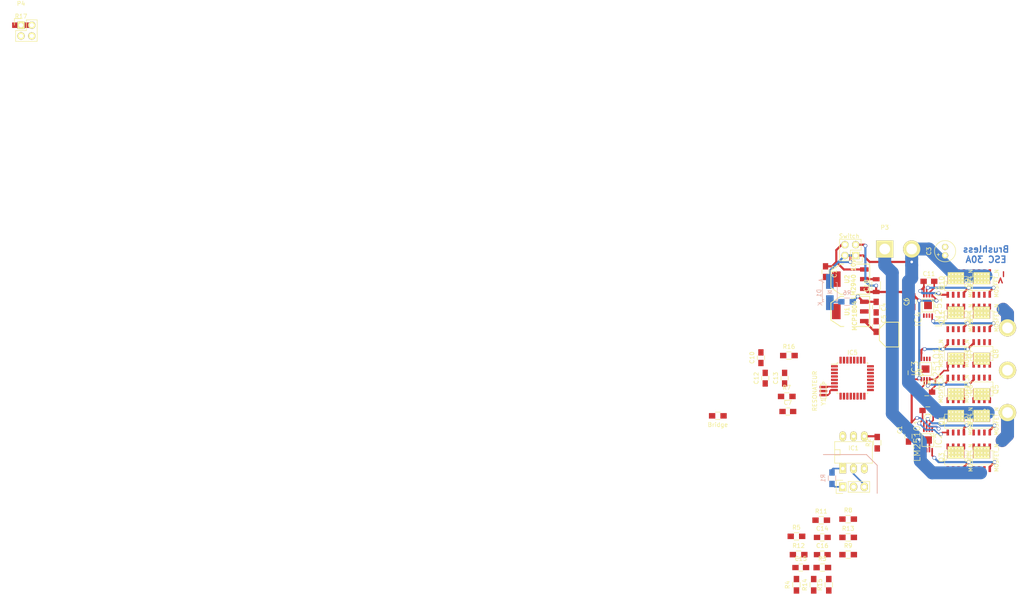
<source format=kicad_pcb>
(kicad_pcb (version 4) (host pcbnew 0.201411091246+5258~19~ubuntu14.04.1-product)

  (general
    (links 401)
    (no_connects 121)
    (area 0 0 0 0)
    (thickness 1.6)
    (drawings 15)
    (tracks 266)
    (zones 0)
    (modules 61)
    (nets 51)
  )

  (page A4)
  (layers
    (0 F.Cu signal)
    (31 B.Cu signal)
    (32 B.Adhes user)
    (33 F.Adhes user)
    (34 B.Paste user)
    (35 F.Paste user)
    (36 B.SilkS user)
    (37 F.SilkS user)
    (38 B.Mask user)
    (39 F.Mask user)
    (40 Dwgs.User user)
    (41 Cmts.User user)
    (42 Eco1.User user)
    (43 Eco2.User user)
    (44 Edge.Cuts user)
    (45 Margin user)
    (46 B.CrtYd user)
    (47 F.CrtYd user)
    (48 B.Fab user)
    (49 F.Fab user)
  )

  (setup
    (last_trace_width 0.254)
    (user_trace_width 0.254)
    (user_trace_width 0.381)
    (user_trace_width 0.508)
    (user_trace_width 1.016)
    (user_trace_width 2.032)
    (user_trace_width 3.048)
    (trace_clearance 0.2032)
    (zone_clearance 0.508)
    (zone_45_only no)
    (trace_min 0.254)
    (segment_width 0.2)
    (edge_width 0.1)
    (via_size 0.889)
    (via_drill 0.635)
    (via_min_size 0.762)
    (via_min_drill 0.508)
    (uvia_size 0.508)
    (uvia_drill 0.127)
    (uvias_allowed no)
    (uvia_min_size 0.508)
    (uvia_min_drill 0.127)
    (pcb_text_width 0.3)
    (pcb_text_size 1.5 1.5)
    (mod_edge_width 0.15)
    (mod_text_size 1 1)
    (mod_text_width 0.15)
    (pad_size 3.50012 1.80086)
    (pad_drill 0)
    (pad_to_mask_clearance 0)
    (aux_axis_origin 0 0)
    (visible_elements FFFFF77F)
    (pcbplotparams
      (layerselection 0x00030_80000001)
      (usegerberextensions false)
      (excludeedgelayer true)
      (linewidth 0.100000)
      (plotframeref false)
      (viasonmask false)
      (mode 1)
      (useauxorigin false)
      (hpglpennumber 1)
      (hpglpenspeed 20)
      (hpglpendiameter 15)
      (hpglpenoverlay 2)
      (psnegative false)
      (psa4output false)
      (plotreference true)
      (plotvalue true)
      (plotinvisibletext false)
      (padsonsilk false)
      (subtractmaskfromsilk false)
      (outputformat 1)
      (mirror false)
      (drillshape 1)
      (scaleselection 1)
      (outputdirectory ""))
  )

  (net 0 "")
  (net 1 9V)
  (net 2 GND)
  (net 3 "Net-(C2-Pad1)")
  (net 4 A)
  (net 5 V_BAT)
  (net 6 "Net-(C4-Pad1)")
  (net 7 +5V)
  (net 8 S_PWR)
  (net 9 "Net-(C8-Pad1)")
  (net 10 B)
  (net 11 "Net-(C11-Pad1)")
  (net 12 C)
  (net 13 "Net-(C12-Pad1)")
  (net 14 "Net-(C13-Pad2)")
  (net 15 S_C)
  (net 16 S_B)
  (net 17 S_A)
  (net 18 /VBat_to_10V)
  (net 19 "Net-(D1-Pad2)")
  (net 20 "Net-(IC1-Pad1)")
  (net 21 /INPUT_GND)
  (net 22 PWM)
  (net 23 "Net-(IC1-Pad6)")
  (net 24 /A_Lowside_Gate)
  (net 25 /A_Highside_Gate)
  (net 26 /B_Lowside_Gate)
  (net 27 /B_Highside_Gate)
  (net 28 /C_Lowside_Gate)
  (net 29 /C_Highside_Gate)
  (net 30 "Net-(IC5-Pad1)")
  (net 31 C+)
  (net 32 "Net-(IC5-Pad7)")
  (net 33 "Net-(IC5-Pad8)")
  (net 34 C-)
  (net 35 M)
  (net 36 "Net-(IC5-Pad11)")
  (net 37 A-)
  (net 38 "Net-(IC5-Pad13)")
  (net 39 "Net-(IC5-Pad14)")
  (net 40 "Net-(IC5-Pad15)")
  (net 41 "Net-(IC5-Pad16)")
  (net 42 "Net-(IC5-Pad17)")
  (net 43 "Net-(IC5-Pad25)")
  (net 44 A+)
  (net 45 B-)
  (net 46 B+)
  (net 47 "Net-(IC5-Pad29)")
  (net 48 "Net-(IC5-Pad31)")
  (net 49 /INPUT_SIGNAL)
  (net 50 "Net-(P1-Pad2)")

  (net_class Default "Dies ist die voreingestellte Netzklasse."
    (clearance 0.2032)
    (trace_width 0.254)
    (via_dia 0.889)
    (via_drill 0.635)
    (uvia_dia 0.508)
    (uvia_drill 0.127)
    (add_net +5V)
    (add_net /A_Highside_Gate)
    (add_net /A_Lowside_Gate)
    (add_net /B_Highside_Gate)
    (add_net /B_Lowside_Gate)
    (add_net /C_Highside_Gate)
    (add_net /C_Lowside_Gate)
    (add_net /INPUT_GND)
    (add_net /INPUT_SIGNAL)
    (add_net /VBat_to_10V)
    (add_net 9V)
    (add_net A)
    (add_net A+)
    (add_net A-)
    (add_net B)
    (add_net B+)
    (add_net B-)
    (add_net C)
    (add_net C+)
    (add_net C-)
    (add_net GND)
    (add_net M)
    (add_net "Net-(C11-Pad1)")
    (add_net "Net-(C12-Pad1)")
    (add_net "Net-(C13-Pad2)")
    (add_net "Net-(C2-Pad1)")
    (add_net "Net-(C4-Pad1)")
    (add_net "Net-(C8-Pad1)")
    (add_net "Net-(D1-Pad2)")
    (add_net "Net-(IC1-Pad1)")
    (add_net "Net-(IC1-Pad6)")
    (add_net "Net-(IC5-Pad1)")
    (add_net "Net-(IC5-Pad11)")
    (add_net "Net-(IC5-Pad13)")
    (add_net "Net-(IC5-Pad14)")
    (add_net "Net-(IC5-Pad15)")
    (add_net "Net-(IC5-Pad16)")
    (add_net "Net-(IC5-Pad17)")
    (add_net "Net-(IC5-Pad25)")
    (add_net "Net-(IC5-Pad29)")
    (add_net "Net-(IC5-Pad31)")
    (add_net "Net-(IC5-Pad7)")
    (add_net "Net-(IC5-Pad8)")
    (add_net "Net-(P1-Pad2)")
    (add_net PWM)
    (add_net S_A)
    (add_net S_B)
    (add_net S_C)
    (add_net S_PWR)
  )

  (net_class VBat ""
    (clearance 0.381)
    (trace_width 0.254)
    (via_dia 0.889)
    (via_drill 0.635)
    (uvia_dia 0.508)
    (uvia_drill 0.127)
    (add_net V_BAT)
  )

  (module Diodes_SMD:SMA_Handsoldering (layer B.Cu) (tedit 564AE7AD) (tstamp 564A0818)
    (at 190.754 62.992 90)
    (descr "Diode SMA Handsoldering")
    (tags "Diode SMA Handsoldering")
    (path /564B6381)
    (attr smd)
    (fp_text reference D1 (at -0.254 -2.54 90) (layer B.SilkS)
      (effects (font (size 1 1) (thickness 0.15)) (justify mirror))
    )
    (fp_text value DIODE (at 0 -2.794 90) (layer B.Fab)
      (effects (font (size 1 1) (thickness 0.15)) (justify mirror))
    )
    (fp_line (start -4.5 2) (end 4.5 2) (layer B.CrtYd) (width 0.05))
    (fp_line (start 4.5 2) (end 4.5 -2) (layer B.CrtYd) (width 0.05))
    (fp_line (start 4.5 -2) (end -4.5 -2) (layer B.CrtYd) (width 0.05))
    (fp_line (start -4.5 -2) (end -4.5 2) (layer B.CrtYd) (width 0.05))
    (fp_line (start -0.25 0) (end 0.3 0.45) (layer B.SilkS) (width 0.15))
    (fp_line (start 0.3 0.45) (end 0.3 -0.45) (layer B.SilkS) (width 0.15))
    (fp_line (start 0.3 -0.45) (end -0.25 0) (layer B.SilkS) (width 0.15))
    (fp_line (start -0.25 0.55) (end -0.25 -0.55) (layer B.SilkS) (width 0.15))
    (fp_text user K (at -2.794 -2.286 90) (layer B.SilkS)
      (effects (font (size 1 1) (thickness 0.15)) (justify mirror))
    )
    (fp_text user A (at 2.794 -2.032 90) (layer B.SilkS)
      (effects (font (size 1 1) (thickness 0.15)) (justify mirror))
    )
    (fp_line (start -1.79914 -1.75006) (end -1.79914 -1.39954) (layer B.SilkS) (width 0.15))
    (fp_line (start -1.79914 1.75006) (end -1.79914 1.39954) (layer B.SilkS) (width 0.15))
    (fp_line (start 2.25044 -1.75006) (end 2.25044 -1.39954) (layer B.SilkS) (width 0.15))
    (fp_line (start -2.25044 -1.75006) (end -2.25044 -1.39954) (layer B.SilkS) (width 0.15))
    (fp_line (start -2.25044 1.75006) (end -2.25044 1.39954) (layer B.SilkS) (width 0.15))
    (fp_line (start 2.25044 1.75006) (end 2.25044 1.39954) (layer B.SilkS) (width 0.15))
    (fp_line (start -2.25044 -1.75006) (end 2.25044 -1.75006) (layer B.SilkS) (width 0.15))
    (fp_line (start -2.25044 1.75006) (end 2.25044 1.75006) (layer B.SilkS) (width 0.15))
    (pad 2 smd rect (at -2.49936 0 90) (size 3.50012 1.80086) (layers B.Cu B.Paste B.Mask)
      (net 19 "Net-(D1-Pad2)"))
    (pad 1 smd rect (at 2.49936 0 90) (size 3.50012 1.80086) (layers B.Cu B.Paste B.Mask)
      (net 5 V_BAT))
    (model Diodes_SMD.3dshapes/SMA_Handsoldering.wrl
      (at (xyz 0 0 0))
      (scale (xyz 0.3937 0.3937 0.3937))
      (rotate (xyz 0 0 180))
    )
  )

  (module Socket_Strips:Socket_Strip_Straight_1x02 (layer F.Cu) (tedit 564AD0AC) (tstamp 564A0881)
    (at 203.708 52.832)
    (descr "Through hole socket strip")
    (tags "socket strip")
    (path /564456C5)
    (fp_text reference P3 (at 0 -5.1) (layer F.SilkS)
      (effects (font (size 1 1) (thickness 0.15)))
    )
    (fp_text value CONN_01X02 (at 0 -3.1) (layer F.Fab)
      (effects (font (size 1 1) (thickness 0.15)))
    )
    (fp_line (start -1.75 -1.75) (end -1.75 1.75) (layer F.CrtYd) (width 0.05))
    (fp_line (start 4.3 -1.75) (end 4.3 1.75) (layer F.CrtYd) (width 0.05))
    (fp_line (start -1.75 -1.75) (end 4.3 -1.75) (layer F.CrtYd) (width 0.05))
    (fp_line (start -1.75 1.75) (end 4.3 1.75) (layer F.CrtYd) (width 0.05))
    (pad 1 thru_hole rect (at 0 0) (size 4.064 4.064) (drill 2.54) (layers *.Cu *.Mask F.SilkS)
      (net 2 GND))
    (pad 2 thru_hole circle (at 6.35 0) (size 4.064 4.064) (drill 2.54) (layers *.Cu *.Mask F.SilkS)
      (net 5 V_BAT))
    (model Socket_Strips.3dshapes/Socket_Strip_Straight_1x02.wrl
      (at (xyz 0.05 0 0))
      (scale (xyz 1 1 1))
      (rotate (xyz 0 0 180))
    )
  )

  (module Socket_Strips:Socket_Strip_Straight_1x03 (layer F.Cu) (tedit 564ACCD8) (tstamp 564A087B)
    (at 232.664 91.44 90)
    (descr "Through hole socket strip")
    (tags "socket strip")
    (path /564452D4)
    (fp_text reference P2 (at 0 -5.1 90) (layer F.SilkS)
      (effects (font (size 1 1) (thickness 0.15)))
    )
    (fp_text value CONN_01X03 (at 10.16 3.048 90) (layer F.Fab)
      (effects (font (size 1 1) (thickness 0.15)))
    )
    (fp_line (start -1.75 -1.75) (end -1.75 1.75) (layer F.CrtYd) (width 0.05))
    (fp_line (start 6.85 -1.75) (end 6.85 1.75) (layer F.CrtYd) (width 0.05))
    (fp_line (start -1.75 -1.75) (end 6.85 -1.75) (layer F.CrtYd) (width 0.05))
    (fp_line (start -1.75 1.75) (end 6.85 1.75) (layer F.CrtYd) (width 0.05))
    (pad 1 thru_hole circle (at 0 0 90) (size 4.064 4.064) (drill 2.54) (layers *.Cu *.Mask F.SilkS)
      (net 4 A))
    (pad 2 thru_hole circle (at 10 0 90) (size 4.064 4.064) (drill 2.54) (layers *.Cu *.Mask F.SilkS)
      (net 10 B))
    (pad 3 thru_hole circle (at 20 0 90) (size 4.064 4.064) (drill 2.54) (layers *.Cu *.Mask F.SilkS)
      (net 12 C))
    (model Socket_Strips.3dshapes/Socket_Strip_Straight_1x03.wrl
      (at (xyz 0.1 0 0))
      (scale (xyz 1 1 1))
      (rotate (xyz 0 0 180))
    )
  )

  (module toni:SOT223_GND_VO_VI (layer F.Cu) (tedit 564A0876) (tstamp 564A0996)
    (at 195.58 59.944 90)
    (descr "module CMS SOT223 4 pins")
    (tags "CMS SOT")
    (path /564C8939)
    (attr smd)
    (fp_text reference U2 (at 0 -0.762 90) (layer F.SilkS)
      (effects (font (size 1.016 1.016) (thickness 0.2032)))
    )
    (fp_text value "LM2940 10V" (at 0 0.762 90) (layer F.SilkS)
      (effects (font (size 1.016 1.016) (thickness 0.2032)))
    )
    (fp_line (start -3.556 1.524) (end -3.556 4.572) (layer F.SilkS) (width 0.2032))
    (fp_line (start -3.556 4.572) (end 3.556 4.572) (layer F.SilkS) (width 0.2032))
    (fp_line (start 3.556 4.572) (end 3.556 1.524) (layer F.SilkS) (width 0.2032))
    (fp_line (start -3.556 -1.524) (end -3.556 -2.286) (layer F.SilkS) (width 0.2032))
    (fp_line (start -3.556 -2.286) (end -2.032 -4.572) (layer F.SilkS) (width 0.2032))
    (fp_line (start -2.032 -4.572) (end 2.032 -4.572) (layer F.SilkS) (width 0.2032))
    (fp_line (start 2.032 -4.572) (end 3.556 -2.286) (layer F.SilkS) (width 0.2032))
    (fp_line (start 3.556 -2.286) (end 3.556 -1.524) (layer F.SilkS) (width 0.2032))
    (pad 2 smd rect (at 0 -3.302 90) (size 3.6576 2.032) (layers F.Cu F.Paste F.Mask)
      (net 2 GND))
    (pad 2 smd rect (at 0 3.302 90) (size 1.016 2.032) (layers F.Cu F.Paste F.Mask)
      (net 2 GND))
    (pad 3 smd rect (at 2.286 3.302 90) (size 1.016 2.032) (layers F.Cu F.Paste F.Mask)
      (net 18 /VBat_to_10V))
    (pad 1 smd rect (at -2.286 3.302 90) (size 1.016 2.032) (layers F.Cu F.Paste F.Mask)
      (net 1 9V))
    (model smd/SOT223.wrl
      (at (xyz 0 0 0))
      (scale (xyz 0.4 0.4 0.4))
      (rotate (xyz 0 0 0))
    )
  )

  (module toni:SOT223_GND_VO_VI (layer F.Cu) (tedit 564ADF00) (tstamp 564A0E64)
    (at 195.58 67.564 90)
    (descr "module CMS SOT223 4 pins")
    (tags "CMS SOT")
    (path /564450C7)
    (attr smd)
    (fp_text reference U1 (at 0 -0.762 90) (layer F.SilkS)
      (effects (font (size 1.016 1.016) (thickness 0.2032)))
    )
    (fp_text value MCP1804 (at -1.016 1.016 90) (layer F.SilkS)
      (effects (font (size 1.016 1.016) (thickness 0.2032)))
    )
    (fp_line (start -3.556 1.524) (end -3.556 4.572) (layer F.SilkS) (width 0.2032))
    (fp_line (start -3.556 4.572) (end 3.556 4.572) (layer F.SilkS) (width 0.2032))
    (fp_line (start 3.556 4.572) (end 3.556 1.524) (layer F.SilkS) (width 0.2032))
    (fp_line (start -3.556 -1.524) (end -3.556 -2.286) (layer F.SilkS) (width 0.2032))
    (fp_line (start -3.556 -2.286) (end -2.032 -4.572) (layer F.SilkS) (width 0.2032))
    (fp_line (start -2.032 -4.572) (end 2.032 -4.572) (layer F.SilkS) (width 0.2032))
    (fp_line (start 2.032 -4.572) (end 3.556 -2.286) (layer F.SilkS) (width 0.2032))
    (fp_line (start 3.556 -2.286) (end 3.556 -1.524) (layer F.SilkS) (width 0.2032))
    (pad 2 smd rect (at 0 -3.302 90) (size 3.6576 2.032) (layers F.Cu F.Paste F.Mask)
      (net 2 GND))
    (pad 2 smd rect (at 0 3.302 90) (size 1.016 2.032) (layers F.Cu F.Paste F.Mask)
      (net 2 GND))
    (pad 3 smd rect (at 2.286 3.302 90) (size 1.016 2.032) (layers F.Cu F.Paste F.Mask)
      (net 6 "Net-(C4-Pad1)"))
    (pad 1 smd rect (at -2.286 3.302 90) (size 1.016 2.032) (layers F.Cu F.Paste F.Mask)
      (net 7 +5V))
    (model smd/SOT223.wrl
      (at (xyz 0 0 0))
      (scale (xyz 0.4 0.4 0.4))
      (rotate (xyz 0 0 0))
    )
  )

  (module sven:8-MSOP (layer F.Cu) (tedit 564ADB72) (tstamp 564A0849)
    (at 214.884 63.754 180)
    (path /564A6AD0)
    (fp_text reference IC4 (at 3.302 -5.588 270) (layer F.SilkS)
      (effects (font (size 1.5 1.5) (thickness 0.15)))
    )
    (fp_text value LM25101 (at -1.524 -2.54 270) (layer F.SilkS)
      (effects (font (size 1.5 1.5) (thickness 0.15)))
    )
    (fp_line (start -0.381 -3.937) (end 2.286 -3.937) (layer F.SilkS) (width 0.15))
    (fp_line (start 2.413 -3.937) (end 2.413 -0.889) (layer F.SilkS) (width 0.15))
    (fp_line (start 2.286 -0.889) (end -0.381 -0.889) (layer F.SilkS) (width 0.15))
    (fp_line (start -0.381 -0.889) (end -0.381 -3.937) (layer F.SilkS) (width 0.15))
    (pad 8 smd rect (at 0 -4.8006 180) (size 0.4064 1.016) (layers F.Cu F.Paste F.Mask)
      (net 28 /C_Lowside_Gate))
    (pad 7 smd rect (at 0.65024 -4.8006 180) (size 0.4064 1.016) (layers F.Cu F.Paste F.Mask)
      (net 2 GND))
    (pad 6 smd rect (at 1.30048 -4.8006 180) (size 0.4064 1.016) (layers F.Cu F.Paste F.Mask)
      (net 34 C-))
    (pad 5 smd rect (at 1.95072 -4.8006 180) (size 0.4064 1.016) (layers F.Cu F.Paste F.Mask)
      (net 31 C+))
    (pad 1 smd rect (at 0 0 180) (size 0.4064 1.016) (layers F.Cu F.Paste F.Mask)
      (net 1 9V))
    (pad 2 smd rect (at 0.65024 0 180) (size 0.4064 1.016) (layers F.Cu F.Paste F.Mask)
      (net 11 "Net-(C11-Pad1)"))
    (pad 3 smd rect (at 1.30048 0 180) (size 0.4064 1.016) (layers F.Cu F.Paste F.Mask)
      (net 29 /C_Highside_Gate))
    (pad 4 smd rect (at 1.95072 0 180) (size 0.4064 1.016) (layers F.Cu F.Paste F.Mask)
      (net 12 C))
    (pad PAD smd rect (at 0.975 -2.4 180) (size 1.85 1.73) (layers F.Cu F.Paste F.Mask)
      (net 2 GND))
  )

  (module sven:8-MSOP (layer F.Cu) (tedit 564AD440) (tstamp 564A083C)
    (at 212.344 83.566)
    (path /564A6575)
    (fp_text reference IC3 (at -1.524 -2.54 90) (layer F.SilkS)
      (effects (font (size 1.5 1.5) (thickness 0.15)))
    )
    (fp_text value LM25101 (at 3.556 -2.54 90) (layer F.SilkS)
      (effects (font (size 1.5 1.5) (thickness 0.15)))
    )
    (fp_line (start -0.381 -3.937) (end 2.286 -3.937) (layer F.SilkS) (width 0.15))
    (fp_line (start 2.413 -3.937) (end 2.413 -0.889) (layer F.SilkS) (width 0.15))
    (fp_line (start 2.286 -0.889) (end -0.381 -0.889) (layer F.SilkS) (width 0.15))
    (fp_line (start -0.381 -0.889) (end -0.381 -3.937) (layer F.SilkS) (width 0.15))
    (pad 8 smd rect (at 0 -4.8006) (size 0.4064 1.016) (layers F.Cu F.Paste F.Mask)
      (net 26 /B_Lowside_Gate))
    (pad 7 smd rect (at 0.65024 -4.8006) (size 0.4064 1.016) (layers F.Cu F.Paste F.Mask)
      (net 2 GND))
    (pad 6 smd rect (at 1.30048 -4.8006) (size 0.4064 1.016) (layers F.Cu F.Paste F.Mask)
      (net 45 B-))
    (pad 5 smd rect (at 1.95072 -4.8006) (size 0.4064 1.016) (layers F.Cu F.Paste F.Mask)
      (net 46 B+))
    (pad 1 smd rect (at 0 0) (size 0.4064 1.016) (layers F.Cu F.Paste F.Mask)
      (net 1 9V))
    (pad 2 smd rect (at 0.65024 0) (size 0.4064 1.016) (layers F.Cu F.Paste F.Mask)
      (net 9 "Net-(C8-Pad1)"))
    (pad 3 smd rect (at 1.30048 0) (size 0.4064 1.016) (layers F.Cu F.Paste F.Mask)
      (net 27 /B_Highside_Gate))
    (pad 4 smd rect (at 1.95072 0) (size 0.4064 1.016) (layers F.Cu F.Paste F.Mask)
      (net 10 B))
    (pad PAD smd rect (at 0.975 -2.4) (size 1.85 1.73) (layers F.Cu F.Paste F.Mask)
      (net 2 GND))
  )

  (module sven:8-MSOP (layer F.Cu) (tedit 564AD43C) (tstamp 564A082F)
    (at 214.884 95.504 180)
    (path /5649D9D6)
    (fp_text reference IC2 (at -1.524 -2.54 270) (layer F.SilkS)
      (effects (font (size 1.5 1.5) (thickness 0.15)))
    )
    (fp_text value LM25101 (at 3.556 -2.54 270) (layer F.SilkS)
      (effects (font (size 1.5 1.5) (thickness 0.15)))
    )
    (fp_line (start -0.381 -3.937) (end 2.286 -3.937) (layer F.SilkS) (width 0.15))
    (fp_line (start 2.413 -3.937) (end 2.413 -0.889) (layer F.SilkS) (width 0.15))
    (fp_line (start 2.286 -0.889) (end -0.381 -0.889) (layer F.SilkS) (width 0.15))
    (fp_line (start -0.381 -0.889) (end -0.381 -3.937) (layer F.SilkS) (width 0.15))
    (pad 8 smd rect (at 0 -4.8006 180) (size 0.4064 1.016) (layers F.Cu F.Paste F.Mask)
      (net 24 /A_Lowside_Gate))
    (pad 7 smd rect (at 0.65024 -4.8006 180) (size 0.4064 1.016) (layers F.Cu F.Paste F.Mask)
      (net 2 GND))
    (pad 6 smd rect (at 1.30048 -4.8006 180) (size 0.4064 1.016) (layers F.Cu F.Paste F.Mask)
      (net 37 A-))
    (pad 5 smd rect (at 1.95072 -4.8006 180) (size 0.4064 1.016) (layers F.Cu F.Paste F.Mask)
      (net 44 A+))
    (pad 1 smd rect (at 0 0 180) (size 0.4064 1.016) (layers F.Cu F.Paste F.Mask)
      (net 1 9V))
    (pad 2 smd rect (at 0.65024 0 180) (size 0.4064 1.016) (layers F.Cu F.Paste F.Mask)
      (net 3 "Net-(C2-Pad1)"))
    (pad 3 smd rect (at 1.30048 0 180) (size 0.4064 1.016) (layers F.Cu F.Paste F.Mask)
      (net 25 /A_Highside_Gate))
    (pad 4 smd rect (at 1.95072 0 180) (size 0.4064 1.016) (layers F.Cu F.Paste F.Mask)
      (net 4 A))
    (pad PAD smd rect (at 0.975 -2.4 180) (size 1.85 1.73) (layers F.Cu F.Paste F.Mask)
      (net 2 GND))
  )

  (module Capacitors_SMD:C_0805_HandSoldering (layer F.Cu) (tedit 564A0B55) (tstamp 564A07AC)
    (at 209.296 97.028 270)
    (descr "Capacitor SMD 0805, hand soldering")
    (tags "capacitor 0805")
    (path /564A0FEA)
    (attr smd)
    (fp_text reference C1 (at -1.524 2.032 270) (layer F.SilkS)
      (effects (font (size 1 1) (thickness 0.15)))
    )
    (fp_text value 1µ (at 0 2.1 270) (layer F.Fab)
      (effects (font (size 1 1) (thickness 0.15)))
    )
    (fp_line (start -2.3 -1) (end 2.3 -1) (layer F.CrtYd) (width 0.05))
    (fp_line (start -2.3 1) (end 2.3 1) (layer F.CrtYd) (width 0.05))
    (fp_line (start -2.3 -1) (end -2.3 1) (layer F.CrtYd) (width 0.05))
    (fp_line (start 2.3 -1) (end 2.3 1) (layer F.CrtYd) (width 0.05))
    (fp_line (start 0.5 -0.85) (end -0.5 -0.85) (layer F.SilkS) (width 0.15))
    (fp_line (start -0.5 0.85) (end 0.5 0.85) (layer F.SilkS) (width 0.15))
    (pad 1 smd rect (at -1.25 0 270) (size 1.5 1.25) (layers F.Cu F.Paste F.Mask)
      (net 1 9V))
    (pad 2 smd rect (at 1.25 0 270) (size 1.5 1.25) (layers F.Cu F.Paste F.Mask)
      (net 2 GND))
    (model Capacitors_SMD.3dshapes/C_0805_HandSoldering.wrl
      (at (xyz 0 0 0))
      (scale (xyz 1 1 1))
      (rotate (xyz 0 0 0))
    )
  )

  (module Capacitors_SMD:C_0805_HandSoldering (layer F.Cu) (tedit 564A0BB0) (tstamp 564A07B2)
    (at 213.868 90.932 180)
    (descr "Capacitor SMD 0805, hand soldering")
    (tags "capacitor 0805")
    (path /564A0A82)
    (attr smd)
    (fp_text reference C2 (at 0 -1.524 180) (layer F.SilkS)
      (effects (font (size 1 1) (thickness 0.15)))
    )
    (fp_text value 1µ (at 0 2.1 180) (layer F.Fab)
      (effects (font (size 1 1) (thickness 0.15)))
    )
    (fp_line (start -2.3 -1) (end 2.3 -1) (layer F.CrtYd) (width 0.05))
    (fp_line (start -2.3 1) (end 2.3 1) (layer F.CrtYd) (width 0.05))
    (fp_line (start -2.3 -1) (end -2.3 1) (layer F.CrtYd) (width 0.05))
    (fp_line (start 2.3 -1) (end 2.3 1) (layer F.CrtYd) (width 0.05))
    (fp_line (start 0.5 -0.85) (end -0.5 -0.85) (layer F.SilkS) (width 0.15))
    (fp_line (start -0.5 0.85) (end 0.5 0.85) (layer F.SilkS) (width 0.15))
    (pad 1 smd rect (at -1.25 0 180) (size 1.5 1.25) (layers F.Cu F.Paste F.Mask)
      (net 3 "Net-(C2-Pad1)"))
    (pad 2 smd rect (at 1.25 0 180) (size 1.5 1.25) (layers F.Cu F.Paste F.Mask)
      (net 4 A))
    (model Capacitors_SMD.3dshapes/C_0805_HandSoldering.wrl
      (at (xyz 0 0 0))
      (scale (xyz 1 1 1))
      (rotate (xyz 0 0 0))
    )
  )

  (module Capacitors_Elko_ThroughHole:Elko_vert_11x5mm_RM2_CopperClear (layer F.Cu) (tedit 564ADFFC) (tstamp 564A07B8)
    (at 217.932 54.356 90)
    (descr "Electrolytic Capacitor, vertical, diameter 5mm, radial, RM 2mm, Copper Clear")
    (tags "Electrolytic Capacitor, vertical, diameter 5mm, radial, RM 2mm, Elko, Electrolytkondensator, Kondensator gepolt, Copper clear,")
    (path /56448322)
    (fp_text reference C3 (at 1.016 -3.81 90) (layer F.SilkS)
      (effects (font (size 1 1) (thickness 0.15)))
    )
    (fp_text value 220µ (at 1.016 3.556 90) (layer F.Fab)
      (effects (font (size 1 1) (thickness 0.15)))
    )
    (fp_line (start 0.2159 -1.6002) (end 0.2159 -1.30048) (layer F.SilkS) (width 0.15))
    (fp_line (start 0.2159 -1.6002) (end 0.51562 -1.6002) (layer F.SilkS) (width 0.15))
    (fp_line (start -0.08382 -1.6002) (end 0.2159 -1.6002) (layer F.SilkS) (width 0.15))
    (fp_line (start 0.2159 -1.6002) (end 0.2159 -1.89992) (layer F.SilkS) (width 0.15))
    (fp_circle (center 1.016 0) (end 3.51536 0) (layer F.SilkS) (width 0.15))
    (pad 1 thru_hole circle (at 0.01524 0 90) (size 1.48082 1.48082) (drill 0.8001) (layers *.Cu *.Mask F.SilkS)
      (net 5 V_BAT))
    (pad 2 thru_hole circle (at 2.01676 0 90) (size 1.48082 1.48082) (drill 0.8001) (layers *.Cu *.Mask F.SilkS)
      (net 2 GND))
    (model Capacitors_Elko_ThroughHole.3dshapes/Elko_vert_11x5mm_RM2_CopperClear.wrl
      (at (xyz 0 0 0))
      (scale (xyz 1 1 1))
      (rotate (xyz 0 0 0))
    )
  )

  (module Capacitors_SMD:C_0805_HandSoldering (layer F.Cu) (tedit 564AE844) (tstamp 564A07BE)
    (at 201.676 66.548 270)
    (descr "Capacitor SMD 0805, hand soldering")
    (tags "capacitor 0805")
    (path /56448E53)
    (attr smd)
    (fp_text reference C4 (at 0 -1.778 270) (layer F.SilkS)
      (effects (font (size 1 1) (thickness 0.15)))
    )
    (fp_text value 10µ (at 0 2.1 270) (layer F.Fab)
      (effects (font (size 1 1) (thickness 0.15)))
    )
    (fp_line (start -2.3 -1) (end 2.3 -1) (layer F.CrtYd) (width 0.05))
    (fp_line (start -2.3 1) (end 2.3 1) (layer F.CrtYd) (width 0.05))
    (fp_line (start -2.3 -1) (end -2.3 1) (layer F.CrtYd) (width 0.05))
    (fp_line (start 2.3 -1) (end 2.3 1) (layer F.CrtYd) (width 0.05))
    (fp_line (start 0.5 -0.85) (end -0.5 -0.85) (layer F.SilkS) (width 0.15))
    (fp_line (start -0.5 0.85) (end 0.5 0.85) (layer F.SilkS) (width 0.15))
    (pad 1 smd rect (at -1.25 0 270) (size 1.5 1.25) (layers F.Cu F.Paste F.Mask)
      (net 6 "Net-(C4-Pad1)"))
    (pad 2 smd rect (at 1.25 0 270) (size 1.5 1.25) (layers F.Cu F.Paste F.Mask)
      (net 2 GND))
    (model Capacitors_SMD.3dshapes/C_0805_HandSoldering.wrl
      (at (xyz 0 0 0))
      (scale (xyz 1 1 1))
      (rotate (xyz 0 0 0))
    )
  )

  (module Capacitors_SMD:C_0805_HandSoldering (layer F.Cu) (tedit 564AE841) (tstamp 564A07C4)
    (at 201.676 71.12 90)
    (descr "Capacitor SMD 0805, hand soldering")
    (tags "capacitor 0805")
    (path /56448FAD)
    (attr smd)
    (fp_text reference C5 (at 1.778 1.778 90) (layer F.SilkS)
      (effects (font (size 1 1) (thickness 0.15)))
    )
    (fp_text value 10µ (at 0 2.1 90) (layer F.Fab)
      (effects (font (size 1 1) (thickness 0.15)))
    )
    (fp_line (start -2.3 -1) (end 2.3 -1) (layer F.CrtYd) (width 0.05))
    (fp_line (start -2.3 1) (end 2.3 1) (layer F.CrtYd) (width 0.05))
    (fp_line (start -2.3 -1) (end -2.3 1) (layer F.CrtYd) (width 0.05))
    (fp_line (start 2.3 -1) (end 2.3 1) (layer F.CrtYd) (width 0.05))
    (fp_line (start 0.5 -0.85) (end -0.5 -0.85) (layer F.SilkS) (width 0.15))
    (fp_line (start -0.5 0.85) (end 0.5 0.85) (layer F.SilkS) (width 0.15))
    (pad 1 smd rect (at -1.25 0 90) (size 1.5 1.25) (layers F.Cu F.Paste F.Mask)
      (net 7 +5V))
    (pad 2 smd rect (at 1.25 0 90) (size 1.5 1.25) (layers F.Cu F.Paste F.Mask)
      (net 2 GND))
    (model Capacitors_SMD.3dshapes/C_0805_HandSoldering.wrl
      (at (xyz 0 0 0))
      (scale (xyz 1 1 1))
      (rotate (xyz 0 0 0))
    )
  )

  (module Capacitors_SMD:C_0805_HandSoldering (layer F.Cu) (tedit 564ADF67) (tstamp 564A07CA)
    (at 210.312 65.278 270)
    (descr "Capacitor SMD 0805, hand soldering")
    (tags "capacitor 0805")
    (path /564A65AD)
    (attr smd)
    (fp_text reference C6 (at 0 1.524 270) (layer F.SilkS)
      (effects (font (size 1 1) (thickness 0.15)))
    )
    (fp_text value 1µ (at 0 1.524 270) (layer F.Fab)
      (effects (font (size 1 1) (thickness 0.15)))
    )
    (fp_line (start -2.3 -1) (end 2.3 -1) (layer F.CrtYd) (width 0.05))
    (fp_line (start -2.3 1) (end 2.3 1) (layer F.CrtYd) (width 0.05))
    (fp_line (start -2.3 -1) (end -2.3 1) (layer F.CrtYd) (width 0.05))
    (fp_line (start 2.3 -1) (end 2.3 1) (layer F.CrtYd) (width 0.05))
    (fp_line (start 0.5 -0.85) (end -0.5 -0.85) (layer F.SilkS) (width 0.15))
    (fp_line (start -0.5 0.85) (end 0.5 0.85) (layer F.SilkS) (width 0.15))
    (pad 1 smd rect (at -1.25 0 270) (size 1.5 1.25) (layers F.Cu F.Paste F.Mask)
      (net 1 9V))
    (pad 2 smd rect (at 1.25 0 270) (size 1.5 1.25) (layers F.Cu F.Paste F.Mask)
      (net 2 GND))
    (model Capacitors_SMD.3dshapes/C_0805_HandSoldering.wrl
      (at (xyz 0 0 0))
      (scale (xyz 1 1 1))
      (rotate (xyz 0 0 0))
    )
  )

  (module Capacitors_SMD:C_0805_HandSoldering (layer F.Cu) (tedit 541A9B8D) (tstamp 564A07D0)
    (at 180.848 91.186)
    (descr "Capacitor SMD 0805, hand soldering")
    (tags "capacitor 0805")
    (path /56447780)
    (attr smd)
    (fp_text reference C7 (at 0 -2.1) (layer F.SilkS)
      (effects (font (size 1 1) (thickness 0.15)))
    )
    (fp_text value 100n (at 0 2.1) (layer F.Fab)
      (effects (font (size 1 1) (thickness 0.15)))
    )
    (fp_line (start -2.3 -1) (end 2.3 -1) (layer F.CrtYd) (width 0.05))
    (fp_line (start -2.3 1) (end 2.3 1) (layer F.CrtYd) (width 0.05))
    (fp_line (start -2.3 -1) (end -2.3 1) (layer F.CrtYd) (width 0.05))
    (fp_line (start 2.3 -1) (end 2.3 1) (layer F.CrtYd) (width 0.05))
    (fp_line (start 0.5 -0.85) (end -0.5 -0.85) (layer F.SilkS) (width 0.15))
    (fp_line (start -0.5 0.85) (end 0.5 0.85) (layer F.SilkS) (width 0.15))
    (pad 1 smd rect (at -1.25 0) (size 1.5 1.25) (layers F.Cu F.Paste F.Mask)
      (net 8 S_PWR))
    (pad 2 smd rect (at 1.25 0) (size 1.5 1.25) (layers F.Cu F.Paste F.Mask)
      (net 2 GND))
    (model Capacitors_SMD.3dshapes/C_0805_HandSoldering.wrl
      (at (xyz 0 0 0))
      (scale (xyz 1 1 1))
      (rotate (xyz 0 0 0))
    )
  )

  (module Capacitors_SMD:C_0805_HandSoldering (layer F.Cu) (tedit 541A9B8D) (tstamp 564A07D6)
    (at 213.614 86.614)
    (descr "Capacitor SMD 0805, hand soldering")
    (tags "capacitor 0805")
    (path /564A65A6)
    (attr smd)
    (fp_text reference C8 (at 0 -2.1) (layer F.SilkS)
      (effects (font (size 1 1) (thickness 0.15)))
    )
    (fp_text value 1µ (at 0 2.1) (layer F.Fab)
      (effects (font (size 1 1) (thickness 0.15)))
    )
    (fp_line (start -2.3 -1) (end 2.3 -1) (layer F.CrtYd) (width 0.05))
    (fp_line (start -2.3 1) (end 2.3 1) (layer F.CrtYd) (width 0.05))
    (fp_line (start -2.3 -1) (end -2.3 1) (layer F.CrtYd) (width 0.05))
    (fp_line (start 2.3 -1) (end 2.3 1) (layer F.CrtYd) (width 0.05))
    (fp_line (start 0.5 -0.85) (end -0.5 -0.85) (layer F.SilkS) (width 0.15))
    (fp_line (start -0.5 0.85) (end 0.5 0.85) (layer F.SilkS) (width 0.15))
    (pad 1 smd rect (at -1.25 0) (size 1.5 1.25) (layers F.Cu F.Paste F.Mask)
      (net 9 "Net-(C8-Pad1)"))
    (pad 2 smd rect (at 1.25 0) (size 1.5 1.25) (layers F.Cu F.Paste F.Mask)
      (net 10 B))
    (model Capacitors_SMD.3dshapes/C_0805_HandSoldering.wrl
      (at (xyz 0 0 0))
      (scale (xyz 1 1 1))
      (rotate (xyz 0 0 0))
    )
  )

  (module Capacitors_SMD:C_0805_HandSoldering (layer F.Cu) (tedit 564AD42A) (tstamp 564A07DC)
    (at 210.058 82.042 90)
    (descr "Capacitor SMD 0805, hand soldering")
    (tags "capacitor 0805")
    (path /564A6B08)
    (attr smd)
    (fp_text reference C9 (at 0 2.032 90) (layer F.SilkS)
      (effects (font (size 1 1) (thickness 0.15)))
    )
    (fp_text value 1µ (at 0 2.1 90) (layer F.Fab)
      (effects (font (size 1 1) (thickness 0.15)))
    )
    (fp_line (start -2.3 -1) (end 2.3 -1) (layer F.CrtYd) (width 0.05))
    (fp_line (start -2.3 1) (end 2.3 1) (layer F.CrtYd) (width 0.05))
    (fp_line (start -2.3 -1) (end -2.3 1) (layer F.CrtYd) (width 0.05))
    (fp_line (start 2.3 -1) (end 2.3 1) (layer F.CrtYd) (width 0.05))
    (fp_line (start 0.5 -0.85) (end -0.5 -0.85) (layer F.SilkS) (width 0.15))
    (fp_line (start -0.5 0.85) (end 0.5 0.85) (layer F.SilkS) (width 0.15))
    (pad 1 smd rect (at -1.25 0 90) (size 1.5 1.25) (layers F.Cu F.Paste F.Mask)
      (net 1 9V))
    (pad 2 smd rect (at 1.25 0 90) (size 1.5 1.25) (layers F.Cu F.Paste F.Mask)
      (net 2 GND))
    (model Capacitors_SMD.3dshapes/C_0805_HandSoldering.wrl
      (at (xyz 0 0 0))
      (scale (xyz 1 1 1))
      (rotate (xyz 0 0 0))
    )
  )

  (module Capacitors_SMD:C_0805_HandSoldering (layer F.Cu) (tedit 541A9B8D) (tstamp 564A07E2)
    (at 174.498 78.486 90)
    (descr "Capacitor SMD 0805, hand soldering")
    (tags "capacitor 0805")
    (path /5644461D)
    (attr smd)
    (fp_text reference C10 (at 0 -2.1 90) (layer F.SilkS)
      (effects (font (size 1 1) (thickness 0.15)))
    )
    (fp_text value 100n (at 0 2.1 90) (layer F.Fab)
      (effects (font (size 1 1) (thickness 0.15)))
    )
    (fp_line (start -2.3 -1) (end 2.3 -1) (layer F.CrtYd) (width 0.05))
    (fp_line (start -2.3 1) (end 2.3 1) (layer F.CrtYd) (width 0.05))
    (fp_line (start -2.3 -1) (end -2.3 1) (layer F.CrtYd) (width 0.05))
    (fp_line (start 2.3 -1) (end 2.3 1) (layer F.CrtYd) (width 0.05))
    (fp_line (start 0.5 -0.85) (end -0.5 -0.85) (layer F.SilkS) (width 0.15))
    (fp_line (start -0.5 0.85) (end 0.5 0.85) (layer F.SilkS) (width 0.15))
    (pad 1 smd rect (at -1.25 0 90) (size 1.5 1.25) (layers F.Cu F.Paste F.Mask)
      (net 7 +5V))
    (pad 2 smd rect (at 1.25 0 90) (size 1.5 1.25) (layers F.Cu F.Paste F.Mask)
      (net 2 GND))
    (model Capacitors_SMD.3dshapes/C_0805_HandSoldering.wrl
      (at (xyz 0 0 0))
      (scale (xyz 1 1 1))
      (rotate (xyz 0 0 0))
    )
  )

  (module Capacitors_SMD:C_0805_HandSoldering (layer F.Cu) (tedit 564ADB67) (tstamp 564A07E8)
    (at 214.122 60.452 180)
    (descr "Capacitor SMD 0805, hand soldering")
    (tags "capacitor 0805")
    (path /564A6B01)
    (attr smd)
    (fp_text reference C11 (at 0 1.778 180) (layer F.SilkS)
      (effects (font (size 1 1) (thickness 0.15)))
    )
    (fp_text value 1µ (at 0 2.1 180) (layer F.Fab)
      (effects (font (size 1 1) (thickness 0.15)))
    )
    (fp_line (start -2.3 -1) (end 2.3 -1) (layer F.CrtYd) (width 0.05))
    (fp_line (start -2.3 1) (end 2.3 1) (layer F.CrtYd) (width 0.05))
    (fp_line (start -2.3 -1) (end -2.3 1) (layer F.CrtYd) (width 0.05))
    (fp_line (start 2.3 -1) (end 2.3 1) (layer F.CrtYd) (width 0.05))
    (fp_line (start 0.5 -0.85) (end -0.5 -0.85) (layer F.SilkS) (width 0.15))
    (fp_line (start -0.5 0.85) (end 0.5 0.85) (layer F.SilkS) (width 0.15))
    (pad 1 smd rect (at -1.25 0 180) (size 1.5 1.25) (layers F.Cu F.Paste F.Mask)
      (net 11 "Net-(C11-Pad1)"))
    (pad 2 smd rect (at 1.25 0 180) (size 1.5 1.25) (layers F.Cu F.Paste F.Mask)
      (net 12 C))
    (model Capacitors_SMD.3dshapes/C_0805_HandSoldering.wrl
      (at (xyz 0 0 0))
      (scale (xyz 1 1 1))
      (rotate (xyz 0 0 0))
    )
  )

  (module Capacitors_SMD:C_0805_HandSoldering (layer F.Cu) (tedit 541A9B8D) (tstamp 564A07EE)
    (at 175.514 83.312 90)
    (descr "Capacitor SMD 0805, hand soldering")
    (tags "capacitor 0805")
    (path /5644B5D1)
    (attr smd)
    (fp_text reference C12 (at 0 -2.1 90) (layer F.SilkS)
      (effects (font (size 1 1) (thickness 0.15)))
    )
    (fp_text value 100n (at 0 2.1 90) (layer F.Fab)
      (effects (font (size 1 1) (thickness 0.15)))
    )
    (fp_line (start -2.3 -1) (end 2.3 -1) (layer F.CrtYd) (width 0.05))
    (fp_line (start -2.3 1) (end 2.3 1) (layer F.CrtYd) (width 0.05))
    (fp_line (start -2.3 -1) (end -2.3 1) (layer F.CrtYd) (width 0.05))
    (fp_line (start 2.3 -1) (end 2.3 1) (layer F.CrtYd) (width 0.05))
    (fp_line (start 0.5 -0.85) (end -0.5 -0.85) (layer F.SilkS) (width 0.15))
    (fp_line (start -0.5 0.85) (end 0.5 0.85) (layer F.SilkS) (width 0.15))
    (pad 1 smd rect (at -1.25 0 90) (size 1.5 1.25) (layers F.Cu F.Paste F.Mask)
      (net 13 "Net-(C12-Pad1)"))
    (pad 2 smd rect (at 1.25 0 90) (size 1.5 1.25) (layers F.Cu F.Paste F.Mask)
      (net 2 GND))
    (model Capacitors_SMD.3dshapes/C_0805_HandSoldering.wrl
      (at (xyz 0 0 0))
      (scale (xyz 1 1 1))
      (rotate (xyz 0 0 0))
    )
  )

  (module Capacitors_SMD:C_0805_HandSoldering (layer F.Cu) (tedit 541A9B8D) (tstamp 564A07F4)
    (at 180.086 83.312 90)
    (descr "Capacitor SMD 0805, hand soldering")
    (tags "capacitor 0805")
    (path /5644BA1E)
    (attr smd)
    (fp_text reference C13 (at 0 -2.1 90) (layer F.SilkS)
      (effects (font (size 1 1) (thickness 0.15)))
    )
    (fp_text value 1µ (at 0 2.1 90) (layer F.Fab)
      (effects (font (size 1 1) (thickness 0.15)))
    )
    (fp_line (start -2.3 -1) (end 2.3 -1) (layer F.CrtYd) (width 0.05))
    (fp_line (start -2.3 1) (end 2.3 1) (layer F.CrtYd) (width 0.05))
    (fp_line (start -2.3 -1) (end -2.3 1) (layer F.CrtYd) (width 0.05))
    (fp_line (start 2.3 -1) (end 2.3 1) (layer F.CrtYd) (width 0.05))
    (fp_line (start 0.5 -0.85) (end -0.5 -0.85) (layer F.SilkS) (width 0.15))
    (fp_line (start -0.5 0.85) (end 0.5 0.85) (layer F.SilkS) (width 0.15))
    (pad 1 smd rect (at -1.25 0 90) (size 1.5 1.25) (layers F.Cu F.Paste F.Mask)
      (net 2 GND))
    (pad 2 smd rect (at 1.25 0 90) (size 1.5 1.25) (layers F.Cu F.Paste F.Mask)
      (net 14 "Net-(C13-Pad2)"))
    (model Capacitors_SMD.3dshapes/C_0805_HandSoldering.wrl
      (at (xyz 0 0 0))
      (scale (xyz 1 1 1))
      (rotate (xyz 0 0 0))
    )
  )

  (module Capacitors_SMD:C_0805_HandSoldering (layer F.Cu) (tedit 541A9B8D) (tstamp 564A07FA)
    (at 188.976 120.904)
    (descr "Capacitor SMD 0805, hand soldering")
    (tags "capacitor 0805")
    (path /564447A1)
    (attr smd)
    (fp_text reference C14 (at 0 -2.1) (layer F.SilkS)
      (effects (font (size 1 1) (thickness 0.15)))
    )
    (fp_text value 100n (at 0 2.1) (layer F.Fab)
      (effects (font (size 1 1) (thickness 0.15)))
    )
    (fp_line (start -2.3 -1) (end 2.3 -1) (layer F.CrtYd) (width 0.05))
    (fp_line (start -2.3 1) (end 2.3 1) (layer F.CrtYd) (width 0.05))
    (fp_line (start -2.3 -1) (end -2.3 1) (layer F.CrtYd) (width 0.05))
    (fp_line (start 2.3 -1) (end 2.3 1) (layer F.CrtYd) (width 0.05))
    (fp_line (start 0.5 -0.85) (end -0.5 -0.85) (layer F.SilkS) (width 0.15))
    (fp_line (start -0.5 0.85) (end 0.5 0.85) (layer F.SilkS) (width 0.15))
    (pad 1 smd rect (at -1.25 0) (size 1.5 1.25) (layers F.Cu F.Paste F.Mask)
      (net 15 S_C))
    (pad 2 smd rect (at 1.25 0) (size 1.5 1.25) (layers F.Cu F.Paste F.Mask)
      (net 16 S_B))
    (model Capacitors_SMD.3dshapes/C_0805_HandSoldering.wrl
      (at (xyz 0 0 0))
      (scale (xyz 1 1 1))
      (rotate (xyz 0 0 0))
    )
  )

  (module Capacitors_SMD:C_0805_HandSoldering (layer F.Cu) (tedit 541A9B8D) (tstamp 564A0800)
    (at 183.896 128.016)
    (descr "Capacitor SMD 0805, hand soldering")
    (tags "capacitor 0805")
    (path /56444938)
    (attr smd)
    (fp_text reference C15 (at 0 -2.1) (layer F.SilkS)
      (effects (font (size 1 1) (thickness 0.15)))
    )
    (fp_text value 100n (at 0 2.1) (layer F.Fab)
      (effects (font (size 1 1) (thickness 0.15)))
    )
    (fp_line (start -2.3 -1) (end 2.3 -1) (layer F.CrtYd) (width 0.05))
    (fp_line (start -2.3 1) (end 2.3 1) (layer F.CrtYd) (width 0.05))
    (fp_line (start -2.3 -1) (end -2.3 1) (layer F.CrtYd) (width 0.05))
    (fp_line (start 2.3 -1) (end 2.3 1) (layer F.CrtYd) (width 0.05))
    (fp_line (start 0.5 -0.85) (end -0.5 -0.85) (layer F.SilkS) (width 0.15))
    (fp_line (start -0.5 0.85) (end 0.5 0.85) (layer F.SilkS) (width 0.15))
    (pad 1 smd rect (at -1.25 0) (size 1.5 1.25) (layers F.Cu F.Paste F.Mask)
      (net 17 S_A))
    (pad 2 smd rect (at 1.25 0) (size 1.5 1.25) (layers F.Cu F.Paste F.Mask)
      (net 15 S_C))
    (model Capacitors_SMD.3dshapes/C_0805_HandSoldering.wrl
      (at (xyz 0 0 0))
      (scale (xyz 1 1 1))
      (rotate (xyz 0 0 0))
    )
  )

  (module Capacitors_SMD:C_0805_HandSoldering (layer F.Cu) (tedit 541A9B8D) (tstamp 564A0806)
    (at 188.976 124.968)
    (descr "Capacitor SMD 0805, hand soldering")
    (tags "capacitor 0805")
    (path /56444956)
    (attr smd)
    (fp_text reference C16 (at 0 -2.1) (layer F.SilkS)
      (effects (font (size 1 1) (thickness 0.15)))
    )
    (fp_text value 100n (at 0 2.1) (layer F.Fab)
      (effects (font (size 1 1) (thickness 0.15)))
    )
    (fp_line (start -2.3 -1) (end 2.3 -1) (layer F.CrtYd) (width 0.05))
    (fp_line (start -2.3 1) (end 2.3 1) (layer F.CrtYd) (width 0.05))
    (fp_line (start -2.3 -1) (end -2.3 1) (layer F.CrtYd) (width 0.05))
    (fp_line (start 2.3 -1) (end 2.3 1) (layer F.CrtYd) (width 0.05))
    (fp_line (start 0.5 -0.85) (end -0.5 -0.85) (layer F.SilkS) (width 0.15))
    (fp_line (start -0.5 0.85) (end 0.5 0.85) (layer F.SilkS) (width 0.15))
    (pad 1 smd rect (at -1.25 0) (size 1.5 1.25) (layers F.Cu F.Paste F.Mask)
      (net 17 S_A))
    (pad 2 smd rect (at 1.25 0) (size 1.5 1.25) (layers F.Cu F.Paste F.Mask)
      (net 16 S_B))
    (model Capacitors_SMD.3dshapes/C_0805_HandSoldering.wrl
      (at (xyz 0 0 0))
      (scale (xyz 1 1 1))
      (rotate (xyz 0 0 0))
    )
  )

  (module Capacitors_SMD:C_0805_HandSoldering (layer F.Cu) (tedit 541A9B8D) (tstamp 564A080C)
    (at 189.738 58.166 270)
    (descr "Capacitor SMD 0805, hand soldering")
    (tags "capacitor 0805")
    (path /564C985E)
    (attr smd)
    (fp_text reference C17 (at 0 -2.1 270) (layer F.SilkS)
      (effects (font (size 1 1) (thickness 0.15)))
    )
    (fp_text value 470n (at 0 2.1 270) (layer F.Fab)
      (effects (font (size 1 1) (thickness 0.15)))
    )
    (fp_line (start -2.3 -1) (end 2.3 -1) (layer F.CrtYd) (width 0.05))
    (fp_line (start -2.3 1) (end 2.3 1) (layer F.CrtYd) (width 0.05))
    (fp_line (start -2.3 -1) (end -2.3 1) (layer F.CrtYd) (width 0.05))
    (fp_line (start 2.3 -1) (end 2.3 1) (layer F.CrtYd) (width 0.05))
    (fp_line (start 0.5 -0.85) (end -0.5 -0.85) (layer F.SilkS) (width 0.15))
    (fp_line (start -0.5 0.85) (end 0.5 0.85) (layer F.SilkS) (width 0.15))
    (pad 1 smd rect (at -1.25 0 270) (size 1.5 1.25) (layers F.Cu F.Paste F.Mask)
      (net 18 /VBat_to_10V))
    (pad 2 smd rect (at 1.25 0 270) (size 1.5 1.25) (layers F.Cu F.Paste F.Mask)
      (net 2 GND))
    (model Capacitors_SMD.3dshapes/C_0805_HandSoldering.wrl
      (at (xyz 0 0 0))
      (scale (xyz 1 1 1))
      (rotate (xyz 0 0 0))
    )
  )

  (module Capacitors_SMD:C_1206 (layer F.Cu) (tedit 5415D7BD) (tstamp 564A0812)
    (at 201.676 61.468 90)
    (descr "Capacitor SMD 1206, reflow soldering, AVX (see smccp.pdf)")
    (tags "capacitor 1206")
    (path /564C973A)
    (attr smd)
    (fp_text reference C18 (at 0 -2.3 90) (layer F.SilkS)
      (effects (font (size 1 1) (thickness 0.15)))
    )
    (fp_text value 22µ (at 0 2.3 90) (layer F.Fab)
      (effects (font (size 1 1) (thickness 0.15)))
    )
    (fp_line (start -2.3 -1.15) (end 2.3 -1.15) (layer F.CrtYd) (width 0.05))
    (fp_line (start -2.3 1.15) (end 2.3 1.15) (layer F.CrtYd) (width 0.05))
    (fp_line (start -2.3 -1.15) (end -2.3 1.15) (layer F.CrtYd) (width 0.05))
    (fp_line (start 2.3 -1.15) (end 2.3 1.15) (layer F.CrtYd) (width 0.05))
    (fp_line (start 1 -1.025) (end -1 -1.025) (layer F.SilkS) (width 0.15))
    (fp_line (start -1 1.025) (end 1 1.025) (layer F.SilkS) (width 0.15))
    (pad 1 smd rect (at -1.5 0 90) (size 1 1.6) (layers F.Cu F.Paste F.Mask)
      (net 1 9V))
    (pad 2 smd rect (at 1.5 0 90) (size 1 1.6) (layers F.Cu F.Paste F.Mask)
      (net 2 GND))
    (model Capacitors_SMD.3dshapes/C_1206.wrl
      (at (xyz 0 0 0))
      (scale (xyz 1 1 1))
      (rotate (xyz 0 0 0))
    )
  )

  (module Sockets_DIP:DIP-6__300_ELL (layer F.Cu) (tedit 564A066F) (tstamp 564A0822)
    (at 196.342 100.838)
    (descr "6 pins DIL package, elliptical pads")
    (tags DIL)
    (path /564459C3)
    (fp_text reference IC1 (at 0 -1.016) (layer F.SilkS)
      (effects (font (size 1 1) (thickness 0.15)))
    )
    (fp_text value 4N25 (at 0 1.27) (layer F.Fab)
      (effects (font (size 1 1) (thickness 0.15)))
    )
    (fp_line (start -4.445 -2.54) (end 4.445 -2.54) (layer F.SilkS) (width 0.15))
    (fp_line (start 4.445 -2.54) (end 4.445 2.54) (layer F.SilkS) (width 0.15))
    (fp_line (start 4.445 2.54) (end -4.445 2.54) (layer F.SilkS) (width 0.15))
    (fp_line (start -4.445 2.54) (end -4.445 -2.54) (layer F.SilkS) (width 0.15))
    (fp_line (start -4.445 -0.635) (end -3.175 -0.635) (layer F.SilkS) (width 0.15))
    (fp_line (start -3.175 -0.635) (end -3.175 0.635) (layer F.SilkS) (width 0.15))
    (fp_line (start -3.175 0.635) (end -4.445 0.635) (layer F.SilkS) (width 0.15))
    (pad 1 thru_hole rect (at -2.54 3.81) (size 1.5748 2.286) (drill 0.8128) (layers *.Cu *.Mask F.SilkS)
      (net 20 "Net-(IC1-Pad1)"))
    (pad 2 thru_hole oval (at 0 3.81) (size 1.5748 2.286) (drill 0.8128) (layers *.Cu *.Mask F.SilkS)
      (net 21 /INPUT_GND))
    (pad 3 thru_hole oval (at 2.54 3.81) (size 1.5748 2.286) (drill 0.8128) (layers *.Cu *.Mask F.SilkS))
    (pad 4 thru_hole oval (at 2.54 -3.81) (size 1.5748 2.286) (drill 0.8128) (layers *.Cu *.Mask F.SilkS)
      (net 22 PWM))
    (pad 5 thru_hole oval (at 0 -3.81) (size 1.5748 2.286) (drill 0.8128) (layers *.Cu *.Mask F.SilkS)
      (net 7 +5V))
    (pad 6 thru_hole oval (at -2.54 -3.81) (size 1.5748 2.286) (drill 0.8128) (layers *.Cu *.Mask F.SilkS)
      (net 23 "Net-(IC1-Pad6)"))
    (model Sockets_DIP.3dshapes/DIP-6__300_ELL.wrl
      (at (xyz 0 0 0))
      (scale (xyz 1 1 1))
      (rotate (xyz 0 0 0))
    )
  )

  (module Housings_QFP:TQFP-32_7x7mm_Pitch0.8mm (layer F.Cu) (tedit 54130A77) (tstamp 564A086D)
    (at 196.088 83.312)
    (descr "32-Lead Plastic Thin Quad Flatpack (PT) - 7x7x1.0 mm Body, 2.00 mm [TQFP] (see Microchip Packaging Specification 00000049BS.pdf)")
    (tags "QFP 0.8")
    (path /564436E4)
    (attr smd)
    (fp_text reference IC5 (at 0 -6.05) (layer F.SilkS)
      (effects (font (size 1 1) (thickness 0.15)))
    )
    (fp_text value ATMEGA8-AI (at 0 6.05) (layer F.Fab)
      (effects (font (size 1 1) (thickness 0.15)))
    )
    (fp_line (start -5.3 -5.3) (end -5.3 5.3) (layer F.CrtYd) (width 0.05))
    (fp_line (start 5.3 -5.3) (end 5.3 5.3) (layer F.CrtYd) (width 0.05))
    (fp_line (start -5.3 -5.3) (end 5.3 -5.3) (layer F.CrtYd) (width 0.05))
    (fp_line (start -5.3 5.3) (end 5.3 5.3) (layer F.CrtYd) (width 0.05))
    (fp_line (start -3.625 -3.625) (end -3.625 -3.3) (layer F.SilkS) (width 0.15))
    (fp_line (start 3.625 -3.625) (end 3.625 -3.3) (layer F.SilkS) (width 0.15))
    (fp_line (start 3.625 3.625) (end 3.625 3.3) (layer F.SilkS) (width 0.15))
    (fp_line (start -3.625 3.625) (end -3.625 3.3) (layer F.SilkS) (width 0.15))
    (fp_line (start -3.625 -3.625) (end -3.3 -3.625) (layer F.SilkS) (width 0.15))
    (fp_line (start -3.625 3.625) (end -3.3 3.625) (layer F.SilkS) (width 0.15))
    (fp_line (start 3.625 3.625) (end 3.3 3.625) (layer F.SilkS) (width 0.15))
    (fp_line (start 3.625 -3.625) (end 3.3 -3.625) (layer F.SilkS) (width 0.15))
    (fp_line (start -3.625 -3.3) (end -5.05 -3.3) (layer F.SilkS) (width 0.15))
    (pad 1 smd rect (at -4.25 -2.8) (size 1.6 0.55) (layers F.Cu F.Paste F.Mask)
      (net 30 "Net-(IC5-Pad1)"))
    (pad 2 smd rect (at -4.25 -2) (size 1.6 0.55) (layers F.Cu F.Paste F.Mask)
      (net 31 C+))
    (pad 3 smd rect (at -4.25 -1.2) (size 1.6 0.55) (layers F.Cu F.Paste F.Mask)
      (net 2 GND))
    (pad 4 smd rect (at -4.25 -0.4) (size 1.6 0.55) (layers F.Cu F.Paste F.Mask)
      (net 7 +5V))
    (pad 5 smd rect (at -4.25 0.4) (size 1.6 0.55) (layers F.Cu F.Paste F.Mask)
      (net 2 GND))
    (pad 6 smd rect (at -4.25 1.2) (size 1.6 0.55) (layers F.Cu F.Paste F.Mask)
      (net 7 +5V))
    (pad 7 smd rect (at -4.25 2) (size 1.6 0.55) (layers F.Cu F.Paste F.Mask)
      (net 32 "Net-(IC5-Pad7)"))
    (pad 8 smd rect (at -4.25 2.8) (size 1.6 0.55) (layers F.Cu F.Paste F.Mask)
      (net 33 "Net-(IC5-Pad8)"))
    (pad 9 smd rect (at -2.8 4.25 90) (size 1.6 0.55) (layers F.Cu F.Paste F.Mask)
      (net 34 C-))
    (pad 10 smd rect (at -2 4.25 90) (size 1.6 0.55) (layers F.Cu F.Paste F.Mask)
      (net 35 M))
    (pad 11 smd rect (at -1.2 4.25 90) (size 1.6 0.55) (layers F.Cu F.Paste F.Mask)
      (net 36 "Net-(IC5-Pad11)"))
    (pad 12 smd rect (at -0.4 4.25 90) (size 1.6 0.55) (layers F.Cu F.Paste F.Mask)
      (net 37 A-))
    (pad 13 smd rect (at 0.4 4.25 90) (size 1.6 0.55) (layers F.Cu F.Paste F.Mask)
      (net 38 "Net-(IC5-Pad13)"))
    (pad 14 smd rect (at 1.2 4.25 90) (size 1.6 0.55) (layers F.Cu F.Paste F.Mask)
      (net 39 "Net-(IC5-Pad14)"))
    (pad 15 smd rect (at 2 4.25 90) (size 1.6 0.55) (layers F.Cu F.Paste F.Mask)
      (net 40 "Net-(IC5-Pad15)"))
    (pad 16 smd rect (at 2.8 4.25 90) (size 1.6 0.55) (layers F.Cu F.Paste F.Mask)
      (net 41 "Net-(IC5-Pad16)"))
    (pad 17 smd rect (at 4.25 2.8) (size 1.6 0.55) (layers F.Cu F.Paste F.Mask)
      (net 42 "Net-(IC5-Pad17)"))
    (pad 18 smd rect (at 4.25 2) (size 1.6 0.55) (layers F.Cu F.Paste F.Mask)
      (net 14 "Net-(C13-Pad2)"))
    (pad 19 smd rect (at 4.25 1.2) (size 1.6 0.55) (layers F.Cu F.Paste F.Mask)
      (net 16 S_B))
    (pad 20 smd rect (at 4.25 0.4) (size 1.6 0.55) (layers F.Cu F.Paste F.Mask)
      (net 13 "Net-(C12-Pad1)"))
    (pad 21 smd rect (at 4.25 -0.4) (size 1.6 0.55) (layers F.Cu F.Paste F.Mask)
      (net 2 GND))
    (pad 22 smd rect (at 4.25 -1.2) (size 1.6 0.55) (layers F.Cu F.Paste F.Mask)
      (net 15 S_C))
    (pad 23 smd rect (at 4.25 -2) (size 1.6 0.55) (layers F.Cu F.Paste F.Mask)
      (net 17 S_A))
    (pad 24 smd rect (at 4.25 -2.8) (size 1.6 0.55) (layers F.Cu F.Paste F.Mask)
      (net 8 S_PWR))
    (pad 25 smd rect (at 2.8 -4.25 90) (size 1.6 0.55) (layers F.Cu F.Paste F.Mask)
      (net 43 "Net-(IC5-Pad25)"))
    (pad 26 smd rect (at 2 -4.25 90) (size 1.6 0.55) (layers F.Cu F.Paste F.Mask)
      (net 44 A+))
    (pad 27 smd rect (at 1.2 -4.25 90) (size 1.6 0.55) (layers F.Cu F.Paste F.Mask)
      (net 45 B-))
    (pad 28 smd rect (at 0.4 -4.25 90) (size 1.6 0.55) (layers F.Cu F.Paste F.Mask)
      (net 46 B+))
    (pad 29 smd rect (at -0.4 -4.25 90) (size 1.6 0.55) (layers F.Cu F.Paste F.Mask)
      (net 47 "Net-(IC5-Pad29)"))
    (pad 30 smd rect (at -1.2 -4.25 90) (size 1.6 0.55) (layers F.Cu F.Paste F.Mask)
      (net 22 PWM))
    (pad 31 smd rect (at -2 -4.25 90) (size 1.6 0.55) (layers F.Cu F.Paste F.Mask)
      (net 48 "Net-(IC5-Pad31)"))
    (pad 32 smd rect (at -2.8 -4.25 90) (size 1.6 0.55) (layers F.Cu F.Paste F.Mask)
      (net 22 PWM))
    (model Housings_QFP.3dshapes/TQFP-32_7x7mm_Pitch0.8mm.wrl
      (at (xyz 0 0 0))
      (scale (xyz 1 1 1))
      (rotate (xyz 0 0 0))
    )
  )

  (module Socket_Strips:Socket_Strip_Straight_1x03 (layer F.Cu) (tedit 564AD543) (tstamp 564A0874)
    (at 193.802 108.966)
    (descr "Through hole socket strip")
    (tags "socket strip")
    (path /56445545)
    (fp_text reference P1 (at 0 -5.1) (layer F.SilkS)
      (effects (font (size 1 1) (thickness 0.15)))
    )
    (fp_text value CONN_01X03 (at 2.54 2.032) (layer F.Fab)
      (effects (font (size 1 1) (thickness 0.15)))
    )
    (fp_line (start 0 -1.55) (end -1.55 -1.55) (layer F.SilkS) (width 0.15))
    (fp_line (start -1.55 -1.55) (end -1.55 1.55) (layer F.SilkS) (width 0.15))
    (fp_line (start -1.55 1.55) (end 0 1.55) (layer F.SilkS) (width 0.15))
    (fp_line (start -1.75 -1.75) (end -1.75 1.75) (layer F.CrtYd) (width 0.05))
    (fp_line (start 6.85 -1.75) (end 6.85 1.75) (layer F.CrtYd) (width 0.05))
    (fp_line (start -1.75 -1.75) (end 6.85 -1.75) (layer F.CrtYd) (width 0.05))
    (fp_line (start -1.75 1.75) (end 6.85 1.75) (layer F.CrtYd) (width 0.05))
    (fp_line (start 1.27 -1.27) (end 6.35 -1.27) (layer F.SilkS) (width 0.15))
    (fp_line (start 6.35 -1.27) (end 6.35 1.27) (layer F.SilkS) (width 0.15))
    (fp_line (start 6.35 1.27) (end 1.27 1.27) (layer F.SilkS) (width 0.15))
    (fp_line (start 1.27 1.27) (end 1.27 -1.27) (layer F.SilkS) (width 0.15))
    (pad 1 thru_hole rect (at 0 0) (size 1.7272 2.032) (drill 1.016) (layers *.Cu *.Mask F.SilkS)
      (net 49 /INPUT_SIGNAL))
    (pad 2 thru_hole oval (at 2.54 0) (size 1.7272 2.032) (drill 1.016) (layers *.Cu *.Mask F.SilkS)
      (net 50 "Net-(P1-Pad2)"))
    (pad 3 thru_hole oval (at 5.08 0) (size 1.7272 2.032) (drill 1.016) (layers *.Cu *.Mask F.SilkS)
      (net 21 /INPUT_GND))
    (model Socket_Strips.3dshapes/Socket_Strip_Straight_1x03.wrl
      (at (xyz 0.1 0 0))
      (scale (xyz 1 1 1))
      (rotate (xyz 0 0 180))
    )
  )

  (module Socket_Strips:Socket_Strip_Straight_2x02 (layer F.Cu) (tedit 564AD1E6) (tstamp 564A0889)
    (at 196.85 54.356 180)
    (descr "Through hole socket strip")
    (tags "socket strip")
    (path /564CB360)
    (fp_text reference Switch (at 1.524 4.572 180) (layer F.SilkS)
      (effects (font (size 1 1) (thickness 0.15)))
    )
    (fp_text value CONN_02X02 (at 0 -3.1 180) (layer F.Fab)
      (effects (font (size 1 1) (thickness 0.15)))
    )
    (fp_line (start -1.55 -1.55) (end -1.55 0) (layer F.SilkS) (width 0.15))
    (fp_line (start -1.75 -1.75) (end -1.75 4.3) (layer F.CrtYd) (width 0.05))
    (fp_line (start 4.3 -1.75) (end 4.3 4.3) (layer F.CrtYd) (width 0.05))
    (fp_line (start -1.75 -1.75) (end 4.3 -1.75) (layer F.CrtYd) (width 0.05))
    (fp_line (start -1.75 4.3) (end 4.3 4.3) (layer F.CrtYd) (width 0.05))
    (fp_line (start 0 -1.55) (end -1.55 -1.55) (layer F.SilkS) (width 0.15))
    (fp_line (start 0 -1.55) (end -1.55 -1.55) (layer F.SilkS) (width 0.15))
    (fp_line (start 1.27 -1.27) (end 1.27 1.27) (layer F.SilkS) (width 0.15))
    (fp_line (start 1.27 1.27) (end -1.27 1.27) (layer F.SilkS) (width 0.15))
    (fp_line (start -1.27 1.27) (end -1.27 3.81) (layer F.SilkS) (width 0.15))
    (fp_line (start -1.27 3.81) (end 3.81 3.81) (layer F.SilkS) (width 0.15))
    (fp_line (start 3.81 3.81) (end 3.81 -1.27) (layer F.SilkS) (width 0.15))
    (fp_line (start 3.81 -1.27) (end 1.27 -1.27) (layer F.SilkS) (width 0.15))
    (pad 1 thru_hole rect (at 0 0 180) (size 1.7272 1.7272) (drill 1.016) (layers *.Cu *.Mask F.SilkS)
      (net 5 V_BAT))
    (pad 2 thru_hole oval (at 0 2.54 180) (size 1.7272 1.7272) (drill 1.016) (layers *.Cu *.Mask F.SilkS)
      (net 1 9V))
    (pad 3 thru_hole oval (at 2.54 0 180) (size 1.7272 1.7272) (drill 1.016) (layers *.Cu *.Mask F.SilkS)
      (net 5 V_BAT))
    (pad 4 thru_hole oval (at 2.54 2.54 180) (size 1.7272 1.7272) (drill 1.016) (layers *.Cu *.Mask F.SilkS)
      (net 18 /VBat_to_10V))
    (model Socket_Strips.3dshapes/Socket_Strip_Straight_2x02.wrl
      (at (xyz 0.05 -0.05 0))
      (scale (xyz 1 1 1))
      (rotate (xyz 0 0 180))
    )
  )

  (module Resistors_SMD:R_0805_HandSoldering (layer B.Cu) (tedit 54189DEE) (tstamp 564A092B)
    (at 191.262 106.934 270)
    (descr "Resistor SMD 0805, hand soldering")
    (tags "resistor 0805")
    (path /56445B48)
    (attr smd)
    (fp_text reference R1 (at 0 2.1 270) (layer B.SilkS)
      (effects (font (size 1 1) (thickness 0.15)) (justify mirror))
    )
    (fp_text value R (at 0 -2.1 270) (layer B.Fab)
      (effects (font (size 1 1) (thickness 0.15)) (justify mirror))
    )
    (fp_line (start -2.4 1) (end 2.4 1) (layer B.CrtYd) (width 0.05))
    (fp_line (start -2.4 -1) (end 2.4 -1) (layer B.CrtYd) (width 0.05))
    (fp_line (start -2.4 1) (end -2.4 -1) (layer B.CrtYd) (width 0.05))
    (fp_line (start 2.4 1) (end 2.4 -1) (layer B.CrtYd) (width 0.05))
    (fp_line (start 0.6 -0.875) (end -0.6 -0.875) (layer B.SilkS) (width 0.15))
    (fp_line (start -0.6 0.875) (end 0.6 0.875) (layer B.SilkS) (width 0.15))
    (pad 1 smd rect (at -1.35 0 270) (size 1.5 1.3) (layers B.Cu B.Paste B.Mask)
      (net 20 "Net-(IC1-Pad1)"))
    (pad 2 smd rect (at 1.35 0 270) (size 1.5 1.3) (layers B.Cu B.Paste B.Mask)
      (net 49 /INPUT_SIGNAL))
    (model Resistors_SMD.3dshapes/R_0805_HandSoldering.wrl
      (at (xyz 0 0 0))
      (scale (xyz 1 1 1))
      (rotate (xyz 0 0 0))
    )
  )

  (module Resistors_SMD:R_0805_HandSoldering (layer F.Cu) (tedit 54189DEE) (tstamp 564A0931)
    (at 201.93 98.552 90)
    (descr "Resistor SMD 0805, hand soldering")
    (tags "resistor 0805")
    (path /56449896)
    (attr smd)
    (fp_text reference R2 (at 0 -2.1 90) (layer F.SilkS)
      (effects (font (size 1 1) (thickness 0.15)))
    )
    (fp_text value 10k (at 0 2.1 90) (layer F.Fab)
      (effects (font (size 1 1) (thickness 0.15)))
    )
    (fp_line (start -2.4 -1) (end 2.4 -1) (layer F.CrtYd) (width 0.05))
    (fp_line (start -2.4 1) (end 2.4 1) (layer F.CrtYd) (width 0.05))
    (fp_line (start -2.4 -1) (end -2.4 1) (layer F.CrtYd) (width 0.05))
    (fp_line (start 2.4 -1) (end 2.4 1) (layer F.CrtYd) (width 0.05))
    (fp_line (start 0.6 0.875) (end -0.6 0.875) (layer F.SilkS) (width 0.15))
    (fp_line (start -0.6 -0.875) (end 0.6 -0.875) (layer F.SilkS) (width 0.15))
    (pad 1 smd rect (at -1.35 0 90) (size 1.5 1.3) (layers F.Cu F.Paste F.Mask)
      (net 2 GND))
    (pad 2 smd rect (at 1.35 0 90) (size 1.5 1.3) (layers F.Cu F.Paste F.Mask)
      (net 22 PWM))
    (model Resistors_SMD.3dshapes/R_0805_HandSoldering.wrl
      (at (xyz 0 0 0))
      (scale (xyz 1 1 1))
      (rotate (xyz 0 0 0))
    )
  )

  (module Resistors_SMD:R_0805_HandSoldering (layer F.Cu) (tedit 54189DEE) (tstamp 564A0937)
    (at 188.976 128.016)
    (descr "Resistor SMD 0805, hand soldering")
    (tags "resistor 0805")
    (path /5645B3A7)
    (attr smd)
    (fp_text reference R3 (at 0 -2.1) (layer F.SilkS)
      (effects (font (size 1 1) (thickness 0.15)))
    )
    (fp_text value 3k3 (at 0 2.1) (layer F.Fab)
      (effects (font (size 1 1) (thickness 0.15)))
    )
    (fp_line (start -2.4 -1) (end 2.4 -1) (layer F.CrtYd) (width 0.05))
    (fp_line (start -2.4 1) (end 2.4 1) (layer F.CrtYd) (width 0.05))
    (fp_line (start -2.4 -1) (end -2.4 1) (layer F.CrtYd) (width 0.05))
    (fp_line (start 2.4 -1) (end 2.4 1) (layer F.CrtYd) (width 0.05))
    (fp_line (start 0.6 0.875) (end -0.6 0.875) (layer F.SilkS) (width 0.15))
    (fp_line (start -0.6 -0.875) (end 0.6 -0.875) (layer F.SilkS) (width 0.15))
    (pad 1 smd rect (at -1.35 0) (size 1.5 1.3) (layers F.Cu F.Paste F.Mask)
      (net 17 S_A))
    (pad 2 smd rect (at 1.35 0) (size 1.5 1.3) (layers F.Cu F.Paste F.Mask)
      (net 35 M))
    (model Resistors_SMD.3dshapes/R_0805_HandSoldering.wrl
      (at (xyz 0 0 0))
      (scale (xyz 1 1 1))
      (rotate (xyz 0 0 0))
    )
  )

  (module Resistors_SMD:R_0805_HandSoldering (layer F.Cu) (tedit 54189DEE) (tstamp 564A093D)
    (at 182.88 132.08 90)
    (descr "Resistor SMD 0805, hand soldering")
    (tags "resistor 0805")
    (path /5645B08B)
    (attr smd)
    (fp_text reference R4 (at 0 -2.1 90) (layer F.SilkS)
      (effects (font (size 1 1) (thickness 0.15)))
    )
    (fp_text value 18k (at 0 2.1 90) (layer F.Fab)
      (effects (font (size 1 1) (thickness 0.15)))
    )
    (fp_line (start -2.4 -1) (end 2.4 -1) (layer F.CrtYd) (width 0.05))
    (fp_line (start -2.4 1) (end 2.4 1) (layer F.CrtYd) (width 0.05))
    (fp_line (start -2.4 -1) (end -2.4 1) (layer F.CrtYd) (width 0.05))
    (fp_line (start 2.4 -1) (end 2.4 1) (layer F.CrtYd) (width 0.05))
    (fp_line (start 0.6 0.875) (end -0.6 0.875) (layer F.SilkS) (width 0.15))
    (fp_line (start -0.6 -0.875) (end 0.6 -0.875) (layer F.SilkS) (width 0.15))
    (pad 1 smd rect (at -1.35 0 90) (size 1.5 1.3) (layers F.Cu F.Paste F.Mask)
      (net 4 A))
    (pad 2 smd rect (at 1.35 0 90) (size 1.5 1.3) (layers F.Cu F.Paste F.Mask)
      (net 17 S_A))
    (model Resistors_SMD.3dshapes/R_0805_HandSoldering.wrl
      (at (xyz 0 0 0))
      (scale (xyz 1 1 1))
      (rotate (xyz 0 0 0))
    )
  )

  (module Resistors_SMD:R_0805_HandSoldering (layer F.Cu) (tedit 54189DEE) (tstamp 564A0943)
    (at 182.88 120.65)
    (descr "Resistor SMD 0805, hand soldering")
    (tags "resistor 0805")
    (path /5645B23F)
    (attr smd)
    (fp_text reference R5 (at 0 -2.1) (layer F.SilkS)
      (effects (font (size 1 1) (thickness 0.15)))
    )
    (fp_text value 3k3 (at 0 2.1) (layer F.Fab)
      (effects (font (size 1 1) (thickness 0.15)))
    )
    (fp_line (start -2.4 -1) (end 2.4 -1) (layer F.CrtYd) (width 0.05))
    (fp_line (start -2.4 1) (end 2.4 1) (layer F.CrtYd) (width 0.05))
    (fp_line (start -2.4 -1) (end -2.4 1) (layer F.CrtYd) (width 0.05))
    (fp_line (start 2.4 -1) (end 2.4 1) (layer F.CrtYd) (width 0.05))
    (fp_line (start 0.6 0.875) (end -0.6 0.875) (layer F.SilkS) (width 0.15))
    (fp_line (start -0.6 -0.875) (end 0.6 -0.875) (layer F.SilkS) (width 0.15))
    (pad 1 smd rect (at -1.35 0) (size 1.5 1.3) (layers F.Cu F.Paste F.Mask)
      (net 17 S_A))
    (pad 2 smd rect (at 1.35 0) (size 1.5 1.3) (layers F.Cu F.Paste F.Mask)
      (net 2 GND))
    (model Resistors_SMD.3dshapes/R_0805_HandSoldering.wrl
      (at (xyz 0 0 0))
      (scale (xyz 1 1 1))
      (rotate (xyz 0 0 0))
    )
  )

  (module Resistors_SMD:R_0805_HandSoldering (layer B.Cu) (tedit 54189DEE) (tstamp 564A0949)
    (at 194.818 65.278 180)
    (descr "Resistor SMD 0805, hand soldering")
    (tags "resistor 0805")
    (path /56447238)
    (attr smd)
    (fp_text reference R6 (at 0 2.1 180) (layer B.SilkS)
      (effects (font (size 1 1) (thickness 0.15)) (justify mirror))
    )
    (fp_text value 1 (at 0 -2.1 180) (layer B.Fab)
      (effects (font (size 1 1) (thickness 0.15)) (justify mirror))
    )
    (fp_line (start -2.4 1) (end 2.4 1) (layer B.CrtYd) (width 0.05))
    (fp_line (start -2.4 -1) (end 2.4 -1) (layer B.CrtYd) (width 0.05))
    (fp_line (start -2.4 1) (end -2.4 -1) (layer B.CrtYd) (width 0.05))
    (fp_line (start 2.4 1) (end 2.4 -1) (layer B.CrtYd) (width 0.05))
    (fp_line (start 0.6 -0.875) (end -0.6 -0.875) (layer B.SilkS) (width 0.15))
    (fp_line (start -0.6 0.875) (end 0.6 0.875) (layer B.SilkS) (width 0.15))
    (pad 1 smd rect (at -1.35 0 180) (size 1.5 1.3) (layers B.Cu B.Paste B.Mask)
      (net 6 "Net-(C4-Pad1)"))
    (pad 2 smd rect (at 1.35 0 180) (size 1.5 1.3) (layers B.Cu B.Paste B.Mask)
      (net 19 "Net-(D1-Pad2)"))
    (model Resistors_SMD.3dshapes/R_0805_HandSoldering.wrl
      (at (xyz 0 0 0))
      (scale (xyz 1 1 1))
      (rotate (xyz 0 0 0))
    )
  )

  (module Resistors_SMD:R_0805_HandSoldering (layer F.Cu) (tedit 54189DEE) (tstamp 564A094F)
    (at 180.594 87.63)
    (descr "Resistor SMD 0805, hand soldering")
    (tags "resistor 0805")
    (path /564472A8)
    (attr smd)
    (fp_text reference R7 (at 0 -2.1) (layer F.SilkS)
      (effects (font (size 1 1) (thickness 0.15)))
    )
    (fp_text value 1k5 (at 0 2.1) (layer F.Fab)
      (effects (font (size 1 1) (thickness 0.15)))
    )
    (fp_line (start -2.4 -1) (end 2.4 -1) (layer F.CrtYd) (width 0.05))
    (fp_line (start -2.4 1) (end 2.4 1) (layer F.CrtYd) (width 0.05))
    (fp_line (start -2.4 -1) (end -2.4 1) (layer F.CrtYd) (width 0.05))
    (fp_line (start 2.4 -1) (end 2.4 1) (layer F.CrtYd) (width 0.05))
    (fp_line (start 0.6 0.875) (end -0.6 0.875) (layer F.SilkS) (width 0.15))
    (fp_line (start -0.6 -0.875) (end 0.6 -0.875) (layer F.SilkS) (width 0.15))
    (pad 1 smd rect (at -1.35 0) (size 1.5 1.3) (layers F.Cu F.Paste F.Mask)
      (net 8 S_PWR))
    (pad 2 smd rect (at 1.35 0) (size 1.5 1.3) (layers F.Cu F.Paste F.Mask)
      (net 7 +5V))
    (model Resistors_SMD.3dshapes/R_0805_HandSoldering.wrl
      (at (xyz 0 0 0))
      (scale (xyz 1 1 1))
      (rotate (xyz 0 0 0))
    )
  )

  (module Resistors_SMD:R_0805_HandSoldering (layer F.Cu) (tedit 54189DEE) (tstamp 564A0955)
    (at 195.072 116.586)
    (descr "Resistor SMD 0805, hand soldering")
    (tags "resistor 0805")
    (path /564A6549)
    (attr smd)
    (fp_text reference R8 (at 0 -2.1) (layer F.SilkS)
      (effects (font (size 1 1) (thickness 0.15)))
    )
    (fp_text value 3k3 (at 0 2.1) (layer F.Fab)
      (effects (font (size 1 1) (thickness 0.15)))
    )
    (fp_line (start -2.4 -1) (end 2.4 -1) (layer F.CrtYd) (width 0.05))
    (fp_line (start -2.4 1) (end 2.4 1) (layer F.CrtYd) (width 0.05))
    (fp_line (start -2.4 -1) (end -2.4 1) (layer F.CrtYd) (width 0.05))
    (fp_line (start 2.4 -1) (end 2.4 1) (layer F.CrtYd) (width 0.05))
    (fp_line (start 0.6 0.875) (end -0.6 0.875) (layer F.SilkS) (width 0.15))
    (fp_line (start -0.6 -0.875) (end 0.6 -0.875) (layer F.SilkS) (width 0.15))
    (pad 1 smd rect (at -1.35 0) (size 1.5 1.3) (layers F.Cu F.Paste F.Mask)
      (net 16 S_B))
    (pad 2 smd rect (at 1.35 0) (size 1.5 1.3) (layers F.Cu F.Paste F.Mask)
      (net 35 M))
    (model Resistors_SMD.3dshapes/R_0805_HandSoldering.wrl
      (at (xyz 0 0 0))
      (scale (xyz 1 1 1))
      (rotate (xyz 0 0 0))
    )
  )

  (module Resistors_SMD:R_0805_HandSoldering (layer F.Cu) (tedit 54189DEE) (tstamp 564A095B)
    (at 195.072 124.968)
    (descr "Resistor SMD 0805, hand soldering")
    (tags "resistor 0805")
    (path /564A653D)
    (attr smd)
    (fp_text reference R9 (at 0 -2.1) (layer F.SilkS)
      (effects (font (size 1 1) (thickness 0.15)))
    )
    (fp_text value 18k (at 0 2.1) (layer F.Fab)
      (effects (font (size 1 1) (thickness 0.15)))
    )
    (fp_line (start -2.4 -1) (end 2.4 -1) (layer F.CrtYd) (width 0.05))
    (fp_line (start -2.4 1) (end 2.4 1) (layer F.CrtYd) (width 0.05))
    (fp_line (start -2.4 -1) (end -2.4 1) (layer F.CrtYd) (width 0.05))
    (fp_line (start 2.4 -1) (end 2.4 1) (layer F.CrtYd) (width 0.05))
    (fp_line (start 0.6 0.875) (end -0.6 0.875) (layer F.SilkS) (width 0.15))
    (fp_line (start -0.6 -0.875) (end 0.6 -0.875) (layer F.SilkS) (width 0.15))
    (pad 1 smd rect (at -1.35 0) (size 1.5 1.3) (layers F.Cu F.Paste F.Mask)
      (net 10 B))
    (pad 2 smd rect (at 1.35 0) (size 1.5 1.3) (layers F.Cu F.Paste F.Mask)
      (net 16 S_B))
    (model Resistors_SMD.3dshapes/R_0805_HandSoldering.wrl
      (at (xyz 0 0 0))
      (scale (xyz 1 1 1))
      (rotate (xyz 0 0 0))
    )
  )

  (module Resistors_SMD:R_0805_HandSoldering (layer F.Cu) (tedit 54189DEE) (tstamp 564A0961)
    (at 188.722 116.84)
    (descr "Resistor SMD 0805, hand soldering")
    (tags "resistor 0805")
    (path /564A6543)
    (attr smd)
    (fp_text reference R11 (at 0 -2.1) (layer F.SilkS)
      (effects (font (size 1 1) (thickness 0.15)))
    )
    (fp_text value 3k3 (at 0 2.1) (layer F.Fab)
      (effects (font (size 1 1) (thickness 0.15)))
    )
    (fp_line (start -2.4 -1) (end 2.4 -1) (layer F.CrtYd) (width 0.05))
    (fp_line (start -2.4 1) (end 2.4 1) (layer F.CrtYd) (width 0.05))
    (fp_line (start -2.4 -1) (end -2.4 1) (layer F.CrtYd) (width 0.05))
    (fp_line (start 2.4 -1) (end 2.4 1) (layer F.CrtYd) (width 0.05))
    (fp_line (start 0.6 0.875) (end -0.6 0.875) (layer F.SilkS) (width 0.15))
    (fp_line (start -0.6 -0.875) (end 0.6 -0.875) (layer F.SilkS) (width 0.15))
    (pad 1 smd rect (at -1.35 0) (size 1.5 1.3) (layers F.Cu F.Paste F.Mask)
      (net 16 S_B))
    (pad 2 smd rect (at 1.35 0) (size 1.5 1.3) (layers F.Cu F.Paste F.Mask)
      (net 2 GND))
    (model Resistors_SMD.3dshapes/R_0805_HandSoldering.wrl
      (at (xyz 0 0 0))
      (scale (xyz 1 1 1))
      (rotate (xyz 0 0 0))
    )
  )

  (module Resistors_SMD:R_0805_HandSoldering (layer F.Cu) (tedit 54189DEE) (tstamp 564A0967)
    (at 183.388 124.968)
    (descr "Resistor SMD 0805, hand soldering")
    (tags "resistor 0805")
    (path /5644BA6A)
    (attr smd)
    (fp_text reference R12 (at 0 -2.1) (layer F.SilkS)
      (effects (font (size 1 1) (thickness 0.15)))
    )
    (fp_text value 100 (at 0 2.1) (layer F.Fab)
      (effects (font (size 1 1) (thickness 0.15)))
    )
    (fp_line (start -2.4 -1) (end 2.4 -1) (layer F.CrtYd) (width 0.05))
    (fp_line (start -2.4 1) (end 2.4 1) (layer F.CrtYd) (width 0.05))
    (fp_line (start -2.4 -1) (end -2.4 1) (layer F.CrtYd) (width 0.05))
    (fp_line (start 2.4 -1) (end 2.4 1) (layer F.CrtYd) (width 0.05))
    (fp_line (start 0.6 0.875) (end -0.6 0.875) (layer F.SilkS) (width 0.15))
    (fp_line (start -0.6 -0.875) (end 0.6 -0.875) (layer F.SilkS) (width 0.15))
    (pad 1 smd rect (at -1.35 0) (size 1.5 1.3) (layers F.Cu F.Paste F.Mask)
      (net 14 "Net-(C13-Pad2)"))
    (pad 2 smd rect (at 1.35 0) (size 1.5 1.3) (layers F.Cu F.Paste F.Mask)
      (net 7 +5V))
    (model Resistors_SMD.3dshapes/R_0805_HandSoldering.wrl
      (at (xyz 0 0 0))
      (scale (xyz 1 1 1))
      (rotate (xyz 0 0 0))
    )
  )

  (module Resistors_SMD:R_0805_HandSoldering (layer F.Cu) (tedit 54189DEE) (tstamp 564A096D)
    (at 195.072 120.904)
    (descr "Resistor SMD 0805, hand soldering")
    (tags "resistor 0805")
    (path /564A6AA4)
    (attr smd)
    (fp_text reference R13 (at 0 -2.1) (layer F.SilkS)
      (effects (font (size 1 1) (thickness 0.15)))
    )
    (fp_text value 3k3 (at 0 2.1) (layer F.Fab)
      (effects (font (size 1 1) (thickness 0.15)))
    )
    (fp_line (start -2.4 -1) (end 2.4 -1) (layer F.CrtYd) (width 0.05))
    (fp_line (start -2.4 1) (end 2.4 1) (layer F.CrtYd) (width 0.05))
    (fp_line (start -2.4 -1) (end -2.4 1) (layer F.CrtYd) (width 0.05))
    (fp_line (start 2.4 -1) (end 2.4 1) (layer F.CrtYd) (width 0.05))
    (fp_line (start 0.6 0.875) (end -0.6 0.875) (layer F.SilkS) (width 0.15))
    (fp_line (start -0.6 -0.875) (end 0.6 -0.875) (layer F.SilkS) (width 0.15))
    (pad 1 smd rect (at -1.35 0) (size 1.5 1.3) (layers F.Cu F.Paste F.Mask)
      (net 15 S_C))
    (pad 2 smd rect (at 1.35 0) (size 1.5 1.3) (layers F.Cu F.Paste F.Mask)
      (net 35 M))
    (model Resistors_SMD.3dshapes/R_0805_HandSoldering.wrl
      (at (xyz 0 0 0))
      (scale (xyz 1 1 1))
      (rotate (xyz 0 0 0))
    )
  )

  (module Resistors_SMD:R_0805_HandSoldering (layer F.Cu) (tedit 54189DEE) (tstamp 564A0973)
    (at 186.944 132.08 90)
    (descr "Resistor SMD 0805, hand soldering")
    (tags "resistor 0805")
    (path /564A6A98)
    (attr smd)
    (fp_text reference R14 (at 0 -2.1 90) (layer F.SilkS)
      (effects (font (size 1 1) (thickness 0.15)))
    )
    (fp_text value 18k (at 0 2.1 90) (layer F.Fab)
      (effects (font (size 1 1) (thickness 0.15)))
    )
    (fp_line (start -2.4 -1) (end 2.4 -1) (layer F.CrtYd) (width 0.05))
    (fp_line (start -2.4 1) (end 2.4 1) (layer F.CrtYd) (width 0.05))
    (fp_line (start -2.4 -1) (end -2.4 1) (layer F.CrtYd) (width 0.05))
    (fp_line (start 2.4 -1) (end 2.4 1) (layer F.CrtYd) (width 0.05))
    (fp_line (start 0.6 0.875) (end -0.6 0.875) (layer F.SilkS) (width 0.15))
    (fp_line (start -0.6 -0.875) (end 0.6 -0.875) (layer F.SilkS) (width 0.15))
    (pad 1 smd rect (at -1.35 0 90) (size 1.5 1.3) (layers F.Cu F.Paste F.Mask)
      (net 12 C))
    (pad 2 smd rect (at 1.35 0 90) (size 1.5 1.3) (layers F.Cu F.Paste F.Mask)
      (net 15 S_C))
    (model Resistors_SMD.3dshapes/R_0805_HandSoldering.wrl
      (at (xyz 0 0 0))
      (scale (xyz 1 1 1))
      (rotate (xyz 0 0 0))
    )
  )

  (module Resistors_SMD:R_0805_HandSoldering (layer F.Cu) (tedit 54189DEE) (tstamp 564A0979)
    (at 190.5 132.08 90)
    (descr "Resistor SMD 0805, hand soldering")
    (tags "resistor 0805")
    (path /564A6A9E)
    (attr smd)
    (fp_text reference R15 (at 0 -2.1 90) (layer F.SilkS)
      (effects (font (size 1 1) (thickness 0.15)))
    )
    (fp_text value 3k3 (at 0 2.1 90) (layer F.Fab)
      (effects (font (size 1 1) (thickness 0.15)))
    )
    (fp_line (start -2.4 -1) (end 2.4 -1) (layer F.CrtYd) (width 0.05))
    (fp_line (start -2.4 1) (end 2.4 1) (layer F.CrtYd) (width 0.05))
    (fp_line (start -2.4 -1) (end -2.4 1) (layer F.CrtYd) (width 0.05))
    (fp_line (start 2.4 -1) (end 2.4 1) (layer F.CrtYd) (width 0.05))
    (fp_line (start 0.6 0.875) (end -0.6 0.875) (layer F.SilkS) (width 0.15))
    (fp_line (start -0.6 -0.875) (end 0.6 -0.875) (layer F.SilkS) (width 0.15))
    (pad 1 smd rect (at -1.35 0 90) (size 1.5 1.3) (layers F.Cu F.Paste F.Mask)
      (net 15 S_C))
    (pad 2 smd rect (at 1.35 0 90) (size 1.5 1.3) (layers F.Cu F.Paste F.Mask)
      (net 2 GND))
    (model Resistors_SMD.3dshapes/R_0805_HandSoldering.wrl
      (at (xyz 0 0 0))
      (scale (xyz 1 1 1))
      (rotate (xyz 0 0 0))
    )
  )

  (module Resistors_SMD:R_0805_HandSoldering (layer F.Cu) (tedit 54189DEE) (tstamp 564A097F)
    (at 181.102 77.978)
    (descr "Resistor SMD 0805, hand soldering")
    (tags "resistor 0805")
    (path /564BCA97)
    (attr smd)
    (fp_text reference R16 (at 0 -2.1) (layer F.SilkS)
      (effects (font (size 1 1) (thickness 0.15)))
    )
    (fp_text value 3k3 (at 0 2.1) (layer F.Fab)
      (effects (font (size 1 1) (thickness 0.15)))
    )
    (fp_line (start -2.4 -1) (end 2.4 -1) (layer F.CrtYd) (width 0.05))
    (fp_line (start -2.4 1) (end 2.4 1) (layer F.CrtYd) (width 0.05))
    (fp_line (start -2.4 -1) (end -2.4 1) (layer F.CrtYd) (width 0.05))
    (fp_line (start 2.4 -1) (end 2.4 1) (layer F.CrtYd) (width 0.05))
    (fp_line (start 0.6 0.875) (end -0.6 0.875) (layer F.SilkS) (width 0.15))
    (fp_line (start -0.6 -0.875) (end 0.6 -0.875) (layer F.SilkS) (width 0.15))
    (pad 1 smd rect (at -1.35 0) (size 1.5 1.3) (layers F.Cu F.Paste F.Mask)
      (net 47 "Net-(IC5-Pad29)"))
    (pad 2 smd rect (at 1.35 0) (size 1.5 1.3) (layers F.Cu F.Paste F.Mask)
      (net 7 +5V))
    (model Resistors_SMD.3dshapes/R_0805_HandSoldering.wrl
      (at (xyz 0 0 0))
      (scale (xyz 1 1 1))
      (rotate (xyz 0 0 0))
    )
  )

  (module Resistors_SMD:R_0805_HandSoldering (layer F.Cu) (tedit 564AD52C) (tstamp 564A0985)
    (at 164.338 92.202 180)
    (descr "Resistor SMD 0805, hand soldering")
    (tags "resistor 0805")
    (path /564BE4B3)
    (attr smd)
    (fp_text reference Bridge (at 0 -2.1 180) (layer F.SilkS)
      (effects (font (size 1 1) (thickness 0.15)))
    )
    (fp_text value "0 Bridge" (at 0 2.1 180) (layer F.Fab)
      (effects (font (size 1 1) (thickness 0.15)))
    )
    (fp_line (start -2.4 -1) (end 2.4 -1) (layer F.CrtYd) (width 0.05))
    (fp_line (start -2.4 1) (end 2.4 1) (layer F.CrtYd) (width 0.05))
    (fp_line (start -2.4 -1) (end -2.4 1) (layer F.CrtYd) (width 0.05))
    (fp_line (start 2.4 -1) (end 2.4 1) (layer F.CrtYd) (width 0.05))
    (fp_line (start 0.6 0.875) (end -0.6 0.875) (layer F.SilkS) (width 0.15))
    (fp_line (start -0.6 -0.875) (end 0.6 -0.875) (layer F.SilkS) (width 0.15))
    (pad 1 smd rect (at -1.35 0 180) (size 1.5 1.3) (layers F.Cu F.Paste F.Mask)
      (net 39 "Net-(IC5-Pad14)"))
    (pad 2 smd rect (at 1.35 0 180) (size 1.5 1.3) (layers F.Cu F.Paste F.Mask)
      (net 2 GND))
    (model Resistors_SMD.3dshapes/R_0805_HandSoldering.wrl
      (at (xyz 0 0 0))
      (scale (xyz 1 1 1))
      (rotate (xyz 0 0 0))
    )
  )

  (module toni:CerOsc_3,2x1,3 (layer F.Cu) (tedit 564AD298) (tstamp 564A099D)
    (at 189.23 86.36 270)
    (path /564BEC06)
    (fp_text reference Y1 (at 2.54 0 270) (layer F.SilkS)
      (effects (font (size 1 1) (thickness 0.15)))
    )
    (fp_text value RESONATEUR (at 0 2.032 270) (layer F.SilkS)
      (effects (font (size 1 1) (thickness 0.15)))
    )
    (fp_circle (center -1.9 0) (end -1.65 0) (layer F.SilkS) (width 0.15))
    (fp_line (start -1.6 0.65) (end 1.7 0.65) (layer F.SilkS) (width 0.15))
    (fp_line (start 1.7 0.65) (end 1.7 -0.65) (layer F.SilkS) (width 0.15))
    (fp_line (start 1.7 -0.65) (end -1.6 -0.65) (layer F.SilkS) (width 0.15))
    (fp_line (start -1.6 -0.65) (end -1.6 0.65) (layer F.SilkS) (width 0.15))
    (pad 1 smd rect (at -0.95 0 270) (size 0.6 1.8) (layers F.Cu F.Paste F.Mask)
      (net 32 "Net-(IC5-Pad7)"))
    (pad 2 smd rect (at 0 0 270) (size 0.6 1.8) (layers F.Cu F.Paste F.Mask)
      (net 2 GND))
    (pad 3 smd rect (at 0.95 0 270) (size 0.6 1.8) (layers F.Cu F.Paste F.Mask)
      (net 33 "Net-(IC5-Pad8)"))
  )

  (module Socket_Strips:Socket_Strip_Straight_2x02 (layer F.Cu) (tedit 54E9F98A) (tstamp 564AFCF5)
    (at 0 0)
    (descr "Through hole socket strip")
    (tags "socket strip")
    (path /564CB360)
    (fp_text reference P4 (at 0 -5.1) (layer F.SilkS)
      (effects (font (size 1 1) (thickness 0.15)))
    )
    (fp_text value CONN_02X02 (at 0 -3.1) (layer F.Fab)
      (effects (font (size 1 1) (thickness 0.15)))
    )
    (fp_line (start -1.55 -1.55) (end -1.55 0) (layer F.SilkS) (width 0.15))
    (fp_line (start -1.75 -1.75) (end -1.75 4.3) (layer F.CrtYd) (width 0.05))
    (fp_line (start 4.3 -1.75) (end 4.3 4.3) (layer F.CrtYd) (width 0.05))
    (fp_line (start -1.75 -1.75) (end 4.3 -1.75) (layer F.CrtYd) (width 0.05))
    (fp_line (start -1.75 4.3) (end 4.3 4.3) (layer F.CrtYd) (width 0.05))
    (fp_line (start 0 -1.55) (end -1.55 -1.55) (layer F.SilkS) (width 0.15))
    (fp_line (start 0 -1.55) (end -1.55 -1.55) (layer F.SilkS) (width 0.15))
    (fp_line (start 1.27 -1.27) (end 1.27 1.27) (layer F.SilkS) (width 0.15))
    (fp_line (start 1.27 1.27) (end -1.27 1.27) (layer F.SilkS) (width 0.15))
    (fp_line (start -1.27 1.27) (end -1.27 3.81) (layer F.SilkS) (width 0.15))
    (fp_line (start -1.27 3.81) (end 3.81 3.81) (layer F.SilkS) (width 0.15))
    (fp_line (start 3.81 3.81) (end 3.81 -1.27) (layer F.SilkS) (width 0.15))
    (fp_line (start 3.81 -1.27) (end 1.27 -1.27) (layer F.SilkS) (width 0.15))
    (pad 1 thru_hole rect (at 0 0) (size 1.7272 1.7272) (drill 1.016) (layers *.Cu *.Mask F.SilkS)
      (net 5 V_BAT))
    (pad 2 thru_hole oval (at 0 2.54) (size 1.7272 1.7272) (drill 1.016) (layers *.Cu *.Mask F.SilkS)
      (net 1 9V))
    (pad 3 thru_hole oval (at 2.54 0) (size 1.7272 1.7272) (drill 1.016) (layers *.Cu *.Mask F.SilkS)
      (net 5 V_BAT))
    (pad 4 thru_hole oval (at 2.54 2.54) (size 1.7272 1.7272) (drill 1.016) (layers *.Cu *.Mask F.SilkS)
      (net 18 /VBat_to_10V))
    (model Socket_Strips.3dshapes/Socket_Strip_Straight_2x02.wrl
      (at (xyz 0.05 -0.05 0))
      (scale (xyz 1 1 1))
      (rotate (xyz 0 0 180))
    )
  )

  (module sven:SO8_WITH_Heatpipes (layer F.Cu) (tedit 564AF75E) (tstamp 564AFCF6)
    (at 220.472 93.472)
    (descr SO8_power_pak)
    (tags SMD_power_pak)
    (path /5649F36B)
    (attr smd)
    (fp_text reference Q1 (at -3.35026 -0.09906 90) (layer F.SilkS)
      (effects (font (size 1.143 1.143) (thickness 0.1524)))
    )
    (fp_text value MOSFET_N (at 3.50012 0 90) (layer F.SilkS)
      (effects (font (size 0.889 0.889) (thickness 0.1524)))
    )
    (fp_line (start 2.70002 1.651) (end -2.64922 1.651) (layer F.SilkS) (width 0.127))
    (fp_line (start -2.64922 -1.651) (end 2.70002 -1.651) (layer F.SilkS) (width 0.127))
    (fp_line (start 2.70002 -1.651) (end 2.70002 1.651) (layer F.SilkS) (width 0.127))
    (fp_line (start -2.64922 -1.651) (end -2.64922 1.651) (layer F.SilkS) (width 0.127))
    (fp_line (start -2.667 -0.508) (end -2.159 -0.508) (layer F.SilkS) (width 0.127))
    (fp_line (start -2.159 -0.508) (end -2.159 0.508) (layer F.SilkS) (width 0.127))
    (fp_line (start -2.159 0.508) (end -2.667 0.508) (layer F.SilkS) (width 0.127))
    (pad D smd rect (at -1.905 -2.667) (size 0.59944 1.39954) (layers F.Cu F.Paste F.Mask)
      (net 5 V_BAT))
    (pad S smd rect (at -1.905 2.667) (size 0.59944 1.39954) (layers F.Cu F.Paste F.Mask)
      (net 4 A))
    (pad D smd rect (at -0.635 -2.667) (size 0.59944 1.39954) (layers F.Cu F.Paste F.Mask)
      (net 5 V_BAT))
    (pad D smd rect (at 0.635 -2.667) (size 0.59944 1.39954) (layers F.Cu F.Paste F.Mask)
      (net 5 V_BAT))
    (pad D smd rect (at 1.905 -2.667) (size 0.59944 1.39954) (layers F.Cu F.Paste F.Mask)
      (net 5 V_BAT))
    (pad S smd rect (at -0.635 2.667) (size 0.59944 1.39954) (layers F.Cu F.Paste F.Mask)
      (net 4 A))
    (pad S smd rect (at 0.635 2.667) (size 0.59944 1.39954) (layers F.Cu F.Paste F.Mask)
      (net 4 A))
    (pad G smd rect (at 1.905 2.667) (size 0.59944 1.39954) (layers F.Cu F.Paste F.Mask)
      (net 25 /A_Highside_Gate))
    (pad D smd rect (at 0 -1.27) (size 4.0005 2.79908) (layers F.Cu F.Paste F.Mask)
      (net 5 V_BAT))
    (pad D thru_hole rect (at -1.524 -2.159) (size 0.8 1) (drill 0.3) (layers *.Cu *.Mask F.SilkS)
      (net 5 V_BAT))
    (pad D thru_hole rect (at -0.762 -2.159) (size 0.8 1) (drill 0.3) (layers *.Cu *.Mask F.SilkS)
      (net 5 V_BAT))
    (pad D thru_hole rect (at 0 -2.159) (size 0.8 1) (drill 0.3) (layers *.Cu *.Mask F.SilkS)
      (net 5 V_BAT))
    (pad D thru_hole rect (at 0.762 -2.159) (size 0.8 1) (drill 0.3) (layers *.Cu *.Mask F.SilkS)
      (net 5 V_BAT))
    (pad D thru_hole rect (at 1.524 -2.159) (size 0.8 1) (drill 0.3) (layers *.Cu *.Mask F.SilkS)
      (net 5 V_BAT))
    (pad D thru_hole rect (at -1.524 -1.143) (size 0.8 1) (drill 0.3) (layers *.Cu *.Mask F.SilkS)
      (net 5 V_BAT))
    (pad D thru_hole rect (at -0.762 -1.143) (size 0.8 1) (drill 0.3) (layers *.Cu *.Mask F.SilkS)
      (net 5 V_BAT))
    (pad D thru_hole rect (at 0 -1.143) (size 0.8 1) (drill 0.3) (layers *.Cu *.Mask F.SilkS)
      (net 5 V_BAT))
    (pad D thru_hole rect (at 0.762 -1.143) (size 0.8 1) (drill 0.3) (layers *.Cu *.Mask F.SilkS)
      (net 5 V_BAT))
    (pad D thru_hole rect (at 1.524 -1.143) (size 0.8 1) (drill 0.3) (layers *.Cu *.Mask F.SilkS)
      (net 5 V_BAT))
    (pad D thru_hole rect (at -1.524 -0.3175) (size 0.8 1) (drill 0.3) (layers *.Cu *.Mask F.SilkS)
      (net 5 V_BAT))
    (pad D thru_hole rect (at -0.762 -0.3175) (size 0.8 1) (drill 0.3) (layers *.Cu *.Mask F.SilkS)
      (net 5 V_BAT))
    (pad D thru_hole rect (at 0 -0.3175) (size 0.8 1) (drill 0.3) (layers *.Cu *.Mask F.SilkS)
      (net 5 V_BAT))
    (pad D thru_hole rect (at 0.762 -0.3175) (size 0.8 1) (drill 0.3) (layers *.Cu *.Mask F.SilkS)
      (net 5 V_BAT))
    (pad D thru_hole rect (at 1.524 -0.3175) (size 0.8 1) (drill 0.3) (layers *.Cu *.Mask F.SilkS)
      (net 5 V_BAT))
  )

  (module sven:SO8_WITH_Heatpipes (layer F.Cu) (tedit 564AF75E) (tstamp 564AFD18)
    (at 226.568 93.472)
    (descr SO8_power_pak)
    (tags SMD_power_pak)
    (path /5649F320)
    (attr smd)
    (fp_text reference Q2 (at -3.35026 -0.09906 90) (layer F.SilkS)
      (effects (font (size 1.143 1.143) (thickness 0.1524)))
    )
    (fp_text value MOSFET_N (at 3.50012 0 90) (layer F.SilkS)
      (effects (font (size 0.889 0.889) (thickness 0.1524)))
    )
    (fp_line (start 2.70002 1.651) (end -2.64922 1.651) (layer F.SilkS) (width 0.127))
    (fp_line (start -2.64922 -1.651) (end 2.70002 -1.651) (layer F.SilkS) (width 0.127))
    (fp_line (start 2.70002 -1.651) (end 2.70002 1.651) (layer F.SilkS) (width 0.127))
    (fp_line (start -2.64922 -1.651) (end -2.64922 1.651) (layer F.SilkS) (width 0.127))
    (fp_line (start -2.667 -0.508) (end -2.159 -0.508) (layer F.SilkS) (width 0.127))
    (fp_line (start -2.159 -0.508) (end -2.159 0.508) (layer F.SilkS) (width 0.127))
    (fp_line (start -2.159 0.508) (end -2.667 0.508) (layer F.SilkS) (width 0.127))
    (pad D smd rect (at -1.905 -2.667) (size 0.59944 1.39954) (layers F.Cu F.Paste F.Mask)
      (net 5 V_BAT))
    (pad S smd rect (at -1.905 2.667) (size 0.59944 1.39954) (layers F.Cu F.Paste F.Mask)
      (net 4 A))
    (pad D smd rect (at -0.635 -2.667) (size 0.59944 1.39954) (layers F.Cu F.Paste F.Mask)
      (net 5 V_BAT))
    (pad D smd rect (at 0.635 -2.667) (size 0.59944 1.39954) (layers F.Cu F.Paste F.Mask)
      (net 5 V_BAT))
    (pad D smd rect (at 1.905 -2.667) (size 0.59944 1.39954) (layers F.Cu F.Paste F.Mask)
      (net 5 V_BAT))
    (pad S smd rect (at -0.635 2.667) (size 0.59944 1.39954) (layers F.Cu F.Paste F.Mask)
      (net 4 A))
    (pad S smd rect (at 0.635 2.667) (size 0.59944 1.39954) (layers F.Cu F.Paste F.Mask)
      (net 4 A))
    (pad G smd rect (at 1.905 2.667) (size 0.59944 1.39954) (layers F.Cu F.Paste F.Mask)
      (net 25 /A_Highside_Gate))
    (pad D smd rect (at 0 -1.27) (size 4.0005 2.79908) (layers F.Cu F.Paste F.Mask)
      (net 5 V_BAT))
    (pad D thru_hole rect (at -1.524 -2.159) (size 0.8 1) (drill 0.3) (layers *.Cu *.Mask F.SilkS)
      (net 5 V_BAT))
    (pad D thru_hole rect (at -0.762 -2.159) (size 0.8 1) (drill 0.3) (layers *.Cu *.Mask F.SilkS)
      (net 5 V_BAT))
    (pad D thru_hole rect (at 0 -2.159) (size 0.8 1) (drill 0.3) (layers *.Cu *.Mask F.SilkS)
      (net 5 V_BAT))
    (pad D thru_hole rect (at 0.762 -2.159) (size 0.8 1) (drill 0.3) (layers *.Cu *.Mask F.SilkS)
      (net 5 V_BAT))
    (pad D thru_hole rect (at 1.524 -2.159) (size 0.8 1) (drill 0.3) (layers *.Cu *.Mask F.SilkS)
      (net 5 V_BAT))
    (pad D thru_hole rect (at -1.524 -1.143) (size 0.8 1) (drill 0.3) (layers *.Cu *.Mask F.SilkS)
      (net 5 V_BAT))
    (pad D thru_hole rect (at -0.762 -1.143) (size 0.8 1) (drill 0.3) (layers *.Cu *.Mask F.SilkS)
      (net 5 V_BAT))
    (pad D thru_hole rect (at 0 -1.143) (size 0.8 1) (drill 0.3) (layers *.Cu *.Mask F.SilkS)
      (net 5 V_BAT))
    (pad D thru_hole rect (at 0.762 -1.143) (size 0.8 1) (drill 0.3) (layers *.Cu *.Mask F.SilkS)
      (net 5 V_BAT))
    (pad D thru_hole rect (at 1.524 -1.143) (size 0.8 1) (drill 0.3) (layers *.Cu *.Mask F.SilkS)
      (net 5 V_BAT))
    (pad D thru_hole rect (at -1.524 -0.3175) (size 0.8 1) (drill 0.3) (layers *.Cu *.Mask F.SilkS)
      (net 5 V_BAT))
    (pad D thru_hole rect (at -0.762 -0.3175) (size 0.8 1) (drill 0.3) (layers *.Cu *.Mask F.SilkS)
      (net 5 V_BAT))
    (pad D thru_hole rect (at 0 -0.3175) (size 0.8 1) (drill 0.3) (layers *.Cu *.Mask F.SilkS)
      (net 5 V_BAT))
    (pad D thru_hole rect (at 0.762 -0.3175) (size 0.8 1) (drill 0.3) (layers *.Cu *.Mask F.SilkS)
      (net 5 V_BAT))
    (pad D thru_hole rect (at 1.524 -0.3175) (size 0.8 1) (drill 0.3) (layers *.Cu *.Mask F.SilkS)
      (net 5 V_BAT))
  )

  (module sven:SO8_WITH_Heatpipes (layer F.Cu) (tedit 564AF75E) (tstamp 564AFD3A)
    (at 220.472 102.108)
    (descr SO8_power_pak)
    (tags SMD_power_pak)
    (path /56497E4C)
    (attr smd)
    (fp_text reference Q3 (at -3.35026 -0.09906 90) (layer F.SilkS)
      (effects (font (size 1.143 1.143) (thickness 0.1524)))
    )
    (fp_text value MOSFET_N (at 3.50012 0 90) (layer F.SilkS)
      (effects (font (size 0.889 0.889) (thickness 0.1524)))
    )
    (fp_line (start 2.70002 1.651) (end -2.64922 1.651) (layer F.SilkS) (width 0.127))
    (fp_line (start -2.64922 -1.651) (end 2.70002 -1.651) (layer F.SilkS) (width 0.127))
    (fp_line (start 2.70002 -1.651) (end 2.70002 1.651) (layer F.SilkS) (width 0.127))
    (fp_line (start -2.64922 -1.651) (end -2.64922 1.651) (layer F.SilkS) (width 0.127))
    (fp_line (start -2.667 -0.508) (end -2.159 -0.508) (layer F.SilkS) (width 0.127))
    (fp_line (start -2.159 -0.508) (end -2.159 0.508) (layer F.SilkS) (width 0.127))
    (fp_line (start -2.159 0.508) (end -2.667 0.508) (layer F.SilkS) (width 0.127))
    (pad D smd rect (at -1.905 -2.667) (size 0.59944 1.39954) (layers F.Cu F.Paste F.Mask)
      (net 4 A))
    (pad S smd rect (at -1.905 2.667) (size 0.59944 1.39954) (layers F.Cu F.Paste F.Mask)
      (net 2 GND))
    (pad D smd rect (at -0.635 -2.667) (size 0.59944 1.39954) (layers F.Cu F.Paste F.Mask)
      (net 4 A))
    (pad D smd rect (at 0.635 -2.667) (size 0.59944 1.39954) (layers F.Cu F.Paste F.Mask)
      (net 4 A))
    (pad D smd rect (at 1.905 -2.667) (size 0.59944 1.39954) (layers F.Cu F.Paste F.Mask)
      (net 4 A))
    (pad S smd rect (at -0.635 2.667) (size 0.59944 1.39954) (layers F.Cu F.Paste F.Mask)
      (net 2 GND))
    (pad S smd rect (at 0.635 2.667) (size 0.59944 1.39954) (layers F.Cu F.Paste F.Mask)
      (net 2 GND))
    (pad G smd rect (at 1.905 2.667) (size 0.59944 1.39954) (layers F.Cu F.Paste F.Mask)
      (net 24 /A_Lowside_Gate))
    (pad D smd rect (at 0 -1.27) (size 4.0005 2.79908) (layers F.Cu F.Paste F.Mask)
      (net 4 A))
    (pad D thru_hole rect (at -1.524 -2.159) (size 0.8 1) (drill 0.3) (layers *.Cu *.Mask F.SilkS)
      (net 4 A))
    (pad D thru_hole rect (at -0.762 -2.159) (size 0.8 1) (drill 0.3) (layers *.Cu *.Mask F.SilkS)
      (net 4 A))
    (pad D thru_hole rect (at 0 -2.159) (size 0.8 1) (drill 0.3) (layers *.Cu *.Mask F.SilkS)
      (net 4 A))
    (pad D thru_hole rect (at 0.762 -2.159) (size 0.8 1) (drill 0.3) (layers *.Cu *.Mask F.SilkS)
      (net 4 A))
    (pad D thru_hole rect (at 1.524 -2.159) (size 0.8 1) (drill 0.3) (layers *.Cu *.Mask F.SilkS)
      (net 4 A))
    (pad D thru_hole rect (at -1.524 -1.143) (size 0.8 1) (drill 0.3) (layers *.Cu *.Mask F.SilkS)
      (net 4 A))
    (pad D thru_hole rect (at -0.762 -1.143) (size 0.8 1) (drill 0.3) (layers *.Cu *.Mask F.SilkS)
      (net 4 A))
    (pad D thru_hole rect (at 0 -1.143) (size 0.8 1) (drill 0.3) (layers *.Cu *.Mask F.SilkS)
      (net 4 A))
    (pad D thru_hole rect (at 0.762 -1.143) (size 0.8 1) (drill 0.3) (layers *.Cu *.Mask F.SilkS)
      (net 4 A))
    (pad D thru_hole rect (at 1.524 -1.143) (size 0.8 1) (drill 0.3) (layers *.Cu *.Mask F.SilkS)
      (net 4 A))
    (pad D thru_hole rect (at -1.524 -0.3175) (size 0.8 1) (drill 0.3) (layers *.Cu *.Mask F.SilkS)
      (net 4 A))
    (pad D thru_hole rect (at -0.762 -0.3175) (size 0.8 1) (drill 0.3) (layers *.Cu *.Mask F.SilkS)
      (net 4 A))
    (pad D thru_hole rect (at 0 -0.3175) (size 0.8 1) (drill 0.3) (layers *.Cu *.Mask F.SilkS)
      (net 4 A))
    (pad D thru_hole rect (at 0.762 -0.3175) (size 0.8 1) (drill 0.3) (layers *.Cu *.Mask F.SilkS)
      (net 4 A))
    (pad D thru_hole rect (at 1.524 -0.3175) (size 0.8 1) (drill 0.3) (layers *.Cu *.Mask F.SilkS)
      (net 4 A))
  )

  (module sven:SO8_WITH_Heatpipes (layer F.Cu) (tedit 564AF75E) (tstamp 564AFD5C)
    (at 226.568 102.108)
    (descr SO8_power_pak)
    (tags SMD_power_pak)
    (path /5645A4E6)
    (attr smd)
    (fp_text reference Q4 (at -3.35026 -0.09906 90) (layer F.SilkS)
      (effects (font (size 1.143 1.143) (thickness 0.1524)))
    )
    (fp_text value MOSFET_N (at 3.50012 0 90) (layer F.SilkS)
      (effects (font (size 0.889 0.889) (thickness 0.1524)))
    )
    (fp_line (start 2.70002 1.651) (end -2.64922 1.651) (layer F.SilkS) (width 0.127))
    (fp_line (start -2.64922 -1.651) (end 2.70002 -1.651) (layer F.SilkS) (width 0.127))
    (fp_line (start 2.70002 -1.651) (end 2.70002 1.651) (layer F.SilkS) (width 0.127))
    (fp_line (start -2.64922 -1.651) (end -2.64922 1.651) (layer F.SilkS) (width 0.127))
    (fp_line (start -2.667 -0.508) (end -2.159 -0.508) (layer F.SilkS) (width 0.127))
    (fp_line (start -2.159 -0.508) (end -2.159 0.508) (layer F.SilkS) (width 0.127))
    (fp_line (start -2.159 0.508) (end -2.667 0.508) (layer F.SilkS) (width 0.127))
    (pad D smd rect (at -1.905 -2.667) (size 0.59944 1.39954) (layers F.Cu F.Paste F.Mask)
      (net 4 A))
    (pad S smd rect (at -1.905 2.667) (size 0.59944 1.39954) (layers F.Cu F.Paste F.Mask)
      (net 2 GND))
    (pad D smd rect (at -0.635 -2.667) (size 0.59944 1.39954) (layers F.Cu F.Paste F.Mask)
      (net 4 A))
    (pad D smd rect (at 0.635 -2.667) (size 0.59944 1.39954) (layers F.Cu F.Paste F.Mask)
      (net 4 A))
    (pad D smd rect (at 1.905 -2.667) (size 0.59944 1.39954) (layers F.Cu F.Paste F.Mask)
      (net 4 A))
    (pad S smd rect (at -0.635 2.667) (size 0.59944 1.39954) (layers F.Cu F.Paste F.Mask)
      (net 2 GND))
    (pad S smd rect (at 0.635 2.667) (size 0.59944 1.39954) (layers F.Cu F.Paste F.Mask)
      (net 2 GND))
    (pad G smd rect (at 1.905 2.667) (size 0.59944 1.39954) (layers F.Cu F.Paste F.Mask)
      (net 24 /A_Lowside_Gate))
    (pad D smd rect (at 0 -1.27) (size 4.0005 2.79908) (layers F.Cu F.Paste F.Mask)
      (net 4 A))
    (pad D thru_hole rect (at -1.524 -2.159) (size 0.8 1) (drill 0.3) (layers *.Cu *.Mask F.SilkS)
      (net 4 A))
    (pad D thru_hole rect (at -0.762 -2.159) (size 0.8 1) (drill 0.3) (layers *.Cu *.Mask F.SilkS)
      (net 4 A))
    (pad D thru_hole rect (at 0 -2.159) (size 0.8 1) (drill 0.3) (layers *.Cu *.Mask F.SilkS)
      (net 4 A))
    (pad D thru_hole rect (at 0.762 -2.159) (size 0.8 1) (drill 0.3) (layers *.Cu *.Mask F.SilkS)
      (net 4 A))
    (pad D thru_hole rect (at 1.524 -2.159) (size 0.8 1) (drill 0.3) (layers *.Cu *.Mask F.SilkS)
      (net 4 A))
    (pad D thru_hole rect (at -1.524 -1.143) (size 0.8 1) (drill 0.3) (layers *.Cu *.Mask F.SilkS)
      (net 4 A))
    (pad D thru_hole rect (at -0.762 -1.143) (size 0.8 1) (drill 0.3) (layers *.Cu *.Mask F.SilkS)
      (net 4 A))
    (pad D thru_hole rect (at 0 -1.143) (size 0.8 1) (drill 0.3) (layers *.Cu *.Mask F.SilkS)
      (net 4 A))
    (pad D thru_hole rect (at 0.762 -1.143) (size 0.8 1) (drill 0.3) (layers *.Cu *.Mask F.SilkS)
      (net 4 A))
    (pad D thru_hole rect (at 1.524 -1.143) (size 0.8 1) (drill 0.3) (layers *.Cu *.Mask F.SilkS)
      (net 4 A))
    (pad D thru_hole rect (at -1.524 -0.3175) (size 0.8 1) (drill 0.3) (layers *.Cu *.Mask F.SilkS)
      (net 4 A))
    (pad D thru_hole rect (at -0.762 -0.3175) (size 0.8 1) (drill 0.3) (layers *.Cu *.Mask F.SilkS)
      (net 4 A))
    (pad D thru_hole rect (at 0 -0.3175) (size 0.8 1) (drill 0.3) (layers *.Cu *.Mask F.SilkS)
      (net 4 A))
    (pad D thru_hole rect (at 0.762 -0.3175) (size 0.8 1) (drill 0.3) (layers *.Cu *.Mask F.SilkS)
      (net 4 A))
    (pad D thru_hole rect (at 1.524 -0.3175) (size 0.8 1) (drill 0.3) (layers *.Cu *.Mask F.SilkS)
      (net 4 A))
  )

  (module sven:SO8_WITH_Heatpipes (layer F.Cu) (tedit 564AF75E) (tstamp 564AFD7E)
    (at 226.568 85.852 180)
    (descr SO8_power_pak)
    (tags SMD_power_pak)
    (path /564A659C)
    (attr smd)
    (fp_text reference Q5 (at -3.35026 -0.09906 270) (layer F.SilkS)
      (effects (font (size 1.143 1.143) (thickness 0.1524)))
    )
    (fp_text value MOSFET_N (at 3.50012 0 270) (layer F.SilkS)
      (effects (font (size 0.889 0.889) (thickness 0.1524)))
    )
    (fp_line (start 2.70002 1.651) (end -2.64922 1.651) (layer F.SilkS) (width 0.127))
    (fp_line (start -2.64922 -1.651) (end 2.70002 -1.651) (layer F.SilkS) (width 0.127))
    (fp_line (start 2.70002 -1.651) (end 2.70002 1.651) (layer F.SilkS) (width 0.127))
    (fp_line (start -2.64922 -1.651) (end -2.64922 1.651) (layer F.SilkS) (width 0.127))
    (fp_line (start -2.667 -0.508) (end -2.159 -0.508) (layer F.SilkS) (width 0.127))
    (fp_line (start -2.159 -0.508) (end -2.159 0.508) (layer F.SilkS) (width 0.127))
    (fp_line (start -2.159 0.508) (end -2.667 0.508) (layer F.SilkS) (width 0.127))
    (pad D smd rect (at -1.905 -2.667 180) (size 0.59944 1.39954) (layers F.Cu F.Paste F.Mask)
      (net 5 V_BAT))
    (pad S smd rect (at -1.905 2.667 180) (size 0.59944 1.39954) (layers F.Cu F.Paste F.Mask)
      (net 10 B))
    (pad D smd rect (at -0.635 -2.667 180) (size 0.59944 1.39954) (layers F.Cu F.Paste F.Mask)
      (net 5 V_BAT))
    (pad D smd rect (at 0.635 -2.667 180) (size 0.59944 1.39954) (layers F.Cu F.Paste F.Mask)
      (net 5 V_BAT))
    (pad D smd rect (at 1.905 -2.667 180) (size 0.59944 1.39954) (layers F.Cu F.Paste F.Mask)
      (net 5 V_BAT))
    (pad S smd rect (at -0.635 2.667 180) (size 0.59944 1.39954) (layers F.Cu F.Paste F.Mask)
      (net 10 B))
    (pad S smd rect (at 0.635 2.667 180) (size 0.59944 1.39954) (layers F.Cu F.Paste F.Mask)
      (net 10 B))
    (pad G smd rect (at 1.905 2.667 180) (size 0.59944 1.39954) (layers F.Cu F.Paste F.Mask)
      (net 27 /B_Highside_Gate))
    (pad D smd rect (at 0 -1.27 180) (size 4.0005 2.79908) (layers F.Cu F.Paste F.Mask)
      (net 5 V_BAT))
    (pad D thru_hole rect (at -1.524 -2.159 180) (size 0.8 1) (drill 0.3) (layers *.Cu *.Mask F.SilkS)
      (net 5 V_BAT))
    (pad D thru_hole rect (at -0.762 -2.159 180) (size 0.8 1) (drill 0.3) (layers *.Cu *.Mask F.SilkS)
      (net 5 V_BAT))
    (pad D thru_hole rect (at 0 -2.159 180) (size 0.8 1) (drill 0.3) (layers *.Cu *.Mask F.SilkS)
      (net 5 V_BAT))
    (pad D thru_hole rect (at 0.762 -2.159 180) (size 0.8 1) (drill 0.3) (layers *.Cu *.Mask F.SilkS)
      (net 5 V_BAT))
    (pad D thru_hole rect (at 1.524 -2.159 180) (size 0.8 1) (drill 0.3) (layers *.Cu *.Mask F.SilkS)
      (net 5 V_BAT))
    (pad D thru_hole rect (at -1.524 -1.143 180) (size 0.8 1) (drill 0.3) (layers *.Cu *.Mask F.SilkS)
      (net 5 V_BAT))
    (pad D thru_hole rect (at -0.762 -1.143 180) (size 0.8 1) (drill 0.3) (layers *.Cu *.Mask F.SilkS)
      (net 5 V_BAT))
    (pad D thru_hole rect (at 0 -1.143 180) (size 0.8 1) (drill 0.3) (layers *.Cu *.Mask F.SilkS)
      (net 5 V_BAT))
    (pad D thru_hole rect (at 0.762 -1.143 180) (size 0.8 1) (drill 0.3) (layers *.Cu *.Mask F.SilkS)
      (net 5 V_BAT))
    (pad D thru_hole rect (at 1.524 -1.143 180) (size 0.8 1) (drill 0.3) (layers *.Cu *.Mask F.SilkS)
      (net 5 V_BAT))
    (pad D thru_hole rect (at -1.524 -0.3175 180) (size 0.8 1) (drill 0.3) (layers *.Cu *.Mask F.SilkS)
      (net 5 V_BAT))
    (pad D thru_hole rect (at -0.762 -0.3175 180) (size 0.8 1) (drill 0.3) (layers *.Cu *.Mask F.SilkS)
      (net 5 V_BAT))
    (pad D thru_hole rect (at 0 -0.3175 180) (size 0.8 1) (drill 0.3) (layers *.Cu *.Mask F.SilkS)
      (net 5 V_BAT))
    (pad D thru_hole rect (at 0.762 -0.3175 180) (size 0.8 1) (drill 0.3) (layers *.Cu *.Mask F.SilkS)
      (net 5 V_BAT))
    (pad D thru_hole rect (at 1.524 -0.3175 180) (size 0.8 1) (drill 0.3) (layers *.Cu *.Mask F.SilkS)
      (net 5 V_BAT))
  )

  (module sven:SO8_WITH_Heatpipes (layer F.Cu) (tedit 564AF75E) (tstamp 564AFDA0)
    (at 220.472 85.852 180)
    (descr SO8_power_pak)
    (tags SMD_power_pak)
    (path /564A6596)
    (attr smd)
    (fp_text reference Q6 (at -3.35026 -0.09906 270) (layer F.SilkS)
      (effects (font (size 1.143 1.143) (thickness 0.1524)))
    )
    (fp_text value MOSFET_N (at 3.50012 0 270) (layer F.SilkS)
      (effects (font (size 0.889 0.889) (thickness 0.1524)))
    )
    (fp_line (start 2.70002 1.651) (end -2.64922 1.651) (layer F.SilkS) (width 0.127))
    (fp_line (start -2.64922 -1.651) (end 2.70002 -1.651) (layer F.SilkS) (width 0.127))
    (fp_line (start 2.70002 -1.651) (end 2.70002 1.651) (layer F.SilkS) (width 0.127))
    (fp_line (start -2.64922 -1.651) (end -2.64922 1.651) (layer F.SilkS) (width 0.127))
    (fp_line (start -2.667 -0.508) (end -2.159 -0.508) (layer F.SilkS) (width 0.127))
    (fp_line (start -2.159 -0.508) (end -2.159 0.508) (layer F.SilkS) (width 0.127))
    (fp_line (start -2.159 0.508) (end -2.667 0.508) (layer F.SilkS) (width 0.127))
    (pad D smd rect (at -1.905 -2.667 180) (size 0.59944 1.39954) (layers F.Cu F.Paste F.Mask)
      (net 5 V_BAT))
    (pad S smd rect (at -1.905 2.667 180) (size 0.59944 1.39954) (layers F.Cu F.Paste F.Mask)
      (net 10 B))
    (pad D smd rect (at -0.635 -2.667 180) (size 0.59944 1.39954) (layers F.Cu F.Paste F.Mask)
      (net 5 V_BAT))
    (pad D smd rect (at 0.635 -2.667 180) (size 0.59944 1.39954) (layers F.Cu F.Paste F.Mask)
      (net 5 V_BAT))
    (pad D smd rect (at 1.905 -2.667 180) (size 0.59944 1.39954) (layers F.Cu F.Paste F.Mask)
      (net 5 V_BAT))
    (pad S smd rect (at -0.635 2.667 180) (size 0.59944 1.39954) (layers F.Cu F.Paste F.Mask)
      (net 10 B))
    (pad S smd rect (at 0.635 2.667 180) (size 0.59944 1.39954) (layers F.Cu F.Paste F.Mask)
      (net 10 B))
    (pad G smd rect (at 1.905 2.667 180) (size 0.59944 1.39954) (layers F.Cu F.Paste F.Mask)
      (net 27 /B_Highside_Gate))
    (pad D smd rect (at 0 -1.27 180) (size 4.0005 2.79908) (layers F.Cu F.Paste F.Mask)
      (net 5 V_BAT))
    (pad D thru_hole rect (at -1.524 -2.159 180) (size 0.8 1) (drill 0.3) (layers *.Cu *.Mask F.SilkS)
      (net 5 V_BAT))
    (pad D thru_hole rect (at -0.762 -2.159 180) (size 0.8 1) (drill 0.3) (layers *.Cu *.Mask F.SilkS)
      (net 5 V_BAT))
    (pad D thru_hole rect (at 0 -2.159 180) (size 0.8 1) (drill 0.3) (layers *.Cu *.Mask F.SilkS)
      (net 5 V_BAT))
    (pad D thru_hole rect (at 0.762 -2.159 180) (size 0.8 1) (drill 0.3) (layers *.Cu *.Mask F.SilkS)
      (net 5 V_BAT))
    (pad D thru_hole rect (at 1.524 -2.159 180) (size 0.8 1) (drill 0.3) (layers *.Cu *.Mask F.SilkS)
      (net 5 V_BAT))
    (pad D thru_hole rect (at -1.524 -1.143 180) (size 0.8 1) (drill 0.3) (layers *.Cu *.Mask F.SilkS)
      (net 5 V_BAT))
    (pad D thru_hole rect (at -0.762 -1.143 180) (size 0.8 1) (drill 0.3) (layers *.Cu *.Mask F.SilkS)
      (net 5 V_BAT))
    (pad D thru_hole rect (at 0 -1.143 180) (size 0.8 1) (drill 0.3) (layers *.Cu *.Mask F.SilkS)
      (net 5 V_BAT))
    (pad D thru_hole rect (at 0.762 -1.143 180) (size 0.8 1) (drill 0.3) (layers *.Cu *.Mask F.SilkS)
      (net 5 V_BAT))
    (pad D thru_hole rect (at 1.524 -1.143 180) (size 0.8 1) (drill 0.3) (layers *.Cu *.Mask F.SilkS)
      (net 5 V_BAT))
    (pad D thru_hole rect (at -1.524 -0.3175 180) (size 0.8 1) (drill 0.3) (layers *.Cu *.Mask F.SilkS)
      (net 5 V_BAT))
    (pad D thru_hole rect (at -0.762 -0.3175 180) (size 0.8 1) (drill 0.3) (layers *.Cu *.Mask F.SilkS)
      (net 5 V_BAT))
    (pad D thru_hole rect (at 0 -0.3175 180) (size 0.8 1) (drill 0.3) (layers *.Cu *.Mask F.SilkS)
      (net 5 V_BAT))
    (pad D thru_hole rect (at 0.762 -0.3175 180) (size 0.8 1) (drill 0.3) (layers *.Cu *.Mask F.SilkS)
      (net 5 V_BAT))
    (pad D thru_hole rect (at 1.524 -0.3175 180) (size 0.8 1) (drill 0.3) (layers *.Cu *.Mask F.SilkS)
      (net 5 V_BAT))
  )

  (module sven:SO8_WITH_Heatpipes (layer F.Cu) (tedit 564AF75E) (tstamp 564AFDC2)
    (at 220.472 77.47 180)
    (descr SO8_power_pak)
    (tags SMD_power_pak)
    (path /564A6565)
    (attr smd)
    (fp_text reference Q7 (at -3.35026 -0.09906 270) (layer F.SilkS)
      (effects (font (size 1.143 1.143) (thickness 0.1524)))
    )
    (fp_text value MOSFET_N (at 3.50012 0 270) (layer F.SilkS)
      (effects (font (size 0.889 0.889) (thickness 0.1524)))
    )
    (fp_line (start 2.70002 1.651) (end -2.64922 1.651) (layer F.SilkS) (width 0.127))
    (fp_line (start -2.64922 -1.651) (end 2.70002 -1.651) (layer F.SilkS) (width 0.127))
    (fp_line (start 2.70002 -1.651) (end 2.70002 1.651) (layer F.SilkS) (width 0.127))
    (fp_line (start -2.64922 -1.651) (end -2.64922 1.651) (layer F.SilkS) (width 0.127))
    (fp_line (start -2.667 -0.508) (end -2.159 -0.508) (layer F.SilkS) (width 0.127))
    (fp_line (start -2.159 -0.508) (end -2.159 0.508) (layer F.SilkS) (width 0.127))
    (fp_line (start -2.159 0.508) (end -2.667 0.508) (layer F.SilkS) (width 0.127))
    (pad D smd rect (at -1.905 -2.667 180) (size 0.59944 1.39954) (layers F.Cu F.Paste F.Mask)
      (net 10 B))
    (pad S smd rect (at -1.905 2.667 180) (size 0.59944 1.39954) (layers F.Cu F.Paste F.Mask)
      (net 2 GND))
    (pad D smd rect (at -0.635 -2.667 180) (size 0.59944 1.39954) (layers F.Cu F.Paste F.Mask)
      (net 10 B))
    (pad D smd rect (at 0.635 -2.667 180) (size 0.59944 1.39954) (layers F.Cu F.Paste F.Mask)
      (net 10 B))
    (pad D smd rect (at 1.905 -2.667 180) (size 0.59944 1.39954) (layers F.Cu F.Paste F.Mask)
      (net 10 B))
    (pad S smd rect (at -0.635 2.667 180) (size 0.59944 1.39954) (layers F.Cu F.Paste F.Mask)
      (net 2 GND))
    (pad S smd rect (at 0.635 2.667 180) (size 0.59944 1.39954) (layers F.Cu F.Paste F.Mask)
      (net 2 GND))
    (pad G smd rect (at 1.905 2.667 180) (size 0.59944 1.39954) (layers F.Cu F.Paste F.Mask)
      (net 26 /B_Lowside_Gate))
    (pad D smd rect (at 0 -1.27 180) (size 4.0005 2.79908) (layers F.Cu F.Paste F.Mask)
      (net 10 B))
    (pad D thru_hole rect (at -1.524 -2.159 180) (size 0.8 1) (drill 0.3) (layers *.Cu *.Mask F.SilkS)
      (net 10 B))
    (pad D thru_hole rect (at -0.762 -2.159 180) (size 0.8 1) (drill 0.3) (layers *.Cu *.Mask F.SilkS)
      (net 10 B))
    (pad D thru_hole rect (at 0 -2.159 180) (size 0.8 1) (drill 0.3) (layers *.Cu *.Mask F.SilkS)
      (net 10 B))
    (pad D thru_hole rect (at 0.762 -2.159 180) (size 0.8 1) (drill 0.3) (layers *.Cu *.Mask F.SilkS)
      (net 10 B))
    (pad D thru_hole rect (at 1.524 -2.159 180) (size 0.8 1) (drill 0.3) (layers *.Cu *.Mask F.SilkS)
      (net 10 B))
    (pad D thru_hole rect (at -1.524 -1.143 180) (size 0.8 1) (drill 0.3) (layers *.Cu *.Mask F.SilkS)
      (net 10 B))
    (pad D thru_hole rect (at -0.762 -1.143 180) (size 0.8 1) (drill 0.3) (layers *.Cu *.Mask F.SilkS)
      (net 10 B))
    (pad D thru_hole rect (at 0 -1.143 180) (size 0.8 1) (drill 0.3) (layers *.Cu *.Mask F.SilkS)
      (net 10 B))
    (pad D thru_hole rect (at 0.762 -1.143 180) (size 0.8 1) (drill 0.3) (layers *.Cu *.Mask F.SilkS)
      (net 10 B))
    (pad D thru_hole rect (at 1.524 -1.143 180) (size 0.8 1) (drill 0.3) (layers *.Cu *.Mask F.SilkS)
      (net 10 B))
    (pad D thru_hole rect (at -1.524 -0.3175 180) (size 0.8 1) (drill 0.3) (layers *.Cu *.Mask F.SilkS)
      (net 10 B))
    (pad D thru_hole rect (at -0.762 -0.3175 180) (size 0.8 1) (drill 0.3) (layers *.Cu *.Mask F.SilkS)
      (net 10 B))
    (pad D thru_hole rect (at 0 -0.3175 180) (size 0.8 1) (drill 0.3) (layers *.Cu *.Mask F.SilkS)
      (net 10 B))
    (pad D thru_hole rect (at 0.762 -0.3175 180) (size 0.8 1) (drill 0.3) (layers *.Cu *.Mask F.SilkS)
      (net 10 B))
    (pad D thru_hole rect (at 1.524 -0.3175 180) (size 0.8 1) (drill 0.3) (layers *.Cu *.Mask F.SilkS)
      (net 10 B))
  )

  (module sven:SO8_WITH_Heatpipes (layer F.Cu) (tedit 564AF75E) (tstamp 564AFDE4)
    (at 226.568 77.47 180)
    (descr SO8_power_pak)
    (tags SMD_power_pak)
    (path /564A6533)
    (attr smd)
    (fp_text reference Q8 (at -3.35026 -0.09906 270) (layer F.SilkS)
      (effects (font (size 1.143 1.143) (thickness 0.1524)))
    )
    (fp_text value MOSFET_N (at 3.50012 0 270) (layer F.SilkS)
      (effects (font (size 0.889 0.889) (thickness 0.1524)))
    )
    (fp_line (start 2.70002 1.651) (end -2.64922 1.651) (layer F.SilkS) (width 0.127))
    (fp_line (start -2.64922 -1.651) (end 2.70002 -1.651) (layer F.SilkS) (width 0.127))
    (fp_line (start 2.70002 -1.651) (end 2.70002 1.651) (layer F.SilkS) (width 0.127))
    (fp_line (start -2.64922 -1.651) (end -2.64922 1.651) (layer F.SilkS) (width 0.127))
    (fp_line (start -2.667 -0.508) (end -2.159 -0.508) (layer F.SilkS) (width 0.127))
    (fp_line (start -2.159 -0.508) (end -2.159 0.508) (layer F.SilkS) (width 0.127))
    (fp_line (start -2.159 0.508) (end -2.667 0.508) (layer F.SilkS) (width 0.127))
    (pad D smd rect (at -1.905 -2.667 180) (size 0.59944 1.39954) (layers F.Cu F.Paste F.Mask)
      (net 10 B))
    (pad S smd rect (at -1.905 2.667 180) (size 0.59944 1.39954) (layers F.Cu F.Paste F.Mask)
      (net 2 GND))
    (pad D smd rect (at -0.635 -2.667 180) (size 0.59944 1.39954) (layers F.Cu F.Paste F.Mask)
      (net 10 B))
    (pad D smd rect (at 0.635 -2.667 180) (size 0.59944 1.39954) (layers F.Cu F.Paste F.Mask)
      (net 10 B))
    (pad D smd rect (at 1.905 -2.667 180) (size 0.59944 1.39954) (layers F.Cu F.Paste F.Mask)
      (net 10 B))
    (pad S smd rect (at -0.635 2.667 180) (size 0.59944 1.39954) (layers F.Cu F.Paste F.Mask)
      (net 2 GND))
    (pad S smd rect (at 0.635 2.667 180) (size 0.59944 1.39954) (layers F.Cu F.Paste F.Mask)
      (net 2 GND))
    (pad G smd rect (at 1.905 2.667 180) (size 0.59944 1.39954) (layers F.Cu F.Paste F.Mask)
      (net 26 /B_Lowside_Gate))
    (pad D smd rect (at 0 -1.27 180) (size 4.0005 2.79908) (layers F.Cu F.Paste F.Mask)
      (net 10 B))
    (pad D thru_hole rect (at -1.524 -2.159 180) (size 0.8 1) (drill 0.3) (layers *.Cu *.Mask F.SilkS)
      (net 10 B))
    (pad D thru_hole rect (at -0.762 -2.159 180) (size 0.8 1) (drill 0.3) (layers *.Cu *.Mask F.SilkS)
      (net 10 B))
    (pad D thru_hole rect (at 0 -2.159 180) (size 0.8 1) (drill 0.3) (layers *.Cu *.Mask F.SilkS)
      (net 10 B))
    (pad D thru_hole rect (at 0.762 -2.159 180) (size 0.8 1) (drill 0.3) (layers *.Cu *.Mask F.SilkS)
      (net 10 B))
    (pad D thru_hole rect (at 1.524 -2.159 180) (size 0.8 1) (drill 0.3) (layers *.Cu *.Mask F.SilkS)
      (net 10 B))
    (pad D thru_hole rect (at -1.524 -1.143 180) (size 0.8 1) (drill 0.3) (layers *.Cu *.Mask F.SilkS)
      (net 10 B))
    (pad D thru_hole rect (at -0.762 -1.143 180) (size 0.8 1) (drill 0.3) (layers *.Cu *.Mask F.SilkS)
      (net 10 B))
    (pad D thru_hole rect (at 0 -1.143 180) (size 0.8 1) (drill 0.3) (layers *.Cu *.Mask F.SilkS)
      (net 10 B))
    (pad D thru_hole rect (at 0.762 -1.143 180) (size 0.8 1) (drill 0.3) (layers *.Cu *.Mask F.SilkS)
      (net 10 B))
    (pad D thru_hole rect (at 1.524 -1.143 180) (size 0.8 1) (drill 0.3) (layers *.Cu *.Mask F.SilkS)
      (net 10 B))
    (pad D thru_hole rect (at -1.524 -0.3175 180) (size 0.8 1) (drill 0.3) (layers *.Cu *.Mask F.SilkS)
      (net 10 B))
    (pad D thru_hole rect (at -0.762 -0.3175 180) (size 0.8 1) (drill 0.3) (layers *.Cu *.Mask F.SilkS)
      (net 10 B))
    (pad D thru_hole rect (at 0 -0.3175 180) (size 0.8 1) (drill 0.3) (layers *.Cu *.Mask F.SilkS)
      (net 10 B))
    (pad D thru_hole rect (at 0.762 -0.3175 180) (size 0.8 1) (drill 0.3) (layers *.Cu *.Mask F.SilkS)
      (net 10 B))
    (pad D thru_hole rect (at 1.524 -0.3175 180) (size 0.8 1) (drill 0.3) (layers *.Cu *.Mask F.SilkS)
      (net 10 B))
  )

  (module sven:SO8_WITH_Heatpipes (layer F.Cu) (tedit 564AF75E) (tstamp 564AFE06)
    (at 226.568 60.96)
    (descr SO8_power_pak)
    (tags SMD_power_pak)
    (path /564A6AF7)
    (attr smd)
    (fp_text reference Q9 (at -3.35026 -0.09906 90) (layer F.SilkS)
      (effects (font (size 1.143 1.143) (thickness 0.1524)))
    )
    (fp_text value MOSFET_N (at 3.50012 0 90) (layer F.SilkS)
      (effects (font (size 0.889 0.889) (thickness 0.1524)))
    )
    (fp_line (start 2.70002 1.651) (end -2.64922 1.651) (layer F.SilkS) (width 0.127))
    (fp_line (start -2.64922 -1.651) (end 2.70002 -1.651) (layer F.SilkS) (width 0.127))
    (fp_line (start 2.70002 -1.651) (end 2.70002 1.651) (layer F.SilkS) (width 0.127))
    (fp_line (start -2.64922 -1.651) (end -2.64922 1.651) (layer F.SilkS) (width 0.127))
    (fp_line (start -2.667 -0.508) (end -2.159 -0.508) (layer F.SilkS) (width 0.127))
    (fp_line (start -2.159 -0.508) (end -2.159 0.508) (layer F.SilkS) (width 0.127))
    (fp_line (start -2.159 0.508) (end -2.667 0.508) (layer F.SilkS) (width 0.127))
    (pad D smd rect (at -1.905 -2.667) (size 0.59944 1.39954) (layers F.Cu F.Paste F.Mask)
      (net 5 V_BAT))
    (pad S smd rect (at -1.905 2.667) (size 0.59944 1.39954) (layers F.Cu F.Paste F.Mask)
      (net 12 C))
    (pad D smd rect (at -0.635 -2.667) (size 0.59944 1.39954) (layers F.Cu F.Paste F.Mask)
      (net 5 V_BAT))
    (pad D smd rect (at 0.635 -2.667) (size 0.59944 1.39954) (layers F.Cu F.Paste F.Mask)
      (net 5 V_BAT))
    (pad D smd rect (at 1.905 -2.667) (size 0.59944 1.39954) (layers F.Cu F.Paste F.Mask)
      (net 5 V_BAT))
    (pad S smd rect (at -0.635 2.667) (size 0.59944 1.39954) (layers F.Cu F.Paste F.Mask)
      (net 12 C))
    (pad S smd rect (at 0.635 2.667) (size 0.59944 1.39954) (layers F.Cu F.Paste F.Mask)
      (net 12 C))
    (pad G smd rect (at 1.905 2.667) (size 0.59944 1.39954) (layers F.Cu F.Paste F.Mask)
      (net 29 /C_Highside_Gate))
    (pad D smd rect (at 0 -1.27) (size 4.0005 2.79908) (layers F.Cu F.Paste F.Mask)
      (net 5 V_BAT))
    (pad D thru_hole rect (at -1.524 -2.159) (size 0.8 1) (drill 0.3) (layers *.Cu *.Mask F.SilkS)
      (net 5 V_BAT))
    (pad D thru_hole rect (at -0.762 -2.159) (size 0.8 1) (drill 0.3) (layers *.Cu *.Mask F.SilkS)
      (net 5 V_BAT))
    (pad D thru_hole rect (at 0 -2.159) (size 0.8 1) (drill 0.3) (layers *.Cu *.Mask F.SilkS)
      (net 5 V_BAT))
    (pad D thru_hole rect (at 0.762 -2.159) (size 0.8 1) (drill 0.3) (layers *.Cu *.Mask F.SilkS)
      (net 5 V_BAT))
    (pad D thru_hole rect (at 1.524 -2.159) (size 0.8 1) (drill 0.3) (layers *.Cu *.Mask F.SilkS)
      (net 5 V_BAT))
    (pad D thru_hole rect (at -1.524 -1.143) (size 0.8 1) (drill 0.3) (layers *.Cu *.Mask F.SilkS)
      (net 5 V_BAT))
    (pad D thru_hole rect (at -0.762 -1.143) (size 0.8 1) (drill 0.3) (layers *.Cu *.Mask F.SilkS)
      (net 5 V_BAT))
    (pad D thru_hole rect (at 0 -1.143) (size 0.8 1) (drill 0.3) (layers *.Cu *.Mask F.SilkS)
      (net 5 V_BAT))
    (pad D thru_hole rect (at 0.762 -1.143) (size 0.8 1) (drill 0.3) (layers *.Cu *.Mask F.SilkS)
      (net 5 V_BAT))
    (pad D thru_hole rect (at 1.524 -1.143) (size 0.8 1) (drill 0.3) (layers *.Cu *.Mask F.SilkS)
      (net 5 V_BAT))
    (pad D thru_hole rect (at -1.524 -0.3175) (size 0.8 1) (drill 0.3) (layers *.Cu *.Mask F.SilkS)
      (net 5 V_BAT))
    (pad D thru_hole rect (at -0.762 -0.3175) (size 0.8 1) (drill 0.3) (layers *.Cu *.Mask F.SilkS)
      (net 5 V_BAT))
    (pad D thru_hole rect (at 0 -0.3175) (size 0.8 1) (drill 0.3) (layers *.Cu *.Mask F.SilkS)
      (net 5 V_BAT))
    (pad D thru_hole rect (at 0.762 -0.3175) (size 0.8 1) (drill 0.3) (layers *.Cu *.Mask F.SilkS)
      (net 5 V_BAT))
    (pad D thru_hole rect (at 1.524 -0.3175) (size 0.8 1) (drill 0.3) (layers *.Cu *.Mask F.SilkS)
      (net 5 V_BAT))
  )

  (module sven:SO8_WITH_Heatpipes (layer F.Cu) (tedit 564AF75E) (tstamp 564AFE28)
    (at 220.472 60.96)
    (descr SO8_power_pak)
    (tags SMD_power_pak)
    (path /564A6AF1)
    (attr smd)
    (fp_text reference Q10 (at -3.35026 -0.09906 90) (layer F.SilkS)
      (effects (font (size 1.143 1.143) (thickness 0.1524)))
    )
    (fp_text value MOSFET_N (at 3.50012 0 90) (layer F.SilkS)
      (effects (font (size 0.889 0.889) (thickness 0.1524)))
    )
    (fp_line (start 2.70002 1.651) (end -2.64922 1.651) (layer F.SilkS) (width 0.127))
    (fp_line (start -2.64922 -1.651) (end 2.70002 -1.651) (layer F.SilkS) (width 0.127))
    (fp_line (start 2.70002 -1.651) (end 2.70002 1.651) (layer F.SilkS) (width 0.127))
    (fp_line (start -2.64922 -1.651) (end -2.64922 1.651) (layer F.SilkS) (width 0.127))
    (fp_line (start -2.667 -0.508) (end -2.159 -0.508) (layer F.SilkS) (width 0.127))
    (fp_line (start -2.159 -0.508) (end -2.159 0.508) (layer F.SilkS) (width 0.127))
    (fp_line (start -2.159 0.508) (end -2.667 0.508) (layer F.SilkS) (width 0.127))
    (pad D smd rect (at -1.905 -2.667) (size 0.59944 1.39954) (layers F.Cu F.Paste F.Mask)
      (net 5 V_BAT))
    (pad S smd rect (at -1.905 2.667) (size 0.59944 1.39954) (layers F.Cu F.Paste F.Mask)
      (net 12 C))
    (pad D smd rect (at -0.635 -2.667) (size 0.59944 1.39954) (layers F.Cu F.Paste F.Mask)
      (net 5 V_BAT))
    (pad D smd rect (at 0.635 -2.667) (size 0.59944 1.39954) (layers F.Cu F.Paste F.Mask)
      (net 5 V_BAT))
    (pad D smd rect (at 1.905 -2.667) (size 0.59944 1.39954) (layers F.Cu F.Paste F.Mask)
      (net 5 V_BAT))
    (pad S smd rect (at -0.635 2.667) (size 0.59944 1.39954) (layers F.Cu F.Paste F.Mask)
      (net 12 C))
    (pad S smd rect (at 0.635 2.667) (size 0.59944 1.39954) (layers F.Cu F.Paste F.Mask)
      (net 12 C))
    (pad G smd rect (at 1.905 2.667) (size 0.59944 1.39954) (layers F.Cu F.Paste F.Mask)
      (net 29 /C_Highside_Gate))
    (pad D smd rect (at 0 -1.27) (size 4.0005 2.79908) (layers F.Cu F.Paste F.Mask)
      (net 5 V_BAT))
    (pad D thru_hole rect (at -1.524 -2.159) (size 0.8 1) (drill 0.3) (layers *.Cu *.Mask F.SilkS)
      (net 5 V_BAT))
    (pad D thru_hole rect (at -0.762 -2.159) (size 0.8 1) (drill 0.3) (layers *.Cu *.Mask F.SilkS)
      (net 5 V_BAT))
    (pad D thru_hole rect (at 0 -2.159) (size 0.8 1) (drill 0.3) (layers *.Cu *.Mask F.SilkS)
      (net 5 V_BAT))
    (pad D thru_hole rect (at 0.762 -2.159) (size 0.8 1) (drill 0.3) (layers *.Cu *.Mask F.SilkS)
      (net 5 V_BAT))
    (pad D thru_hole rect (at 1.524 -2.159) (size 0.8 1) (drill 0.3) (layers *.Cu *.Mask F.SilkS)
      (net 5 V_BAT))
    (pad D thru_hole rect (at -1.524 -1.143) (size 0.8 1) (drill 0.3) (layers *.Cu *.Mask F.SilkS)
      (net 5 V_BAT))
    (pad D thru_hole rect (at -0.762 -1.143) (size 0.8 1) (drill 0.3) (layers *.Cu *.Mask F.SilkS)
      (net 5 V_BAT))
    (pad D thru_hole rect (at 0 -1.143) (size 0.8 1) (drill 0.3) (layers *.Cu *.Mask F.SilkS)
      (net 5 V_BAT))
    (pad D thru_hole rect (at 0.762 -1.143) (size 0.8 1) (drill 0.3) (layers *.Cu *.Mask F.SilkS)
      (net 5 V_BAT))
    (pad D thru_hole rect (at 1.524 -1.143) (size 0.8 1) (drill 0.3) (layers *.Cu *.Mask F.SilkS)
      (net 5 V_BAT))
    (pad D thru_hole rect (at -1.524 -0.3175) (size 0.8 1) (drill 0.3) (layers *.Cu *.Mask F.SilkS)
      (net 5 V_BAT))
    (pad D thru_hole rect (at -0.762 -0.3175) (size 0.8 1) (drill 0.3) (layers *.Cu *.Mask F.SilkS)
      (net 5 V_BAT))
    (pad D thru_hole rect (at 0 -0.3175) (size 0.8 1) (drill 0.3) (layers *.Cu *.Mask F.SilkS)
      (net 5 V_BAT))
    (pad D thru_hole rect (at 0.762 -0.3175) (size 0.8 1) (drill 0.3) (layers *.Cu *.Mask F.SilkS)
      (net 5 V_BAT))
    (pad D thru_hole rect (at 1.524 -0.3175) (size 0.8 1) (drill 0.3) (layers *.Cu *.Mask F.SilkS)
      (net 5 V_BAT))
  )

  (module sven:SO8_WITH_Heatpipes (layer F.Cu) (tedit 564AF75E) (tstamp 564AFE4A)
    (at 220.472 69.088)
    (descr SO8_power_pak)
    (tags SMD_power_pak)
    (path /564A6AC0)
    (attr smd)
    (fp_text reference Q11 (at -3.35026 -0.09906 90) (layer F.SilkS)
      (effects (font (size 1.143 1.143) (thickness 0.1524)))
    )
    (fp_text value MOSFET_N (at 3.50012 0 90) (layer F.SilkS)
      (effects (font (size 0.889 0.889) (thickness 0.1524)))
    )
    (fp_line (start 2.70002 1.651) (end -2.64922 1.651) (layer F.SilkS) (width 0.127))
    (fp_line (start -2.64922 -1.651) (end 2.70002 -1.651) (layer F.SilkS) (width 0.127))
    (fp_line (start 2.70002 -1.651) (end 2.70002 1.651) (layer F.SilkS) (width 0.127))
    (fp_line (start -2.64922 -1.651) (end -2.64922 1.651) (layer F.SilkS) (width 0.127))
    (fp_line (start -2.667 -0.508) (end -2.159 -0.508) (layer F.SilkS) (width 0.127))
    (fp_line (start -2.159 -0.508) (end -2.159 0.508) (layer F.SilkS) (width 0.127))
    (fp_line (start -2.159 0.508) (end -2.667 0.508) (layer F.SilkS) (width 0.127))
    (pad D smd rect (at -1.905 -2.667) (size 0.59944 1.39954) (layers F.Cu F.Paste F.Mask)
      (net 12 C))
    (pad S smd rect (at -1.905 2.667) (size 0.59944 1.39954) (layers F.Cu F.Paste F.Mask)
      (net 2 GND))
    (pad D smd rect (at -0.635 -2.667) (size 0.59944 1.39954) (layers F.Cu F.Paste F.Mask)
      (net 12 C))
    (pad D smd rect (at 0.635 -2.667) (size 0.59944 1.39954) (layers F.Cu F.Paste F.Mask)
      (net 12 C))
    (pad D smd rect (at 1.905 -2.667) (size 0.59944 1.39954) (layers F.Cu F.Paste F.Mask)
      (net 12 C))
    (pad S smd rect (at -0.635 2.667) (size 0.59944 1.39954) (layers F.Cu F.Paste F.Mask)
      (net 2 GND))
    (pad S smd rect (at 0.635 2.667) (size 0.59944 1.39954) (layers F.Cu F.Paste F.Mask)
      (net 2 GND))
    (pad G smd rect (at 1.905 2.667) (size 0.59944 1.39954) (layers F.Cu F.Paste F.Mask)
      (net 28 /C_Lowside_Gate))
    (pad D smd rect (at 0 -1.27) (size 4.0005 2.79908) (layers F.Cu F.Paste F.Mask)
      (net 12 C))
    (pad D thru_hole rect (at -1.524 -2.159) (size 0.8 1) (drill 0.3) (layers *.Cu *.Mask F.SilkS)
      (net 12 C))
    (pad D thru_hole rect (at -0.762 -2.159) (size 0.8 1) (drill 0.3) (layers *.Cu *.Mask F.SilkS)
      (net 12 C))
    (pad D thru_hole rect (at 0 -2.159) (size 0.8 1) (drill 0.3) (layers *.Cu *.Mask F.SilkS)
      (net 12 C))
    (pad D thru_hole rect (at 0.762 -2.159) (size 0.8 1) (drill 0.3) (layers *.Cu *.Mask F.SilkS)
      (net 12 C))
    (pad D thru_hole rect (at 1.524 -2.159) (size 0.8 1) (drill 0.3) (layers *.Cu *.Mask F.SilkS)
      (net 12 C))
    (pad D thru_hole rect (at -1.524 -1.143) (size 0.8 1) (drill 0.3) (layers *.Cu *.Mask F.SilkS)
      (net 12 C))
    (pad D thru_hole rect (at -0.762 -1.143) (size 0.8 1) (drill 0.3) (layers *.Cu *.Mask F.SilkS)
      (net 12 C))
    (pad D thru_hole rect (at 0 -1.143) (size 0.8 1) (drill 0.3) (layers *.Cu *.Mask F.SilkS)
      (net 12 C))
    (pad D thru_hole rect (at 0.762 -1.143) (size 0.8 1) (drill 0.3) (layers *.Cu *.Mask F.SilkS)
      (net 12 C))
    (pad D thru_hole rect (at 1.524 -1.143) (size 0.8 1) (drill 0.3) (layers *.Cu *.Mask F.SilkS)
      (net 12 C))
    (pad D thru_hole rect (at -1.524 -0.3175) (size 0.8 1) (drill 0.3) (layers *.Cu *.Mask F.SilkS)
      (net 12 C))
    (pad D thru_hole rect (at -0.762 -0.3175) (size 0.8 1) (drill 0.3) (layers *.Cu *.Mask F.SilkS)
      (net 12 C))
    (pad D thru_hole rect (at 0 -0.3175) (size 0.8 1) (drill 0.3) (layers *.Cu *.Mask F.SilkS)
      (net 12 C))
    (pad D thru_hole rect (at 0.762 -0.3175) (size 0.8 1) (drill 0.3) (layers *.Cu *.Mask F.SilkS)
      (net 12 C))
    (pad D thru_hole rect (at 1.524 -0.3175) (size 0.8 1) (drill 0.3) (layers *.Cu *.Mask F.SilkS)
      (net 12 C))
  )

  (module sven:SO8_WITH_Heatpipes (layer F.Cu) (tedit 564AF75E) (tstamp 564AFE6C)
    (at 226.568 69.088)
    (descr SO8_power_pak)
    (tags SMD_power_pak)
    (path /564A6A8E)
    (attr smd)
    (fp_text reference Q12 (at -3.35026 -0.09906 90) (layer F.SilkS)
      (effects (font (size 1.143 1.143) (thickness 0.1524)))
    )
    (fp_text value MOSFET_N (at 3.50012 0 90) (layer F.SilkS)
      (effects (font (size 0.889 0.889) (thickness 0.1524)))
    )
    (fp_line (start 2.70002 1.651) (end -2.64922 1.651) (layer F.SilkS) (width 0.127))
    (fp_line (start -2.64922 -1.651) (end 2.70002 -1.651) (layer F.SilkS) (width 0.127))
    (fp_line (start 2.70002 -1.651) (end 2.70002 1.651) (layer F.SilkS) (width 0.127))
    (fp_line (start -2.64922 -1.651) (end -2.64922 1.651) (layer F.SilkS) (width 0.127))
    (fp_line (start -2.667 -0.508) (end -2.159 -0.508) (layer F.SilkS) (width 0.127))
    (fp_line (start -2.159 -0.508) (end -2.159 0.508) (layer F.SilkS) (width 0.127))
    (fp_line (start -2.159 0.508) (end -2.667 0.508) (layer F.SilkS) (width 0.127))
    (pad D smd rect (at -1.905 -2.667) (size 0.59944 1.39954) (layers F.Cu F.Paste F.Mask)
      (net 12 C))
    (pad S smd rect (at -1.905 2.667) (size 0.59944 1.39954) (layers F.Cu F.Paste F.Mask)
      (net 2 GND))
    (pad D smd rect (at -0.635 -2.667) (size 0.59944 1.39954) (layers F.Cu F.Paste F.Mask)
      (net 12 C))
    (pad D smd rect (at 0.635 -2.667) (size 0.59944 1.39954) (layers F.Cu F.Paste F.Mask)
      (net 12 C))
    (pad D smd rect (at 1.905 -2.667) (size 0.59944 1.39954) (layers F.Cu F.Paste F.Mask)
      (net 12 C))
    (pad S smd rect (at -0.635 2.667) (size 0.59944 1.39954) (layers F.Cu F.Paste F.Mask)
      (net 2 GND))
    (pad S smd rect (at 0.635 2.667) (size 0.59944 1.39954) (layers F.Cu F.Paste F.Mask)
      (net 2 GND))
    (pad G smd rect (at 1.905 2.667) (size 0.59944 1.39954) (layers F.Cu F.Paste F.Mask)
      (net 28 /C_Lowside_Gate))
    (pad D smd rect (at 0 -1.27) (size 4.0005 2.79908) (layers F.Cu F.Paste F.Mask)
      (net 12 C))
    (pad D thru_hole rect (at -1.524 -2.159) (size 0.8 1) (drill 0.3) (layers *.Cu *.Mask F.SilkS)
      (net 12 C))
    (pad D thru_hole rect (at -0.762 -2.159) (size 0.8 1) (drill 0.3) (layers *.Cu *.Mask F.SilkS)
      (net 12 C))
    (pad D thru_hole rect (at 0 -2.159) (size 0.8 1) (drill 0.3) (layers *.Cu *.Mask F.SilkS)
      (net 12 C))
    (pad D thru_hole rect (at 0.762 -2.159) (size 0.8 1) (drill 0.3) (layers *.Cu *.Mask F.SilkS)
      (net 12 C))
    (pad D thru_hole rect (at 1.524 -2.159) (size 0.8 1) (drill 0.3) (layers *.Cu *.Mask F.SilkS)
      (net 12 C))
    (pad D thru_hole rect (at -1.524 -1.143) (size 0.8 1) (drill 0.3) (layers *.Cu *.Mask F.SilkS)
      (net 12 C))
    (pad D thru_hole rect (at -0.762 -1.143) (size 0.8 1) (drill 0.3) (layers *.Cu *.Mask F.SilkS)
      (net 12 C))
    (pad D thru_hole rect (at 0 -1.143) (size 0.8 1) (drill 0.3) (layers *.Cu *.Mask F.SilkS)
      (net 12 C))
    (pad D thru_hole rect (at 0.762 -1.143) (size 0.8 1) (drill 0.3) (layers *.Cu *.Mask F.SilkS)
      (net 12 C))
    (pad D thru_hole rect (at 1.524 -1.143) (size 0.8 1) (drill 0.3) (layers *.Cu *.Mask F.SilkS)
      (net 12 C))
    (pad D thru_hole rect (at -1.524 -0.3175) (size 0.8 1) (drill 0.3) (layers *.Cu *.Mask F.SilkS)
      (net 12 C))
    (pad D thru_hole rect (at -0.762 -0.3175) (size 0.8 1) (drill 0.3) (layers *.Cu *.Mask F.SilkS)
      (net 12 C))
    (pad D thru_hole rect (at 0 -0.3175) (size 0.8 1) (drill 0.3) (layers *.Cu *.Mask F.SilkS)
      (net 12 C))
    (pad D thru_hole rect (at 0.762 -0.3175) (size 0.8 1) (drill 0.3) (layers *.Cu *.Mask F.SilkS)
      (net 12 C))
    (pad D thru_hole rect (at 1.524 -0.3175) (size 0.8 1) (drill 0.3) (layers *.Cu *.Mask F.SilkS)
      (net 12 C))
  )

  (module Resistors_SMD:R_0805_HandSoldering (layer F.Cu) (tedit 54189DEE) (tstamp 564AFE99)
    (at 0 0)
    (descr "Resistor SMD 0805, hand soldering")
    (tags "resistor 0805")
    (path /564BE4B3)
    (attr smd)
    (fp_text reference R17 (at 0 -2.1) (layer F.SilkS)
      (effects (font (size 1 1) (thickness 0.15)))
    )
    (fp_text value "0 Bridge" (at 0 2.1) (layer F.Fab)
      (effects (font (size 1 1) (thickness 0.15)))
    )
    (fp_line (start -2.4 -1) (end 2.4 -1) (layer F.CrtYd) (width 0.05))
    (fp_line (start -2.4 1) (end 2.4 1) (layer F.CrtYd) (width 0.05))
    (fp_line (start -2.4 -1) (end -2.4 1) (layer F.CrtYd) (width 0.05))
    (fp_line (start 2.4 -1) (end 2.4 1) (layer F.CrtYd) (width 0.05))
    (fp_line (start 0.6 0.875) (end -0.6 0.875) (layer F.SilkS) (width 0.15))
    (fp_line (start -0.6 -0.875) (end 0.6 -0.875) (layer F.SilkS) (width 0.15))
    (pad 1 smd rect (at -1.35 0) (size 1.5 1.3) (layers F.Cu F.Paste F.Mask)
      (net 39 "Net-(IC5-Pad14)"))
    (pad 2 smd rect (at 1.35 0) (size 1.5 1.3) (layers F.Cu F.Paste F.Mask)
      (net 2 GND))
    (model Resistors_SMD.3dshapes/R_0805_HandSoldering.wrl
      (at (xyz 0 0 0))
      (scale (xyz 1 1 1))
      (rotate (xyz 0 0 0))
    )
  )

  (gr_line (start 214.884 97.028) (end 215.138 97.028) (angle 90) (layer F.SilkS) (width 0.2))
  (gr_line (start 214.376 96.52) (end 214.884 97.028) (angle 90) (layer F.SilkS) (width 0.2))
  (gr_line (start 212.852 82.55) (end 212.09 81.788) (angle 90) (layer F.SilkS) (width 0.2))
  (gr_line (start 214.63 64.77) (end 215.138 65.278) (angle 90) (layer F.SilkS) (width 0.2))
  (gr_line (start 207.01 70.104) (end 207.01 75.946) (angle 90) (layer F.SilkS) (width 0.2))
  (gr_line (start 203.962 70.104) (end 207.01 70.104) (angle 90) (layer F.SilkS) (width 0.2))
  (gr_line (start 202.438 71.628) (end 203.962 70.104) (angle 90) (layer F.SilkS) (width 0.2))
  (gr_line (start 202.438 74.422) (end 202.438 71.628) (angle 90) (layer F.SilkS) (width 0.2))
  (gr_line (start 203.962 75.946) (end 202.438 74.422) (angle 90) (layer F.SilkS) (width 0.2))
  (gr_line (start 207.01 75.946) (end 203.962 75.946) (angle 90) (layer F.SilkS) (width 0.2))
  (gr_text >_ (at 230.886 59.69 90) (layer F.Cu)
    (effects (font (size 1.5 1.5) (thickness 0.3)))
  )
  (gr_text "Brushless\nESC 30A\n" (at 227.584 54.102) (layer B.Cu)
    (effects (font (size 1.5 1.5) (thickness 0.3)) (justify mirror))
  )
  (gr_line (start 199.39 101.346) (end 189.23 101.346) (angle 90) (layer B.SilkS) (width 0.2))
  (gr_line (start 201.93 103.886) (end 199.39 101.346) (angle 90) (layer B.SilkS) (width 0.2))
  (gr_line (start 201.93 110.49) (end 201.93 103.886) (angle 90) (layer B.SilkS) (width 0.2))

  (segment (start 215.9 65.024) (end 215.9 64.77) (width 0.381) (layer F.Cu) (net 1))
  (segment (start 215.9 64.77) (end 214.884 63.754) (width 0.381) (layer F.Cu) (net 1) (tstamp 564ADF94))
  (segment (start 210.312 64.028) (end 210.84 64.028) (width 0.508) (layer F.Cu) (net 1))
  (segment (start 210.84 64.028) (end 211.836 65.024) (width 0.508) (layer F.Cu) (net 1) (tstamp 564ADF8C))
  (via (at 211.836 65.024) (size 0.889) (layers F.Cu B.Cu) (net 1))
  (segment (start 211.836 65.024) (end 215.9 65.024) (width 0.508) (layer B.Cu) (net 1) (tstamp 564ADF8E))
  (via (at 215.9 65.024) (size 0.889) (layers F.Cu B.Cu) (net 1))
  (segment (start 215.9 65.024) (end 215.646 64.77) (width 0.508) (layer F.Cu) (net 1) (tstamp 564ADF91))
  (segment (start 211.328 83.566) (end 210.332 83.566) (width 0.381) (layer F.Cu) (net 1) (tstamp 564AE5CE))
  (segment (start 212.344 83.566) (end 211.328 83.566) (width 0.381) (layer F.Cu) (net 1))
  (segment (start 210.332 83.566) (end 210.058 83.292) (width 0.381) (layer F.Cu) (net 1) (tstamp 564ADE2A))
  (segment (start 211.074 92.71) (end 211.328 92.71) (width 0.381) (layer F.Cu) (net 1) (tstamp 564AD76A))
  (via (at 211.328 92.71) (size 0.889) (layers F.Cu B.Cu) (net 1))
  (segment (start 211.328 92.71) (end 212.09 92.71) (width 0.381) (layer B.Cu) (net 1) (tstamp 564AD76C))
  (segment (start 212.09 92.71) (end 213.868 94.488) (width 0.381) (layer B.Cu) (net 1) (tstamp 564AD76D))
  (segment (start 213.868 94.488) (end 214.122 94.742) (width 0.381) (layer B.Cu) (net 1) (tstamp 564AD76E))
  (segment (start 214.122 94.742) (end 215.9 94.742) (width 0.381) (layer B.Cu) (net 1) (tstamp 564AD76F))
  (segment (start 215.9 94.742) (end 216.408 95.25) (width 0.381) (layer B.Cu) (net 1) (tstamp 564AD770))
  (via (at 216.408 95.25) (size 0.889) (layers F.Cu B.Cu) (net 1))
  (segment (start 216.408 95.25) (end 215.9 94.742) (width 0.381) (layer F.Cu) (net 1) (tstamp 564AD773))
  (segment (start 215.9 94.742) (end 215.138 94.742) (width 0.381) (layer F.Cu) (net 1) (tstamp 564AD774))
  (segment (start 215.138 94.742) (end 214.884 94.996) (width 0.381) (layer F.Cu) (net 1) (tstamp 564AD775))
  (segment (start 210.058 93.726) (end 211.074 92.71) (width 0.381) (layer F.Cu) (net 1) (tstamp 564AE601))
  (segment (start 209.296 95.778) (end 209.296 94.488) (width 0.381) (layer F.Cu) (net 1))
  (segment (start 209.296 94.488) (end 210.058 93.726) (width 0.381) (layer F.Cu) (net 1) (tstamp 564AD769))
  (segment (start 214.884 94.996) (end 214.884 95.504) (width 0.381) (layer F.Cu) (net 1) (tstamp 564AD776))
  (segment (start 199.62 62.968) (end 198.882 62.23) (width 0.508) (layer F.Cu) (net 1) (tstamp 564AE521))
  (segment (start 201.676 62.968) (end 199.62 62.968) (width 0.508) (layer F.Cu) (net 1))
  (segment (start 208.808 64.028) (end 207.748 62.968) (width 0.508) (layer F.Cu) (net 1) (tstamp 564AE562))
  (segment (start 207.748 62.968) (end 201.676 62.968) (width 0.508) (layer F.Cu) (net 1) (tstamp 564AE565))
  (segment (start 210.312 64.028) (end 208.808 64.028) (width 0.508) (layer F.Cu) (net 1))
  (via (at 211.836 83.312) (size 0.889) (layers F.Cu B.Cu) (net 1))
  (segment (start 211.836 83.312) (end 211.582 83.566) (width 0.508) (layer F.Cu) (net 1) (tstamp 564AE5CA))
  (segment (start 211.582 83.566) (end 211.328 83.566) (width 0.508) (layer F.Cu) (net 1) (tstamp 564AE5CB))
  (segment (start 211.836 65.024) (end 211.836 83.312) (width 0.508) (layer B.Cu) (net 1))
  (segment (start 210.058 93.472) (end 210.058 93.726) (width 0.508) (layer F.Cu) (net 1) (tstamp 564AE600))
  (segment (start 210.058 93.726) (end 210.058 93.472) (width 0.508) (layer F.Cu) (net 1) (tstamp 564AE5ED))
  (segment (start 210.058 83.292) (end 210.058 93.726) (width 0.508) (layer F.Cu) (net 1))
  (segment (start 198.882 51.816) (end 199.136 52.07) (width 0.508) (layer F.Cu) (net 1) (tstamp 564AE607))
  (via (at 199.136 52.07) (size 0.889) (layers F.Cu B.Cu) (net 1))
  (segment (start 199.136 52.07) (end 199.136 60.452) (width 0.508) (layer B.Cu) (net 1) (tstamp 564AE617))
  (segment (start 199.136 60.452) (end 200.152 61.468) (width 0.508) (layer B.Cu) (net 1) (tstamp 564AE618))
  (segment (start 200.152 61.468) (end 201.676 61.468) (width 0.508) (layer B.Cu) (net 1) (tstamp 564AE61A))
  (via (at 201.676 61.468) (size 0.889) (layers F.Cu B.Cu) (net 1))
  (segment (start 201.676 61.468) (end 201.676 62.968) (width 0.508) (layer F.Cu) (net 1) (tstamp 564AE61C))
  (segment (start 196.85 51.816) (end 198.882 51.816) (width 0.508) (layer F.Cu) (net 1))
  (segment (start 210.058 66.274) (end 210.586 66.274) (width 0.381) (layer F.Cu) (net 2))
  (segment (start 203.708 56.642) (end 205.486 58.42) (width 3.048) (layer B.Cu) (net 2) (tstamp 564AE37D))
  (segment (start 205.486 58.42) (end 205.486 91.694) (width 3.048) (layer B.Cu) (net 2) (tstamp 564AE37E))
  (segment (start 210.947 97.155) (end 212.09 98.298) (width 3.048) (layer B.Cu) (net 2) (tstamp 564AE39F))
  (segment (start 205.486 91.694) (end 210.947 97.155) (width 3.048) (layer B.Cu) (net 2) (tstamp 564AE37F))
  (segment (start 212.09 98.298) (end 212.09 102.87) (width 3.048) (layer B.Cu) (net 2) (tstamp 564AE380))
  (segment (start 212.09 102.87) (end 214.884 105.664) (width 3.048) (layer B.Cu) (net 2) (tstamp 564AE382))
  (segment (start 214.884 105.664) (end 226.314 105.664) (width 3.048) (layer B.Cu) (net 2) (tstamp 564AE383))
  (segment (start 203.708 52.832) (end 203.708 56.642) (width 3.048) (layer B.Cu) (net 2))
  (segment (start 211.348 98.278) (end 211.836 97.79) (width 0.381) (layer F.Cu) (net 2) (tstamp 564AE399))
  (via (at 211.836 97.79) (size 0.889) (layers F.Cu B.Cu) (net 2))
  (segment (start 211.836 97.79) (end 211.201 97.155) (width 0.381) (layer B.Cu) (net 2) (tstamp 564AE39B))
  (segment (start 211.201 97.155) (end 210.947 97.155) (width 0.381) (layer B.Cu) (net 2) (tstamp 564AE39C))
  (segment (start 209.296 98.278) (end 211.348 98.278) (width 0.381) (layer F.Cu) (net 2))
  (segment (start 211.95 97.904) (end 211.836 97.79) (width 0.381) (layer F.Cu) (net 2) (tstamp 564AE3A1))
  (segment (start 213.909 97.904) (end 211.95 97.904) (width 0.381) (layer F.Cu) (net 2))
  (segment (start 214.23376 98.22876) (end 213.909 97.904) (width 0.381) (layer F.Cu) (net 2) (tstamp 564AE3A7))
  (segment (start 214.23376 100.3046) (end 214.23376 98.22876) (width 0.381) (layer F.Cu) (net 2))
  (segment (start 201.652 59.944) (end 201.676 59.968) (width 0.508) (layer F.Cu) (net 2) (tstamp 564AE51E))
  (segment (start 198.882 59.944) (end 201.652 59.944) (width 0.508) (layer F.Cu) (net 2))
  (segment (start 214.23376 94.12224) (end 215.118 93.238) (width 0.381) (layer F.Cu) (net 3) (tstamp 564A1104))
  (segment (start 215.118 93.238) (end 215.118 90.932) (width 0.381) (layer F.Cu) (net 3) (tstamp 564A1105))
  (segment (start 214.23376 95.504) (end 214.23376 94.12224) (width 0.381) (layer F.Cu) (net 3))
  (segment (start 232.664 91.44) (end 232.664 96.774) (width 3.048) (layer B.Cu) (net 4))
  (segment (start 232.664 96.774) (end 231.394 98.044) (width 3.048) (layer B.Cu) (net 4) (tstamp 564ADAB6))
  (segment (start 232.664 91.44) (end 232.664 96.774) (width 3.048) (layer F.Cu) (net 4))
  (segment (start 232.664 96.774) (end 231.394 98.044) (width 3.048) (layer F.Cu) (net 4) (tstamp 564ADAAD))
  (segment (start 215.392 95.504) (end 216.408 96.52) (width 0.381) (layer B.Cu) (net 4))
  (segment (start 217.297 96.139) (end 218.567 96.139) (width 0.381) (layer F.Cu) (net 4) (tstamp 564AD760))
  (segment (start 216.916 96.52) (end 217.297 96.139) (width 0.381) (layer F.Cu) (net 4) (tstamp 564AD75F))
  (via (at 216.916 96.52) (size 0.889) (layers F.Cu B.Cu) (net 4))
  (segment (start 216.408 96.52) (end 216.916 96.52) (width 0.381) (layer B.Cu) (net 4) (tstamp 564AD75C))
  (segment (start 212.93328 93.55328) (end 212.618 93.238) (width 0.381) (layer F.Cu) (net 4) (tstamp 564A1108))
  (segment (start 212.618 92.964) (end 212.618 90.932) (width 0.381) (layer F.Cu) (net 4) (tstamp 564A110C))
  (segment (start 212.618 93.238) (end 212.618 92.964) (width 0.381) (layer F.Cu) (net 4) (tstamp 564A1109))
  (segment (start 212.93328 95.504) (end 212.93328 93.55328) (width 0.381) (layer F.Cu) (net 4))
  (segment (start 212.618 93.198) (end 211.836 93.98) (width 0.381) (layer F.Cu) (net 4) (tstamp 564A110E))
  (via (at 211.836 93.98) (size 0.889) (layers F.Cu B.Cu) (net 4))
  (segment (start 211.836 93.98) (end 213.36 95.504) (width 0.381) (layer B.Cu) (net 4) (tstamp 564A1110))
  (segment (start 213.36 95.504) (end 215.392 95.504) (width 0.381) (layer B.Cu) (net 4) (tstamp 564A1111))
  (segment (start 212.618 92.964) (end 212.618 93.198) (width 0.381) (layer F.Cu) (net 4))
  (segment (start 217.932 54.34076) (end 215.63076 54.34076) (width 0.508) (layer B.Cu) (net 5))
  (segment (start 216.408 54.61) (end 216.408 55.118) (width 0.508) (layer B.Cu) (net 5) (tstamp 564ADFE8))
  (segment (start 215.9 54.61) (end 216.408 54.61) (width 0.508) (layer B.Cu) (net 5) (tstamp 564ADFE7))
  (segment (start 215.63076 54.34076) (end 215.9 54.61) (width 0.508) (layer B.Cu) (net 5) (tstamp 564ADFE6))
  (segment (start 210.058 52.832) (end 214.122 52.832) (width 3.048) (layer B.Cu) (net 5))
  (segment (start 220.472 59.182) (end 227.584 59.182) (width 3.048) (layer B.Cu) (net 5) (tstamp 564ADEA3))
  (segment (start 214.122 52.832) (end 216.408 55.118) (width 3.048) (layer B.Cu) (net 5) (tstamp 564ADEA2))
  (segment (start 216.408 55.118) (end 220.472 59.182) (width 3.048) (layer B.Cu) (net 5) (tstamp 564ADFE9))
  (segment (start 210.058 59.69) (end 209.296 60.452) (width 3.048) (layer B.Cu) (net 5) (tstamp 564AD745))
  (segment (start 209.296 70.104) (end 209.296 84.328) (width 3.048) (layer B.Cu) (net 5) (tstamp 564AD74F))
  (segment (start 209.296 60.452) (end 209.296 70.104) (width 3.048) (layer B.Cu) (net 5) (tstamp 564AD746))
  (segment (start 209.296 84.328) (end 216.408 91.44) (width 3.048) (layer B.Cu) (net 5) (tstamp 564AD747))
  (segment (start 216.408 91.44) (end 228.092 91.44) (width 3.048) (layer B.Cu) (net 5) (tstamp 564AD748))
  (segment (start 210.058 56.642) (end 210.058 59.69) (width 3.048) (layer B.Cu) (net 5))
  (segment (start 210.058 55.118) (end 210.058 56.642) (width 3.048) (layer B.Cu) (net 5) (tstamp 564AE642))
  (segment (start 210.058 52.832) (end 210.058 55.118) (width 3.048) (layer B.Cu) (net 5))
  (segment (start 222.377 87.503) (end 222.377 88.011) (width 0.508) (layer F.Cu) (net 5) (tstamp 564ACF37))
  (segment (start 195.58 54.356) (end 196.85 54.356) (width 0.508) (layer F.Cu) (net 5) (tstamp 564AE7AE))
  (segment (start 194.31 54.356) (end 195.58 54.356) (width 0.508) (layer F.Cu) (net 5))
  (segment (start 198.628 54.356) (end 200.152 55.88) (width 0.508) (layer F.Cu) (net 5) (tstamp 564AE62F))
  (segment (start 200.152 55.88) (end 210.058 55.88) (width 0.508) (layer F.Cu) (net 5) (tstamp 564AE638))
  (via (at 210.058 55.88) (size 0.889) (layers F.Cu B.Cu) (net 5))
  (segment (start 210.058 55.88) (end 210.058 55.118) (width 0.508) (layer B.Cu) (net 5) (tstamp 564AE63F))
  (segment (start 196.85 54.356) (end 198.628 54.356) (width 0.508) (layer F.Cu) (net 5))
  (segment (start 194.31 54.356) (end 196.85 54.356) (width 0.508) (layer B.Cu) (net 5) (tstamp 564AE7A3))
  (segment (start 192.786 55.88) (end 194.31 54.356) (width 0.508) (layer B.Cu) (net 5) (tstamp 564AE7A7))
  (segment (start 190.754 57.912) (end 192.786 55.88) (width 0.508) (layer B.Cu) (net 5) (tstamp 564AE7A1))
  (segment (start 190.754 59.98464) (end 190.754 57.912) (width 0.508) (layer B.Cu) (net 5))
  (via (at 195.58 55.88) (size 0.889) (layers F.Cu B.Cu) (net 5))
  (segment (start 195.58 55.88) (end 195.58 54.356) (width 0.508) (layer F.Cu) (net 5) (tstamp 564AE7AB))
  (segment (start 192.786 55.88) (end 195.58 55.88) (width 0.508) (layer B.Cu) (net 5))
  (segment (start 201.656 65.278) (end 201.676 65.298) (width 0.508) (layer F.Cu) (net 6) (tstamp 564AE79E))
  (segment (start 198.628 65.278) (end 201.656 65.278) (width 0.508) (layer F.Cu) (net 6) (tstamp 564AE79D))
  (segment (start 197.358 64.008) (end 198.628 65.278) (width 0.508) (layer F.Cu) (net 6) (tstamp 564AE79C))
  (via (at 197.358 64.008) (size 0.889) (layers F.Cu B.Cu) (net 6))
  (segment (start 196.168 65.198) (end 197.358 64.008) (width 0.508) (layer B.Cu) (net 6) (tstamp 564AE79A))
  (segment (start 196.168 65.278) (end 196.168 65.198) (width 0.508) (layer B.Cu) (net 6))
  (segment (start 201.402 72.37) (end 198.882 69.85) (width 0.508) (layer F.Cu) (net 7) (tstamp 564AE8F7))
  (segment (start 201.676 72.37) (end 201.402 72.37) (width 0.508) (layer F.Cu) (net 7))
  (segment (start 212.364 85.852) (end 212.364 86.614) (width 0.381) (layer F.Cu) (net 9))
  (segment (start 212.364 86.36) (end 212.364 85.852) (width 0.381) (layer F.Cu) (net 9))
  (segment (start 212.364 85.852) (end 212.364 85.578) (width 0.381) (layer F.Cu) (net 9) (tstamp 564ADE17))
  (segment (start 212.99424 84.94776) (end 212.99424 83.566) (width 0.381) (layer F.Cu) (net 9) (tstamp 564ADDD9))
  (segment (start 212.364 85.578) (end 212.99424 84.94776) (width 0.381) (layer F.Cu) (net 9) (tstamp 564ADDD8))
  (segment (start 214.864 86.614) (end 214.864 85.872) (width 0.381) (layer F.Cu) (net 10))
  (segment (start 214.864 86.36) (end 214.864 85.872) (width 0.381) (layer F.Cu) (net 10))
  (segment (start 214.864 85.872) (end 215.646 85.09) (width 0.381) (layer F.Cu) (net 10) (tstamp 564ADDDF))
  (segment (start 215.646 85.09) (end 215.646 83.566) (width 0.381) (layer F.Cu) (net 10) (tstamp 564ADDE0))
  (segment (start 214.29472 83.566) (end 215.646 83.566) (width 0.381) (layer F.Cu) (net 10))
  (segment (start 218.567 81.407) (end 218.567 80.137) (width 0.381) (layer F.Cu) (net 10) (tstamp 564ADDD5))
  (segment (start 218.694 81.534) (end 218.567 81.407) (width 0.381) (layer F.Cu) (net 10) (tstamp 564ADDD4))
  (segment (start 217.678 81.534) (end 218.694 81.534) (width 0.381) (layer F.Cu) (net 10) (tstamp 564ADDD3))
  (segment (start 215.646 83.566) (end 217.678 81.534) (width 0.381) (layer F.Cu) (net 10) (tstamp 564ADDD2))
  (segment (start 214.23376 63.754) (end 214.23376 63.13424) (width 0.381) (layer F.Cu) (net 11))
  (segment (start 215.372 61.996) (end 215.372 60.452) (width 0.381) (layer F.Cu) (net 11) (tstamp 564ADE7C))
  (segment (start 214.23376 63.13424) (end 215.372 61.996) (width 0.381) (layer F.Cu) (net 11) (tstamp 564ADE7B))
  (segment (start 212.93328 61.722) (end 212.93328 61.89472) (width 0.508) (layer F.Cu) (net 12))
  (segment (start 216.789 63.627) (end 218.567 63.627) (width 0.508) (layer F.Cu) (net 12) (tstamp 564ADFA2))
  (segment (start 216.408 63.246) (end 216.789 63.627) (width 0.508) (layer F.Cu) (net 12) (tstamp 564ADFA1))
  (via (at 216.408 63.246) (size 0.889) (layers F.Cu B.Cu) (net 12))
  (segment (start 212.598 63.246) (end 216.408 63.246) (width 0.508) (layer B.Cu) (net 12) (tstamp 564ADF9F))
  (segment (start 212.09 62.738) (end 212.598 63.246) (width 0.508) (layer B.Cu) (net 12) (tstamp 564ADF9E))
  (via (at 212.09 62.738) (size 0.889) (layers F.Cu B.Cu) (net 12))
  (segment (start 212.93328 61.89472) (end 212.09 62.738) (width 0.508) (layer F.Cu) (net 12) (tstamp 564ADF9C))
  (segment (start 232.664 71.44) (end 232.664 68.072) (width 3.048) (layer F.Cu) (net 12))
  (segment (start 232.664 68.072) (end 231.648 67.056) (width 3.048) (layer F.Cu) (net 12) (tstamp 564ADE9E))
  (segment (start 232.664 71.44) (end 232.664 68.072) (width 3.048) (layer B.Cu) (net 12))
  (segment (start 232.664 68.072) (end 231.648 67.056) (width 3.048) (layer B.Cu) (net 12) (tstamp 564ADE97))
  (segment (start 212.93328 63.754) (end 212.93328 61.722) (width 0.381) (layer F.Cu) (net 12))
  (segment (start 212.93328 61.722) (end 212.93328 60.51328) (width 0.381) (layer F.Cu) (net 12) (tstamp 564ADF9A))
  (segment (start 212.93328 60.51328) (end 212.872 60.452) (width 0.381) (layer F.Cu) (net 12) (tstamp 564ADE72))
  (segment (start 212.93328 60.51328) (end 212.872 60.452) (width 0.381) (layer F.Cu) (net 12) (tstamp 564ADE56))
  (segment (start 194.056 57.658) (end 198.882 57.658) (width 0.508) (layer F.Cu) (net 18) (tstamp 564AE64C))
  (segment (start 192.278 55.88) (end 194.056 57.658) (width 0.508) (layer F.Cu) (net 18) (tstamp 564AE64A))
  (segment (start 192.278 53.086) (end 192.278 55.88) (width 0.508) (layer F.Cu) (net 18) (tstamp 564AE649))
  (segment (start 193.548 51.816) (end 192.278 53.086) (width 0.508) (layer F.Cu) (net 18) (tstamp 564AE648))
  (segment (start 194.31 51.816) (end 193.548 51.816) (width 0.508) (layer F.Cu) (net 18))
  (segment (start 191.242 56.916) (end 192.278 55.88) (width 0.508) (layer F.Cu) (net 18) (tstamp 564AE65C))
  (segment (start 189.738 56.916) (end 191.242 56.916) (width 0.508) (layer F.Cu) (net 18))
  (segment (start 191.04864 65.278) (end 190.754 64.98336) (width 0.508) (layer B.Cu) (net 19) (tstamp 564AE797))
  (segment (start 193.468 65.278) (end 191.04864 65.278) (width 0.508) (layer B.Cu) (net 19))
  (segment (start 191.262 105.584) (end 191.262 104.902) (width 0.381) (layer B.Cu) (net 20))
  (segment (start 191.262 104.902) (end 191.516 104.648) (width 0.381) (layer B.Cu) (net 20) (tstamp 564AD140))
  (segment (start 191.516 104.648) (end 193.802 104.648) (width 0.381) (layer B.Cu) (net 20) (tstamp 564AD141))
  (segment (start 198.882 108.966) (end 198.882 108.458) (width 0.381) (layer B.Cu) (net 21))
  (segment (start 198.882 108.458) (end 196.342 105.918) (width 0.381) (layer B.Cu) (net 21) (tstamp 564AD145))
  (segment (start 196.342 105.918) (end 196.342 104.648) (width 0.381) (layer B.Cu) (net 21) (tstamp 564AD146))
  (segment (start 201.756 97.028) (end 201.93 97.202) (width 0.508) (layer F.Cu) (net 22) (tstamp 564AE95D))
  (segment (start 198.882 97.028) (end 201.756 97.028) (width 0.508) (layer F.Cu) (net 22))
  (segment (start 228.473 104.267) (end 228.473 104.775) (width 0.381) (layer F.Cu) (net 24) (tstamp 564A1086))
  (segment (start 228.473 104.267) (end 228.473 104.775) (width 0.508) (layer F.Cu) (net 24) (tstamp 564A1097))
  (segment (start 223.52 103.124) (end 229.616 103.124) (width 0.508) (layer B.Cu) (net 24) (tstamp 564A109E))
  (segment (start 216.408 103.124) (end 223.52 103.124) (width 0.508) (layer B.Cu) (net 24) (tstamp 564A1093))
  (via (at 229.616 103.124) (size 0.889) (layers F.Cu B.Cu) (net 24))
  (segment (start 229.616 103.124) (end 228.473 104.267) (width 0.508) (layer F.Cu) (net 24) (tstamp 564A1096))
  (segment (start 214.884 100.3046) (end 214.884 101.6) (width 0.381) (layer F.Cu) (net 24))
  (via (at 215.392 102.108) (size 0.889) (layers F.Cu B.Cu) (net 24))
  (segment (start 214.884 101.6) (end 215.392 102.108) (width 0.381) (layer F.Cu) (net 24) (tstamp 564A108F))
  (segment (start 215.392 102.108) (end 216.408 103.124) (width 0.508) (layer B.Cu) (net 24))
  (via (at 223.52 103.124) (size 0.889) (layers F.Cu B.Cu) (net 24))
  (segment (start 222.377 104.267) (end 223.52 103.124) (width 0.508) (layer F.Cu) (net 24) (tstamp 564A109A))
  (segment (start 222.377 104.775) (end 222.377 104.267) (width 0.508) (layer F.Cu) (net 24))
  (segment (start 222.504 96.012) (end 222.377 96.139) (width 0.254) (layer F.Cu) (net 25) (tstamp 564A1062))
  (segment (start 222.504 95.504) (end 222.504 96.012) (width 0.254) (layer F.Cu) (net 25) (tstamp 564A1061))
  (segment (start 216.408 93.98) (end 216.916 94.488) (width 0.508) (layer B.Cu) (net 25) (tstamp 564A106B))
  (segment (start 216.916 94.488) (end 223.012 94.488) (width 0.508) (layer B.Cu) (net 25) (tstamp 564A106C))
  (via (at 223.012 94.488) (size 0.889) (layers F.Cu B.Cu) (net 25))
  (segment (start 223.012 94.488) (end 222.377 95.123) (width 0.508) (layer F.Cu) (net 25) (tstamp 564A106E))
  (segment (start 222.377 95.123) (end 222.377 96.139) (width 0.508) (layer F.Cu) (net 25) (tstamp 564A106F))
  (segment (start 214.884 93.98) (end 216.408 93.98) (width 0.508) (layer B.Cu) (net 25) (tstamp 564A1102))
  (segment (start 228.473 95.631) (end 228.473 96.139) (width 0.508) (layer F.Cu) (net 25) (tstamp 564A10A3))
  (via (at 229.616 94.488) (size 0.889) (layers F.Cu B.Cu) (net 25))
  (segment (start 229.616 94.488) (end 228.473 95.631) (width 0.508) (layer F.Cu) (net 25) (tstamp 564A10A2))
  (segment (start 223.012 94.488) (end 229.616 94.488) (width 0.508) (layer B.Cu) (net 25))
  (segment (start 213.58352 93.24848) (end 213.868 92.964) (width 0.381) (layer F.Cu) (net 25) (tstamp 564A10FD))
  (via (at 213.868 92.964) (size 0.889) (layers F.Cu B.Cu) (net 25))
  (segment (start 213.868 92.964) (end 214.884 93.98) (width 0.381) (layer B.Cu) (net 25) (tstamp 564A10FF))
  (segment (start 213.58352 95.504) (end 213.58352 93.24848) (width 0.381) (layer F.Cu) (net 25))
  (segment (start 217.424 76.454) (end 223.266 76.454) (width 0.508) (layer B.Cu) (net 26))
  (segment (start 223.266 76.454) (end 224.663 75.057) (width 0.508) (layer F.Cu) (net 26) (tstamp 564ADE07))
  (via (at 223.266 76.454) (size 0.889) (layers F.Cu B.Cu) (net 26))
  (segment (start 224.663 75.057) (end 224.663 74.803) (width 0.508) (layer F.Cu) (net 26) (tstamp 564ADE08))
  (segment (start 212.344 78.7654) (end 212.344 77.47) (width 0.381) (layer F.Cu) (net 26))
  (segment (start 217.424 76.454) (end 218.567 75.311) (width 0.508) (layer F.Cu) (net 26) (tstamp 564ADE00))
  (via (at 217.424 76.454) (size 0.889) (layers F.Cu B.Cu) (net 26))
  (segment (start 215.9 76.454) (end 217.424 76.454) (width 0.508) (layer B.Cu) (net 26) (tstamp 564ADDFE))
  (segment (start 218.567 75.311) (end 218.567 74.803) (width 0.508) (layer F.Cu) (net 26) (tstamp 564ADE01))
  (segment (start 212.344 76.708) (end 212.598 76.454) (width 0.508) (layer F.Cu) (net 26) (tstamp 564AE5AB))
  (segment (start 212.598 76.454) (end 213.106 76.454) (width 0.508) (layer F.Cu) (net 26) (tstamp 564AE5B3))
  (via (at 213.106 76.454) (size 0.889) (layers F.Cu B.Cu) (net 26))
  (segment (start 213.106 76.454) (end 215.9 76.454) (width 0.508) (layer B.Cu) (net 26) (tstamp 564AE5B5))
  (segment (start 212.344 77.47) (end 212.344 76.708) (width 0.508) (layer F.Cu) (net 26))
  (segment (start 217.678 84.836) (end 223.52 84.836) (width 0.508) (layer B.Cu) (net 27))
  (segment (start 223.52 84.836) (end 224.663 83.693) (width 0.508) (layer F.Cu) (net 27) (tstamp 564ADDF3))
  (via (at 223.52 84.836) (size 0.889) (layers F.Cu B.Cu) (net 27))
  (segment (start 224.663 83.693) (end 224.663 83.185) (width 0.508) (layer F.Cu) (net 27) (tstamp 564ADDF4))
  (segment (start 213.868 85.09) (end 214.122 84.836) (width 0.508) (layer B.Cu) (net 27))
  (segment (start 214.122 84.836) (end 217.678 84.836) (width 0.508) (layer B.Cu) (net 27) (tstamp 564ADDE9))
  (segment (start 218.567 83.947) (end 218.567 83.185) (width 0.508) (layer F.Cu) (net 27) (tstamp 564ADDED))
  (segment (start 217.678 84.836) (end 218.567 83.947) (width 0.508) (layer F.Cu) (net 27) (tstamp 564ADDEC))
  (via (at 217.678 84.836) (size 0.889) (layers F.Cu B.Cu) (net 27))
  (segment (start 213.64448 83.566) (end 213.64448 84.86648) (width 0.381) (layer F.Cu) (net 27))
  (segment (start 214.122 84.836) (end 214.63 84.836) (width 0.381) (layer B.Cu) (net 27) (tstamp 564ADDE6))
  (via (at 213.868 85.09) (size 0.889) (layers F.Cu B.Cu) (net 27))
  (segment (start 213.64448 84.86648) (end 213.868 85.09) (width 0.381) (layer F.Cu) (net 27) (tstamp 564ADDE3))
  (segment (start 223.266 70.358) (end 229.362 70.358) (width 0.508) (layer B.Cu) (net 28))
  (segment (start 229.362 70.358) (end 228.473 71.247) (width 0.508) (layer F.Cu) (net 28) (tstamp 564ADF6F))
  (via (at 229.362 70.358) (size 0.889) (layers F.Cu B.Cu) (net 28))
  (segment (start 228.473 71.247) (end 228.473 71.755) (width 0.508) (layer F.Cu) (net 28) (tstamp 564ADF70))
  (segment (start 215.138 69.85) (end 215.138 70.104) (width 0.508) (layer B.Cu) (net 28))
  (segment (start 214.884 69.596) (end 215.138 69.85) (width 0.381) (layer F.Cu) (net 28) (tstamp 564ADF61))
  (via (at 215.138 69.85) (size 0.889) (layers F.Cu B.Cu) (net 28))
  (segment (start 214.884 68.5546) (end 214.884 69.596) (width 0.381) (layer F.Cu) (net 28))
  (segment (start 223.266 70.358) (end 222.377 71.247) (width 0.508) (layer F.Cu) (net 28) (tstamp 564ADF68))
  (via (at 223.266 70.358) (size 0.889) (layers F.Cu B.Cu) (net 28))
  (segment (start 215.392 70.358) (end 223.266 70.358) (width 0.508) (layer B.Cu) (net 28) (tstamp 564ADF66))
  (segment (start 215.138 70.104) (end 215.392 70.358) (width 0.508) (layer B.Cu) (net 28) (tstamp 564ADF65))
  (segment (start 222.377 71.247) (end 222.377 71.755) (width 0.508) (layer F.Cu) (net 28) (tstamp 564ADF69))
  (segment (start 223.52 61.976) (end 229.362 61.976) (width 0.508) (layer B.Cu) (net 29))
  (segment (start 228.473 62.865) (end 228.473 63.627) (width 0.508) (layer F.Cu) (net 29) (tstamp 564ADE8C))
  (segment (start 229.362 61.976) (end 228.473 62.865) (width 0.508) (layer F.Cu) (net 29) (tstamp 564ADE8B))
  (via (at 229.362 61.976) (size 0.889) (layers F.Cu B.Cu) (net 29))
  (segment (start 213.868 61.976) (end 223.52 61.976) (width 0.508) (layer B.Cu) (net 29))
  (segment (start 213.58352 62.26048) (end 213.868 61.976) (width 0.381) (layer F.Cu) (net 29) (tstamp 564ADE7F))
  (via (at 213.868 61.976) (size 0.889) (layers F.Cu B.Cu) (net 29))
  (segment (start 213.58352 63.754) (end 213.58352 62.26048) (width 0.381) (layer F.Cu) (net 29))
  (segment (start 223.52 61.976) (end 222.377 63.119) (width 0.508) (layer F.Cu) (net 29) (tstamp 564ADE85))
  (via (at 223.52 61.976) (size 0.889) (layers F.Cu B.Cu) (net 29))
  (segment (start 222.377 63.119) (end 222.377 63.627) (width 0.508) (layer F.Cu) (net 29) (tstamp 564ADE86))
  (segment (start 189.23 85.41) (end 190.18 85.41) (width 0.381) (layer F.Cu) (net 32))
  (segment (start 190.278 85.312) (end 191.584 85.312) (width 0.381) (layer F.Cu) (net 32) (tstamp 564AD42D))
  (segment (start 190.18 85.41) (end 190.278 85.312) (width 0.381) (layer F.Cu) (net 32) (tstamp 564AD42C))
  (segment (start 189.23 87.31) (end 190.312 87.31) (width 0.381) (layer F.Cu) (net 33))
  (segment (start 190.754 86.36) (end 191.002 86.112) (width 0.381) (layer F.Cu) (net 33) (tstamp 564AD432))
  (segment (start 190.754 86.868) (end 190.754 86.36) (width 0.381) (layer F.Cu) (net 33) (tstamp 564AD431))
  (segment (start 190.312 87.31) (end 190.754 86.868) (width 0.381) (layer F.Cu) (net 33) (tstamp 564AD430))
  (segment (start 191.002 86.112) (end 191.584 86.112) (width 0.381) (layer F.Cu) (net 33) (tstamp 564AD433))
  (segment (start 193.802 108.966) (end 191.944 108.966) (width 0.381) (layer B.Cu) (net 49))
  (segment (start 191.944 108.966) (end 191.262 108.284) (width 0.381) (layer B.Cu) (net 49) (tstamp 564AD13D))

  (zone (net 4) (net_name A) (layer F.Cu) (tstamp 564ACBE9) (hatch edge 0.508)
    (connect_pads (clearance 0.508))
    (min_thickness 0.254)
    (fill (arc_segments 16) (thermal_gap 0.508) (thermal_bridge_width 0.508))
    (polygon
      (pts
        (xy 216.408 94.488) (xy 233.68 94.488) (xy 233.68 103.124) (xy 216.408 103.124)
      )
    )
  )
  (zone (net 10) (net_name B) (layer F.Cu) (tstamp 564ADDCE) (hatch edge 0.508)
    (connect_pads (clearance 0.508))
    (min_thickness 0.254)
    (fill (arc_segments 16) (thermal_gap 0.508) (thermal_bridge_width 0.508))
    (polygon
      (pts
        (xy 216.916 76.962) (xy 235.204 76.962) (xy 235.204 84.582) (xy 216.916 84.582)
      )
    )
  )
  (zone (net 12) (net_name C) (layer F.Cu) (tstamp 564ADE2D) (hatch edge 0.508)
    (connect_pads (clearance 0.508))
    (min_thickness 0.254)
    (fill (arc_segments 16) (thermal_gap 0.508) (thermal_bridge_width 0.508))
    (polygon
      (pts
        (xy 217.17 62.23) (xy 232.918 62.23) (xy 232.918 68.834) (xy 217.17 68.834)
      )
    )
  )
)

</source>
